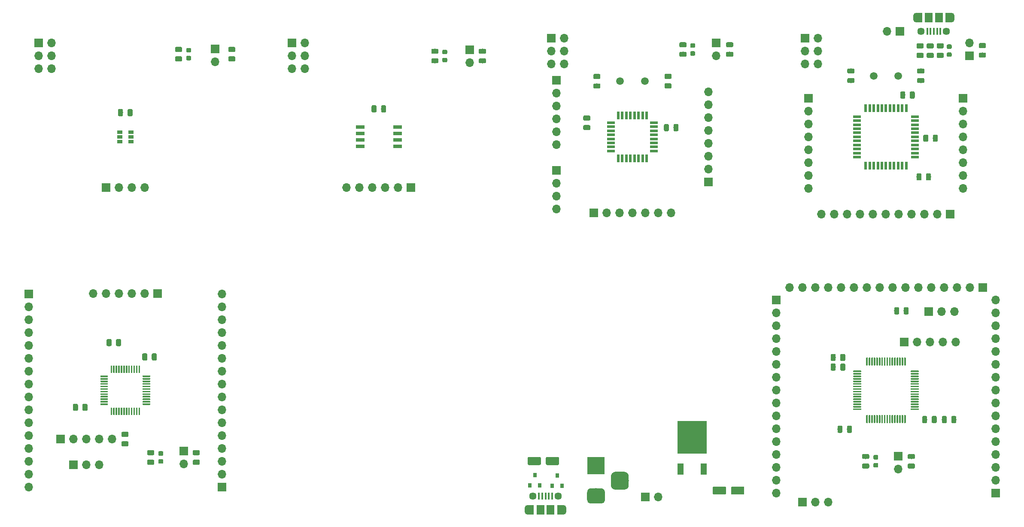
<source format=gts>
G04 #@! TF.GenerationSoftware,KiCad,Pcbnew,(5.1.4)-1*
G04 #@! TF.CreationDate,2019-10-03T10:29:34+02:00*
G04 #@! TF.ProjectId,regalodilara,72656761-6c6f-4646-996c-6172612e6b69,rev?*
G04 #@! TF.SameCoordinates,Original*
G04 #@! TF.FileFunction,Soldermask,Top*
G04 #@! TF.FilePolarity,Negative*
%FSLAX46Y46*%
G04 Gerber Fmt 4.6, Leading zero omitted, Abs format (unit mm)*
G04 Created by KiCad (PCBNEW (5.1.4)-1) date 2019-10-03 10:29:34*
%MOMM*%
%LPD*%
G04 APERTURE LIST*
%ADD10R,5.800000X6.400000*%
%ADD11R,1.200000X2.200000*%
%ADD12O,1.700000X1.700000*%
%ADD13R,1.700000X1.700000*%
%ADD14C,0.100000*%
%ADD15C,0.975000*%
%ADD16C,1.600000*%
%ADD17C,0.300000*%
%ADD18R,1.200000X1.900000*%
%ADD19O,1.200000X1.900000*%
%ADD20R,1.500000X1.900000*%
%ADD21C,1.450000*%
%ADD22R,0.400000X1.350000*%
%ADD23C,0.875000*%
%ADD24R,0.800000X0.900000*%
%ADD25C,3.500000*%
%ADD26C,3.000000*%
%ADD27R,3.500000X3.500000*%
%ADD28C,1.500000*%
%ADD29R,0.550000X1.500000*%
%ADD30R,1.500000X0.550000*%
%ADD31R,0.550000X1.600000*%
%ADD32R,1.600000X0.550000*%
%ADD33R,1.700000X0.650000*%
%ADD34R,1.060000X0.650000*%
G04 APERTURE END LIST*
D10*
X186780000Y-134240000D03*
D11*
X189060000Y-140540000D03*
X184500000Y-140540000D03*
D12*
X180120000Y-146070000D03*
D13*
X177580000Y-146070000D03*
D14*
G36*
X218065142Y-131991174D02*
G01*
X218088803Y-131994684D01*
X218112007Y-132000496D01*
X218134529Y-132008554D01*
X218156153Y-132018782D01*
X218176670Y-132031079D01*
X218195883Y-132045329D01*
X218213607Y-132061393D01*
X218229671Y-132079117D01*
X218243921Y-132098330D01*
X218256218Y-132118847D01*
X218266446Y-132140471D01*
X218274504Y-132162993D01*
X218280316Y-132186197D01*
X218283826Y-132209858D01*
X218285000Y-132233750D01*
X218285000Y-133146250D01*
X218283826Y-133170142D01*
X218280316Y-133193803D01*
X218274504Y-133217007D01*
X218266446Y-133239529D01*
X218256218Y-133261153D01*
X218243921Y-133281670D01*
X218229671Y-133300883D01*
X218213607Y-133318607D01*
X218195883Y-133334671D01*
X218176670Y-133348921D01*
X218156153Y-133361218D01*
X218134529Y-133371446D01*
X218112007Y-133379504D01*
X218088803Y-133385316D01*
X218065142Y-133388826D01*
X218041250Y-133390000D01*
X217553750Y-133390000D01*
X217529858Y-133388826D01*
X217506197Y-133385316D01*
X217482993Y-133379504D01*
X217460471Y-133371446D01*
X217438847Y-133361218D01*
X217418330Y-133348921D01*
X217399117Y-133334671D01*
X217381393Y-133318607D01*
X217365329Y-133300883D01*
X217351079Y-133281670D01*
X217338782Y-133261153D01*
X217328554Y-133239529D01*
X217320496Y-133217007D01*
X217314684Y-133193803D01*
X217311174Y-133170142D01*
X217310000Y-133146250D01*
X217310000Y-132233750D01*
X217311174Y-132209858D01*
X217314684Y-132186197D01*
X217320496Y-132162993D01*
X217328554Y-132140471D01*
X217338782Y-132118847D01*
X217351079Y-132098330D01*
X217365329Y-132079117D01*
X217381393Y-132061393D01*
X217399117Y-132045329D01*
X217418330Y-132031079D01*
X217438847Y-132018782D01*
X217460471Y-132008554D01*
X217482993Y-132000496D01*
X217506197Y-131994684D01*
X217529858Y-131991174D01*
X217553750Y-131990000D01*
X218041250Y-131990000D01*
X218065142Y-131991174D01*
X218065142Y-131991174D01*
G37*
D15*
X217797500Y-132690000D03*
D14*
G36*
X216190142Y-131991174D02*
G01*
X216213803Y-131994684D01*
X216237007Y-132000496D01*
X216259529Y-132008554D01*
X216281153Y-132018782D01*
X216301670Y-132031079D01*
X216320883Y-132045329D01*
X216338607Y-132061393D01*
X216354671Y-132079117D01*
X216368921Y-132098330D01*
X216381218Y-132118847D01*
X216391446Y-132140471D01*
X216399504Y-132162993D01*
X216405316Y-132186197D01*
X216408826Y-132209858D01*
X216410000Y-132233750D01*
X216410000Y-133146250D01*
X216408826Y-133170142D01*
X216405316Y-133193803D01*
X216399504Y-133217007D01*
X216391446Y-133239529D01*
X216381218Y-133261153D01*
X216368921Y-133281670D01*
X216354671Y-133300883D01*
X216338607Y-133318607D01*
X216320883Y-133334671D01*
X216301670Y-133348921D01*
X216281153Y-133361218D01*
X216259529Y-133371446D01*
X216237007Y-133379504D01*
X216213803Y-133385316D01*
X216190142Y-133388826D01*
X216166250Y-133390000D01*
X215678750Y-133390000D01*
X215654858Y-133388826D01*
X215631197Y-133385316D01*
X215607993Y-133379504D01*
X215585471Y-133371446D01*
X215563847Y-133361218D01*
X215543330Y-133348921D01*
X215524117Y-133334671D01*
X215506393Y-133318607D01*
X215490329Y-133300883D01*
X215476079Y-133281670D01*
X215463782Y-133261153D01*
X215453554Y-133239529D01*
X215445496Y-133217007D01*
X215439684Y-133193803D01*
X215436174Y-133170142D01*
X215435000Y-133146250D01*
X215435000Y-132233750D01*
X215436174Y-132209858D01*
X215439684Y-132186197D01*
X215445496Y-132162993D01*
X215453554Y-132140471D01*
X215463782Y-132118847D01*
X215476079Y-132098330D01*
X215490329Y-132079117D01*
X215506393Y-132061393D01*
X215524117Y-132045329D01*
X215543330Y-132031079D01*
X215563847Y-132018782D01*
X215585471Y-132008554D01*
X215607993Y-132000496D01*
X215631197Y-131994684D01*
X215654858Y-131991174D01*
X215678750Y-131990000D01*
X216166250Y-131990000D01*
X216190142Y-131991174D01*
X216190142Y-131991174D01*
G37*
D15*
X215922500Y-132690000D03*
D14*
G36*
X216745142Y-119721174D02*
G01*
X216768803Y-119724684D01*
X216792007Y-119730496D01*
X216814529Y-119738554D01*
X216836153Y-119748782D01*
X216856670Y-119761079D01*
X216875883Y-119775329D01*
X216893607Y-119791393D01*
X216909671Y-119809117D01*
X216923921Y-119828330D01*
X216936218Y-119848847D01*
X216946446Y-119870471D01*
X216954504Y-119892993D01*
X216960316Y-119916197D01*
X216963826Y-119939858D01*
X216965000Y-119963750D01*
X216965000Y-120876250D01*
X216963826Y-120900142D01*
X216960316Y-120923803D01*
X216954504Y-120947007D01*
X216946446Y-120969529D01*
X216936218Y-120991153D01*
X216923921Y-121011670D01*
X216909671Y-121030883D01*
X216893607Y-121048607D01*
X216875883Y-121064671D01*
X216856670Y-121078921D01*
X216836153Y-121091218D01*
X216814529Y-121101446D01*
X216792007Y-121109504D01*
X216768803Y-121115316D01*
X216745142Y-121118826D01*
X216721250Y-121120000D01*
X216233750Y-121120000D01*
X216209858Y-121118826D01*
X216186197Y-121115316D01*
X216162993Y-121109504D01*
X216140471Y-121101446D01*
X216118847Y-121091218D01*
X216098330Y-121078921D01*
X216079117Y-121064671D01*
X216061393Y-121048607D01*
X216045329Y-121030883D01*
X216031079Y-121011670D01*
X216018782Y-120991153D01*
X216008554Y-120969529D01*
X216000496Y-120947007D01*
X215994684Y-120923803D01*
X215991174Y-120900142D01*
X215990000Y-120876250D01*
X215990000Y-119963750D01*
X215991174Y-119939858D01*
X215994684Y-119916197D01*
X216000496Y-119892993D01*
X216008554Y-119870471D01*
X216018782Y-119848847D01*
X216031079Y-119828330D01*
X216045329Y-119809117D01*
X216061393Y-119791393D01*
X216079117Y-119775329D01*
X216098330Y-119761079D01*
X216118847Y-119748782D01*
X216140471Y-119738554D01*
X216162993Y-119730496D01*
X216186197Y-119724684D01*
X216209858Y-119721174D01*
X216233750Y-119720000D01*
X216721250Y-119720000D01*
X216745142Y-119721174D01*
X216745142Y-119721174D01*
G37*
D15*
X216477500Y-120420000D03*
D14*
G36*
X214870142Y-119721174D02*
G01*
X214893803Y-119724684D01*
X214917007Y-119730496D01*
X214939529Y-119738554D01*
X214961153Y-119748782D01*
X214981670Y-119761079D01*
X215000883Y-119775329D01*
X215018607Y-119791393D01*
X215034671Y-119809117D01*
X215048921Y-119828330D01*
X215061218Y-119848847D01*
X215071446Y-119870471D01*
X215079504Y-119892993D01*
X215085316Y-119916197D01*
X215088826Y-119939858D01*
X215090000Y-119963750D01*
X215090000Y-120876250D01*
X215088826Y-120900142D01*
X215085316Y-120923803D01*
X215079504Y-120947007D01*
X215071446Y-120969529D01*
X215061218Y-120991153D01*
X215048921Y-121011670D01*
X215034671Y-121030883D01*
X215018607Y-121048607D01*
X215000883Y-121064671D01*
X214981670Y-121078921D01*
X214961153Y-121091218D01*
X214939529Y-121101446D01*
X214917007Y-121109504D01*
X214893803Y-121115316D01*
X214870142Y-121118826D01*
X214846250Y-121120000D01*
X214358750Y-121120000D01*
X214334858Y-121118826D01*
X214311197Y-121115316D01*
X214287993Y-121109504D01*
X214265471Y-121101446D01*
X214243847Y-121091218D01*
X214223330Y-121078921D01*
X214204117Y-121064671D01*
X214186393Y-121048607D01*
X214170329Y-121030883D01*
X214156079Y-121011670D01*
X214143782Y-120991153D01*
X214133554Y-120969529D01*
X214125496Y-120947007D01*
X214119684Y-120923803D01*
X214116174Y-120900142D01*
X214115000Y-120876250D01*
X214115000Y-119963750D01*
X214116174Y-119939858D01*
X214119684Y-119916197D01*
X214125496Y-119892993D01*
X214133554Y-119870471D01*
X214143782Y-119848847D01*
X214156079Y-119828330D01*
X214170329Y-119809117D01*
X214186393Y-119791393D01*
X214204117Y-119775329D01*
X214223330Y-119761079D01*
X214243847Y-119748782D01*
X214265471Y-119738554D01*
X214287993Y-119730496D01*
X214311197Y-119724684D01*
X214334858Y-119721174D01*
X214358750Y-119720000D01*
X214846250Y-119720000D01*
X214870142Y-119721174D01*
X214870142Y-119721174D01*
G37*
D15*
X214602500Y-120420000D03*
D14*
G36*
X238647642Y-130071174D02*
G01*
X238671303Y-130074684D01*
X238694507Y-130080496D01*
X238717029Y-130088554D01*
X238738653Y-130098782D01*
X238759170Y-130111079D01*
X238778383Y-130125329D01*
X238796107Y-130141393D01*
X238812171Y-130159117D01*
X238826421Y-130178330D01*
X238838718Y-130198847D01*
X238848946Y-130220471D01*
X238857004Y-130242993D01*
X238862816Y-130266197D01*
X238866326Y-130289858D01*
X238867500Y-130313750D01*
X238867500Y-131226250D01*
X238866326Y-131250142D01*
X238862816Y-131273803D01*
X238857004Y-131297007D01*
X238848946Y-131319529D01*
X238838718Y-131341153D01*
X238826421Y-131361670D01*
X238812171Y-131380883D01*
X238796107Y-131398607D01*
X238778383Y-131414671D01*
X238759170Y-131428921D01*
X238738653Y-131441218D01*
X238717029Y-131451446D01*
X238694507Y-131459504D01*
X238671303Y-131465316D01*
X238647642Y-131468826D01*
X238623750Y-131470000D01*
X238136250Y-131470000D01*
X238112358Y-131468826D01*
X238088697Y-131465316D01*
X238065493Y-131459504D01*
X238042971Y-131451446D01*
X238021347Y-131441218D01*
X238000830Y-131428921D01*
X237981617Y-131414671D01*
X237963893Y-131398607D01*
X237947829Y-131380883D01*
X237933579Y-131361670D01*
X237921282Y-131341153D01*
X237911054Y-131319529D01*
X237902996Y-131297007D01*
X237897184Y-131273803D01*
X237893674Y-131250142D01*
X237892500Y-131226250D01*
X237892500Y-130313750D01*
X237893674Y-130289858D01*
X237897184Y-130266197D01*
X237902996Y-130242993D01*
X237911054Y-130220471D01*
X237921282Y-130198847D01*
X237933579Y-130178330D01*
X237947829Y-130159117D01*
X237963893Y-130141393D01*
X237981617Y-130125329D01*
X238000830Y-130111079D01*
X238021347Y-130098782D01*
X238042971Y-130088554D01*
X238065493Y-130080496D01*
X238088697Y-130074684D01*
X238112358Y-130071174D01*
X238136250Y-130070000D01*
X238623750Y-130070000D01*
X238647642Y-130071174D01*
X238647642Y-130071174D01*
G37*
D15*
X238380000Y-130770000D03*
D14*
G36*
X236772642Y-130071174D02*
G01*
X236796303Y-130074684D01*
X236819507Y-130080496D01*
X236842029Y-130088554D01*
X236863653Y-130098782D01*
X236884170Y-130111079D01*
X236903383Y-130125329D01*
X236921107Y-130141393D01*
X236937171Y-130159117D01*
X236951421Y-130178330D01*
X236963718Y-130198847D01*
X236973946Y-130220471D01*
X236982004Y-130242993D01*
X236987816Y-130266197D01*
X236991326Y-130289858D01*
X236992500Y-130313750D01*
X236992500Y-131226250D01*
X236991326Y-131250142D01*
X236987816Y-131273803D01*
X236982004Y-131297007D01*
X236973946Y-131319529D01*
X236963718Y-131341153D01*
X236951421Y-131361670D01*
X236937171Y-131380883D01*
X236921107Y-131398607D01*
X236903383Y-131414671D01*
X236884170Y-131428921D01*
X236863653Y-131441218D01*
X236842029Y-131451446D01*
X236819507Y-131459504D01*
X236796303Y-131465316D01*
X236772642Y-131468826D01*
X236748750Y-131470000D01*
X236261250Y-131470000D01*
X236237358Y-131468826D01*
X236213697Y-131465316D01*
X236190493Y-131459504D01*
X236167971Y-131451446D01*
X236146347Y-131441218D01*
X236125830Y-131428921D01*
X236106617Y-131414671D01*
X236088893Y-131398607D01*
X236072829Y-131380883D01*
X236058579Y-131361670D01*
X236046282Y-131341153D01*
X236036054Y-131319529D01*
X236027996Y-131297007D01*
X236022184Y-131273803D01*
X236018674Y-131250142D01*
X236017500Y-131226250D01*
X236017500Y-130313750D01*
X236018674Y-130289858D01*
X236022184Y-130266197D01*
X236027996Y-130242993D01*
X236036054Y-130220471D01*
X236046282Y-130198847D01*
X236058579Y-130178330D01*
X236072829Y-130159117D01*
X236088893Y-130141393D01*
X236106617Y-130125329D01*
X236125830Y-130111079D01*
X236146347Y-130098782D01*
X236167971Y-130088554D01*
X236190493Y-130080496D01*
X236213697Y-130074684D01*
X236237358Y-130071174D01*
X236261250Y-130070000D01*
X236748750Y-130070000D01*
X236772642Y-130071174D01*
X236772642Y-130071174D01*
G37*
D15*
X236505000Y-130770000D03*
D14*
G36*
X216745142Y-117821174D02*
G01*
X216768803Y-117824684D01*
X216792007Y-117830496D01*
X216814529Y-117838554D01*
X216836153Y-117848782D01*
X216856670Y-117861079D01*
X216875883Y-117875329D01*
X216893607Y-117891393D01*
X216909671Y-117909117D01*
X216923921Y-117928330D01*
X216936218Y-117948847D01*
X216946446Y-117970471D01*
X216954504Y-117992993D01*
X216960316Y-118016197D01*
X216963826Y-118039858D01*
X216965000Y-118063750D01*
X216965000Y-118976250D01*
X216963826Y-119000142D01*
X216960316Y-119023803D01*
X216954504Y-119047007D01*
X216946446Y-119069529D01*
X216936218Y-119091153D01*
X216923921Y-119111670D01*
X216909671Y-119130883D01*
X216893607Y-119148607D01*
X216875883Y-119164671D01*
X216856670Y-119178921D01*
X216836153Y-119191218D01*
X216814529Y-119201446D01*
X216792007Y-119209504D01*
X216768803Y-119215316D01*
X216745142Y-119218826D01*
X216721250Y-119220000D01*
X216233750Y-119220000D01*
X216209858Y-119218826D01*
X216186197Y-119215316D01*
X216162993Y-119209504D01*
X216140471Y-119201446D01*
X216118847Y-119191218D01*
X216098330Y-119178921D01*
X216079117Y-119164671D01*
X216061393Y-119148607D01*
X216045329Y-119130883D01*
X216031079Y-119111670D01*
X216018782Y-119091153D01*
X216008554Y-119069529D01*
X216000496Y-119047007D01*
X215994684Y-119023803D01*
X215991174Y-119000142D01*
X215990000Y-118976250D01*
X215990000Y-118063750D01*
X215991174Y-118039858D01*
X215994684Y-118016197D01*
X216000496Y-117992993D01*
X216008554Y-117970471D01*
X216018782Y-117948847D01*
X216031079Y-117928330D01*
X216045329Y-117909117D01*
X216061393Y-117891393D01*
X216079117Y-117875329D01*
X216098330Y-117861079D01*
X216118847Y-117848782D01*
X216140471Y-117838554D01*
X216162993Y-117830496D01*
X216186197Y-117824684D01*
X216209858Y-117821174D01*
X216233750Y-117820000D01*
X216721250Y-117820000D01*
X216745142Y-117821174D01*
X216745142Y-117821174D01*
G37*
D15*
X216477500Y-118520000D03*
D14*
G36*
X214870142Y-117821174D02*
G01*
X214893803Y-117824684D01*
X214917007Y-117830496D01*
X214939529Y-117838554D01*
X214961153Y-117848782D01*
X214981670Y-117861079D01*
X215000883Y-117875329D01*
X215018607Y-117891393D01*
X215034671Y-117909117D01*
X215048921Y-117928330D01*
X215061218Y-117948847D01*
X215071446Y-117970471D01*
X215079504Y-117992993D01*
X215085316Y-118016197D01*
X215088826Y-118039858D01*
X215090000Y-118063750D01*
X215090000Y-118976250D01*
X215088826Y-119000142D01*
X215085316Y-119023803D01*
X215079504Y-119047007D01*
X215071446Y-119069529D01*
X215061218Y-119091153D01*
X215048921Y-119111670D01*
X215034671Y-119130883D01*
X215018607Y-119148607D01*
X215000883Y-119164671D01*
X214981670Y-119178921D01*
X214961153Y-119191218D01*
X214939529Y-119201446D01*
X214917007Y-119209504D01*
X214893803Y-119215316D01*
X214870142Y-119218826D01*
X214846250Y-119220000D01*
X214358750Y-119220000D01*
X214334858Y-119218826D01*
X214311197Y-119215316D01*
X214287993Y-119209504D01*
X214265471Y-119201446D01*
X214243847Y-119191218D01*
X214223330Y-119178921D01*
X214204117Y-119164671D01*
X214186393Y-119148607D01*
X214170329Y-119130883D01*
X214156079Y-119111670D01*
X214143782Y-119091153D01*
X214133554Y-119069529D01*
X214125496Y-119047007D01*
X214119684Y-119023803D01*
X214116174Y-119000142D01*
X214115000Y-118976250D01*
X214115000Y-118063750D01*
X214116174Y-118039858D01*
X214119684Y-118016197D01*
X214125496Y-117992993D01*
X214133554Y-117970471D01*
X214143782Y-117948847D01*
X214156079Y-117928330D01*
X214170329Y-117909117D01*
X214186393Y-117891393D01*
X214204117Y-117875329D01*
X214223330Y-117861079D01*
X214243847Y-117848782D01*
X214265471Y-117838554D01*
X214287993Y-117830496D01*
X214311197Y-117824684D01*
X214334858Y-117821174D01*
X214358750Y-117820000D01*
X214846250Y-117820000D01*
X214870142Y-117821174D01*
X214870142Y-117821174D01*
G37*
D15*
X214602500Y-118520000D03*
D14*
G36*
X73942642Y-114891174D02*
G01*
X73966303Y-114894684D01*
X73989507Y-114900496D01*
X74012029Y-114908554D01*
X74033653Y-114918782D01*
X74054170Y-114931079D01*
X74073383Y-114945329D01*
X74091107Y-114961393D01*
X74107171Y-114979117D01*
X74121421Y-114998330D01*
X74133718Y-115018847D01*
X74143946Y-115040471D01*
X74152004Y-115062993D01*
X74157816Y-115086197D01*
X74161326Y-115109858D01*
X74162500Y-115133750D01*
X74162500Y-116046250D01*
X74161326Y-116070142D01*
X74157816Y-116093803D01*
X74152004Y-116117007D01*
X74143946Y-116139529D01*
X74133718Y-116161153D01*
X74121421Y-116181670D01*
X74107171Y-116200883D01*
X74091107Y-116218607D01*
X74073383Y-116234671D01*
X74054170Y-116248921D01*
X74033653Y-116261218D01*
X74012029Y-116271446D01*
X73989507Y-116279504D01*
X73966303Y-116285316D01*
X73942642Y-116288826D01*
X73918750Y-116290000D01*
X73431250Y-116290000D01*
X73407358Y-116288826D01*
X73383697Y-116285316D01*
X73360493Y-116279504D01*
X73337971Y-116271446D01*
X73316347Y-116261218D01*
X73295830Y-116248921D01*
X73276617Y-116234671D01*
X73258893Y-116218607D01*
X73242829Y-116200883D01*
X73228579Y-116181670D01*
X73216282Y-116161153D01*
X73206054Y-116139529D01*
X73197996Y-116117007D01*
X73192184Y-116093803D01*
X73188674Y-116070142D01*
X73187500Y-116046250D01*
X73187500Y-115133750D01*
X73188674Y-115109858D01*
X73192184Y-115086197D01*
X73197996Y-115062993D01*
X73206054Y-115040471D01*
X73216282Y-115018847D01*
X73228579Y-114998330D01*
X73242829Y-114979117D01*
X73258893Y-114961393D01*
X73276617Y-114945329D01*
X73295830Y-114931079D01*
X73316347Y-114918782D01*
X73337971Y-114908554D01*
X73360493Y-114900496D01*
X73383697Y-114894684D01*
X73407358Y-114891174D01*
X73431250Y-114890000D01*
X73918750Y-114890000D01*
X73942642Y-114891174D01*
X73942642Y-114891174D01*
G37*
D15*
X73675000Y-115590000D03*
D14*
G36*
X72067642Y-114891174D02*
G01*
X72091303Y-114894684D01*
X72114507Y-114900496D01*
X72137029Y-114908554D01*
X72158653Y-114918782D01*
X72179170Y-114931079D01*
X72198383Y-114945329D01*
X72216107Y-114961393D01*
X72232171Y-114979117D01*
X72246421Y-114998330D01*
X72258718Y-115018847D01*
X72268946Y-115040471D01*
X72277004Y-115062993D01*
X72282816Y-115086197D01*
X72286326Y-115109858D01*
X72287500Y-115133750D01*
X72287500Y-116046250D01*
X72286326Y-116070142D01*
X72282816Y-116093803D01*
X72277004Y-116117007D01*
X72268946Y-116139529D01*
X72258718Y-116161153D01*
X72246421Y-116181670D01*
X72232171Y-116200883D01*
X72216107Y-116218607D01*
X72198383Y-116234671D01*
X72179170Y-116248921D01*
X72158653Y-116261218D01*
X72137029Y-116271446D01*
X72114507Y-116279504D01*
X72091303Y-116285316D01*
X72067642Y-116288826D01*
X72043750Y-116290000D01*
X71556250Y-116290000D01*
X71532358Y-116288826D01*
X71508697Y-116285316D01*
X71485493Y-116279504D01*
X71462971Y-116271446D01*
X71441347Y-116261218D01*
X71420830Y-116248921D01*
X71401617Y-116234671D01*
X71383893Y-116218607D01*
X71367829Y-116200883D01*
X71353579Y-116181670D01*
X71341282Y-116161153D01*
X71331054Y-116139529D01*
X71322996Y-116117007D01*
X71317184Y-116093803D01*
X71313674Y-116070142D01*
X71312500Y-116046250D01*
X71312500Y-115133750D01*
X71313674Y-115109858D01*
X71317184Y-115086197D01*
X71322996Y-115062993D01*
X71331054Y-115040471D01*
X71341282Y-115018847D01*
X71353579Y-114998330D01*
X71367829Y-114979117D01*
X71383893Y-114961393D01*
X71401617Y-114945329D01*
X71420830Y-114931079D01*
X71441347Y-114918782D01*
X71462971Y-114908554D01*
X71485493Y-114900496D01*
X71508697Y-114894684D01*
X71532358Y-114891174D01*
X71556250Y-114890000D01*
X72043750Y-114890000D01*
X72067642Y-114891174D01*
X72067642Y-114891174D01*
G37*
D15*
X71800000Y-115590000D03*
D14*
G36*
X67315142Y-127671174D02*
G01*
X67338803Y-127674684D01*
X67362007Y-127680496D01*
X67384529Y-127688554D01*
X67406153Y-127698782D01*
X67426670Y-127711079D01*
X67445883Y-127725329D01*
X67463607Y-127741393D01*
X67479671Y-127759117D01*
X67493921Y-127778330D01*
X67506218Y-127798847D01*
X67516446Y-127820471D01*
X67524504Y-127842993D01*
X67530316Y-127866197D01*
X67533826Y-127889858D01*
X67535000Y-127913750D01*
X67535000Y-128826250D01*
X67533826Y-128850142D01*
X67530316Y-128873803D01*
X67524504Y-128897007D01*
X67516446Y-128919529D01*
X67506218Y-128941153D01*
X67493921Y-128961670D01*
X67479671Y-128980883D01*
X67463607Y-128998607D01*
X67445883Y-129014671D01*
X67426670Y-129028921D01*
X67406153Y-129041218D01*
X67384529Y-129051446D01*
X67362007Y-129059504D01*
X67338803Y-129065316D01*
X67315142Y-129068826D01*
X67291250Y-129070000D01*
X66803750Y-129070000D01*
X66779858Y-129068826D01*
X66756197Y-129065316D01*
X66732993Y-129059504D01*
X66710471Y-129051446D01*
X66688847Y-129041218D01*
X66668330Y-129028921D01*
X66649117Y-129014671D01*
X66631393Y-128998607D01*
X66615329Y-128980883D01*
X66601079Y-128961670D01*
X66588782Y-128941153D01*
X66578554Y-128919529D01*
X66570496Y-128897007D01*
X66564684Y-128873803D01*
X66561174Y-128850142D01*
X66560000Y-128826250D01*
X66560000Y-127913750D01*
X66561174Y-127889858D01*
X66564684Y-127866197D01*
X66570496Y-127842993D01*
X66578554Y-127820471D01*
X66588782Y-127798847D01*
X66601079Y-127778330D01*
X66615329Y-127759117D01*
X66631393Y-127741393D01*
X66649117Y-127725329D01*
X66668330Y-127711079D01*
X66688847Y-127698782D01*
X66710471Y-127688554D01*
X66732993Y-127680496D01*
X66756197Y-127674684D01*
X66779858Y-127671174D01*
X66803750Y-127670000D01*
X67291250Y-127670000D01*
X67315142Y-127671174D01*
X67315142Y-127671174D01*
G37*
D15*
X67047500Y-128370000D03*
D14*
G36*
X65440142Y-127671174D02*
G01*
X65463803Y-127674684D01*
X65487007Y-127680496D01*
X65509529Y-127688554D01*
X65531153Y-127698782D01*
X65551670Y-127711079D01*
X65570883Y-127725329D01*
X65588607Y-127741393D01*
X65604671Y-127759117D01*
X65618921Y-127778330D01*
X65631218Y-127798847D01*
X65641446Y-127820471D01*
X65649504Y-127842993D01*
X65655316Y-127866197D01*
X65658826Y-127889858D01*
X65660000Y-127913750D01*
X65660000Y-128826250D01*
X65658826Y-128850142D01*
X65655316Y-128873803D01*
X65649504Y-128897007D01*
X65641446Y-128919529D01*
X65631218Y-128941153D01*
X65618921Y-128961670D01*
X65604671Y-128980883D01*
X65588607Y-128998607D01*
X65570883Y-129014671D01*
X65551670Y-129028921D01*
X65531153Y-129041218D01*
X65509529Y-129051446D01*
X65487007Y-129059504D01*
X65463803Y-129065316D01*
X65440142Y-129068826D01*
X65416250Y-129070000D01*
X64928750Y-129070000D01*
X64904858Y-129068826D01*
X64881197Y-129065316D01*
X64857993Y-129059504D01*
X64835471Y-129051446D01*
X64813847Y-129041218D01*
X64793330Y-129028921D01*
X64774117Y-129014671D01*
X64756393Y-128998607D01*
X64740329Y-128980883D01*
X64726079Y-128961670D01*
X64713782Y-128941153D01*
X64703554Y-128919529D01*
X64695496Y-128897007D01*
X64689684Y-128873803D01*
X64686174Y-128850142D01*
X64685000Y-128826250D01*
X64685000Y-127913750D01*
X64686174Y-127889858D01*
X64689684Y-127866197D01*
X64695496Y-127842993D01*
X64703554Y-127820471D01*
X64713782Y-127798847D01*
X64726079Y-127778330D01*
X64740329Y-127759117D01*
X64756393Y-127741393D01*
X64774117Y-127725329D01*
X64793330Y-127711079D01*
X64813847Y-127698782D01*
X64835471Y-127688554D01*
X64857993Y-127680496D01*
X64881197Y-127674684D01*
X64904858Y-127671174D01*
X64928750Y-127670000D01*
X65416250Y-127670000D01*
X65440142Y-127671174D01*
X65440142Y-127671174D01*
G37*
D15*
X65172500Y-128370000D03*
D14*
G36*
X80975142Y-117721174D02*
G01*
X80998803Y-117724684D01*
X81022007Y-117730496D01*
X81044529Y-117738554D01*
X81066153Y-117748782D01*
X81086670Y-117761079D01*
X81105883Y-117775329D01*
X81123607Y-117791393D01*
X81139671Y-117809117D01*
X81153921Y-117828330D01*
X81166218Y-117848847D01*
X81176446Y-117870471D01*
X81184504Y-117892993D01*
X81190316Y-117916197D01*
X81193826Y-117939858D01*
X81195000Y-117963750D01*
X81195000Y-118876250D01*
X81193826Y-118900142D01*
X81190316Y-118923803D01*
X81184504Y-118947007D01*
X81176446Y-118969529D01*
X81166218Y-118991153D01*
X81153921Y-119011670D01*
X81139671Y-119030883D01*
X81123607Y-119048607D01*
X81105883Y-119064671D01*
X81086670Y-119078921D01*
X81066153Y-119091218D01*
X81044529Y-119101446D01*
X81022007Y-119109504D01*
X80998803Y-119115316D01*
X80975142Y-119118826D01*
X80951250Y-119120000D01*
X80463750Y-119120000D01*
X80439858Y-119118826D01*
X80416197Y-119115316D01*
X80392993Y-119109504D01*
X80370471Y-119101446D01*
X80348847Y-119091218D01*
X80328330Y-119078921D01*
X80309117Y-119064671D01*
X80291393Y-119048607D01*
X80275329Y-119030883D01*
X80261079Y-119011670D01*
X80248782Y-118991153D01*
X80238554Y-118969529D01*
X80230496Y-118947007D01*
X80224684Y-118923803D01*
X80221174Y-118900142D01*
X80220000Y-118876250D01*
X80220000Y-117963750D01*
X80221174Y-117939858D01*
X80224684Y-117916197D01*
X80230496Y-117892993D01*
X80238554Y-117870471D01*
X80248782Y-117848847D01*
X80261079Y-117828330D01*
X80275329Y-117809117D01*
X80291393Y-117791393D01*
X80309117Y-117775329D01*
X80328330Y-117761079D01*
X80348847Y-117748782D01*
X80370471Y-117738554D01*
X80392993Y-117730496D01*
X80416197Y-117724684D01*
X80439858Y-117721174D01*
X80463750Y-117720000D01*
X80951250Y-117720000D01*
X80975142Y-117721174D01*
X80975142Y-117721174D01*
G37*
D15*
X80707500Y-118420000D03*
D14*
G36*
X79100142Y-117721174D02*
G01*
X79123803Y-117724684D01*
X79147007Y-117730496D01*
X79169529Y-117738554D01*
X79191153Y-117748782D01*
X79211670Y-117761079D01*
X79230883Y-117775329D01*
X79248607Y-117791393D01*
X79264671Y-117809117D01*
X79278921Y-117828330D01*
X79291218Y-117848847D01*
X79301446Y-117870471D01*
X79309504Y-117892993D01*
X79315316Y-117916197D01*
X79318826Y-117939858D01*
X79320000Y-117963750D01*
X79320000Y-118876250D01*
X79318826Y-118900142D01*
X79315316Y-118923803D01*
X79309504Y-118947007D01*
X79301446Y-118969529D01*
X79291218Y-118991153D01*
X79278921Y-119011670D01*
X79264671Y-119030883D01*
X79248607Y-119048607D01*
X79230883Y-119064671D01*
X79211670Y-119078921D01*
X79191153Y-119091218D01*
X79169529Y-119101446D01*
X79147007Y-119109504D01*
X79123803Y-119115316D01*
X79100142Y-119118826D01*
X79076250Y-119120000D01*
X78588750Y-119120000D01*
X78564858Y-119118826D01*
X78541197Y-119115316D01*
X78517993Y-119109504D01*
X78495471Y-119101446D01*
X78473847Y-119091218D01*
X78453330Y-119078921D01*
X78434117Y-119064671D01*
X78416393Y-119048607D01*
X78400329Y-119030883D01*
X78386079Y-119011670D01*
X78373782Y-118991153D01*
X78363554Y-118969529D01*
X78355496Y-118947007D01*
X78349684Y-118923803D01*
X78346174Y-118900142D01*
X78345000Y-118876250D01*
X78345000Y-117963750D01*
X78346174Y-117939858D01*
X78349684Y-117916197D01*
X78355496Y-117892993D01*
X78363554Y-117870471D01*
X78373782Y-117848847D01*
X78386079Y-117828330D01*
X78400329Y-117809117D01*
X78416393Y-117791393D01*
X78434117Y-117775329D01*
X78453330Y-117761079D01*
X78473847Y-117748782D01*
X78495471Y-117738554D01*
X78517993Y-117730496D01*
X78541197Y-117724684D01*
X78564858Y-117721174D01*
X78588750Y-117720000D01*
X79076250Y-117720000D01*
X79100142Y-117721174D01*
X79100142Y-117721174D01*
G37*
D15*
X78832500Y-118420000D03*
D14*
G36*
X233655142Y-82201174D02*
G01*
X233678803Y-82204684D01*
X233702007Y-82210496D01*
X233724529Y-82218554D01*
X233746153Y-82228782D01*
X233766670Y-82241079D01*
X233785883Y-82255329D01*
X233803607Y-82271393D01*
X233819671Y-82289117D01*
X233833921Y-82308330D01*
X233846218Y-82328847D01*
X233856446Y-82350471D01*
X233864504Y-82372993D01*
X233870316Y-82396197D01*
X233873826Y-82419858D01*
X233875000Y-82443750D01*
X233875000Y-83356250D01*
X233873826Y-83380142D01*
X233870316Y-83403803D01*
X233864504Y-83427007D01*
X233856446Y-83449529D01*
X233846218Y-83471153D01*
X233833921Y-83491670D01*
X233819671Y-83510883D01*
X233803607Y-83528607D01*
X233785883Y-83544671D01*
X233766670Y-83558921D01*
X233746153Y-83571218D01*
X233724529Y-83581446D01*
X233702007Y-83589504D01*
X233678803Y-83595316D01*
X233655142Y-83598826D01*
X233631250Y-83600000D01*
X233143750Y-83600000D01*
X233119858Y-83598826D01*
X233096197Y-83595316D01*
X233072993Y-83589504D01*
X233050471Y-83581446D01*
X233028847Y-83571218D01*
X233008330Y-83558921D01*
X232989117Y-83544671D01*
X232971393Y-83528607D01*
X232955329Y-83510883D01*
X232941079Y-83491670D01*
X232928782Y-83471153D01*
X232918554Y-83449529D01*
X232910496Y-83427007D01*
X232904684Y-83403803D01*
X232901174Y-83380142D01*
X232900000Y-83356250D01*
X232900000Y-82443750D01*
X232901174Y-82419858D01*
X232904684Y-82396197D01*
X232910496Y-82372993D01*
X232918554Y-82350471D01*
X232928782Y-82328847D01*
X232941079Y-82308330D01*
X232955329Y-82289117D01*
X232971393Y-82271393D01*
X232989117Y-82255329D01*
X233008330Y-82241079D01*
X233028847Y-82228782D01*
X233050471Y-82218554D01*
X233072993Y-82210496D01*
X233096197Y-82204684D01*
X233119858Y-82201174D01*
X233143750Y-82200000D01*
X233631250Y-82200000D01*
X233655142Y-82201174D01*
X233655142Y-82201174D01*
G37*
D15*
X233387500Y-82900000D03*
D14*
G36*
X231780142Y-82201174D02*
G01*
X231803803Y-82204684D01*
X231827007Y-82210496D01*
X231849529Y-82218554D01*
X231871153Y-82228782D01*
X231891670Y-82241079D01*
X231910883Y-82255329D01*
X231928607Y-82271393D01*
X231944671Y-82289117D01*
X231958921Y-82308330D01*
X231971218Y-82328847D01*
X231981446Y-82350471D01*
X231989504Y-82372993D01*
X231995316Y-82396197D01*
X231998826Y-82419858D01*
X232000000Y-82443750D01*
X232000000Y-83356250D01*
X231998826Y-83380142D01*
X231995316Y-83403803D01*
X231989504Y-83427007D01*
X231981446Y-83449529D01*
X231971218Y-83471153D01*
X231958921Y-83491670D01*
X231944671Y-83510883D01*
X231928607Y-83528607D01*
X231910883Y-83544671D01*
X231891670Y-83558921D01*
X231871153Y-83571218D01*
X231849529Y-83581446D01*
X231827007Y-83589504D01*
X231803803Y-83595316D01*
X231780142Y-83598826D01*
X231756250Y-83600000D01*
X231268750Y-83600000D01*
X231244858Y-83598826D01*
X231221197Y-83595316D01*
X231197993Y-83589504D01*
X231175471Y-83581446D01*
X231153847Y-83571218D01*
X231133330Y-83558921D01*
X231114117Y-83544671D01*
X231096393Y-83528607D01*
X231080329Y-83510883D01*
X231066079Y-83491670D01*
X231053782Y-83471153D01*
X231043554Y-83449529D01*
X231035496Y-83427007D01*
X231029684Y-83403803D01*
X231026174Y-83380142D01*
X231025000Y-83356250D01*
X231025000Y-82443750D01*
X231026174Y-82419858D01*
X231029684Y-82396197D01*
X231035496Y-82372993D01*
X231043554Y-82350471D01*
X231053782Y-82328847D01*
X231066079Y-82308330D01*
X231080329Y-82289117D01*
X231096393Y-82271393D01*
X231114117Y-82255329D01*
X231133330Y-82241079D01*
X231153847Y-82228782D01*
X231175471Y-82218554D01*
X231197993Y-82210496D01*
X231221197Y-82204684D01*
X231244858Y-82201174D01*
X231268750Y-82200000D01*
X231756250Y-82200000D01*
X231780142Y-82201174D01*
X231780142Y-82201174D01*
G37*
D15*
X231512500Y-82900000D03*
D14*
G36*
X183855142Y-72481174D02*
G01*
X183878803Y-72484684D01*
X183902007Y-72490496D01*
X183924529Y-72498554D01*
X183946153Y-72508782D01*
X183966670Y-72521079D01*
X183985883Y-72535329D01*
X184003607Y-72551393D01*
X184019671Y-72569117D01*
X184033921Y-72588330D01*
X184046218Y-72608847D01*
X184056446Y-72630471D01*
X184064504Y-72652993D01*
X184070316Y-72676197D01*
X184073826Y-72699858D01*
X184075000Y-72723750D01*
X184075000Y-73636250D01*
X184073826Y-73660142D01*
X184070316Y-73683803D01*
X184064504Y-73707007D01*
X184056446Y-73729529D01*
X184046218Y-73751153D01*
X184033921Y-73771670D01*
X184019671Y-73790883D01*
X184003607Y-73808607D01*
X183985883Y-73824671D01*
X183966670Y-73838921D01*
X183946153Y-73851218D01*
X183924529Y-73861446D01*
X183902007Y-73869504D01*
X183878803Y-73875316D01*
X183855142Y-73878826D01*
X183831250Y-73880000D01*
X183343750Y-73880000D01*
X183319858Y-73878826D01*
X183296197Y-73875316D01*
X183272993Y-73869504D01*
X183250471Y-73861446D01*
X183228847Y-73851218D01*
X183208330Y-73838921D01*
X183189117Y-73824671D01*
X183171393Y-73808607D01*
X183155329Y-73790883D01*
X183141079Y-73771670D01*
X183128782Y-73751153D01*
X183118554Y-73729529D01*
X183110496Y-73707007D01*
X183104684Y-73683803D01*
X183101174Y-73660142D01*
X183100000Y-73636250D01*
X183100000Y-72723750D01*
X183101174Y-72699858D01*
X183104684Y-72676197D01*
X183110496Y-72652993D01*
X183118554Y-72630471D01*
X183128782Y-72608847D01*
X183141079Y-72588330D01*
X183155329Y-72569117D01*
X183171393Y-72551393D01*
X183189117Y-72535329D01*
X183208330Y-72521079D01*
X183228847Y-72508782D01*
X183250471Y-72498554D01*
X183272993Y-72490496D01*
X183296197Y-72484684D01*
X183319858Y-72481174D01*
X183343750Y-72480000D01*
X183831250Y-72480000D01*
X183855142Y-72481174D01*
X183855142Y-72481174D01*
G37*
D15*
X183587500Y-73180000D03*
D14*
G36*
X181980142Y-72481174D02*
G01*
X182003803Y-72484684D01*
X182027007Y-72490496D01*
X182049529Y-72498554D01*
X182071153Y-72508782D01*
X182091670Y-72521079D01*
X182110883Y-72535329D01*
X182128607Y-72551393D01*
X182144671Y-72569117D01*
X182158921Y-72588330D01*
X182171218Y-72608847D01*
X182181446Y-72630471D01*
X182189504Y-72652993D01*
X182195316Y-72676197D01*
X182198826Y-72699858D01*
X182200000Y-72723750D01*
X182200000Y-73636250D01*
X182198826Y-73660142D01*
X182195316Y-73683803D01*
X182189504Y-73707007D01*
X182181446Y-73729529D01*
X182171218Y-73751153D01*
X182158921Y-73771670D01*
X182144671Y-73790883D01*
X182128607Y-73808607D01*
X182110883Y-73824671D01*
X182091670Y-73838921D01*
X182071153Y-73851218D01*
X182049529Y-73861446D01*
X182027007Y-73869504D01*
X182003803Y-73875316D01*
X181980142Y-73878826D01*
X181956250Y-73880000D01*
X181468750Y-73880000D01*
X181444858Y-73878826D01*
X181421197Y-73875316D01*
X181397993Y-73869504D01*
X181375471Y-73861446D01*
X181353847Y-73851218D01*
X181333330Y-73838921D01*
X181314117Y-73824671D01*
X181296393Y-73808607D01*
X181280329Y-73790883D01*
X181266079Y-73771670D01*
X181253782Y-73751153D01*
X181243554Y-73729529D01*
X181235496Y-73707007D01*
X181229684Y-73683803D01*
X181226174Y-73660142D01*
X181225000Y-73636250D01*
X181225000Y-72723750D01*
X181226174Y-72699858D01*
X181229684Y-72676197D01*
X181235496Y-72652993D01*
X181243554Y-72630471D01*
X181253782Y-72608847D01*
X181266079Y-72588330D01*
X181280329Y-72569117D01*
X181296393Y-72551393D01*
X181314117Y-72535329D01*
X181333330Y-72521079D01*
X181353847Y-72508782D01*
X181375471Y-72498554D01*
X181397993Y-72490496D01*
X181421197Y-72484684D01*
X181444858Y-72481174D01*
X181468750Y-72480000D01*
X181956250Y-72480000D01*
X181980142Y-72481174D01*
X181980142Y-72481174D01*
G37*
D15*
X181712500Y-73180000D03*
D14*
G36*
X126195142Y-68771174D02*
G01*
X126218803Y-68774684D01*
X126242007Y-68780496D01*
X126264529Y-68788554D01*
X126286153Y-68798782D01*
X126306670Y-68811079D01*
X126325883Y-68825329D01*
X126343607Y-68841393D01*
X126359671Y-68859117D01*
X126373921Y-68878330D01*
X126386218Y-68898847D01*
X126396446Y-68920471D01*
X126404504Y-68942993D01*
X126410316Y-68966197D01*
X126413826Y-68989858D01*
X126415000Y-69013750D01*
X126415000Y-69926250D01*
X126413826Y-69950142D01*
X126410316Y-69973803D01*
X126404504Y-69997007D01*
X126396446Y-70019529D01*
X126386218Y-70041153D01*
X126373921Y-70061670D01*
X126359671Y-70080883D01*
X126343607Y-70098607D01*
X126325883Y-70114671D01*
X126306670Y-70128921D01*
X126286153Y-70141218D01*
X126264529Y-70151446D01*
X126242007Y-70159504D01*
X126218803Y-70165316D01*
X126195142Y-70168826D01*
X126171250Y-70170000D01*
X125683750Y-70170000D01*
X125659858Y-70168826D01*
X125636197Y-70165316D01*
X125612993Y-70159504D01*
X125590471Y-70151446D01*
X125568847Y-70141218D01*
X125548330Y-70128921D01*
X125529117Y-70114671D01*
X125511393Y-70098607D01*
X125495329Y-70080883D01*
X125481079Y-70061670D01*
X125468782Y-70041153D01*
X125458554Y-70019529D01*
X125450496Y-69997007D01*
X125444684Y-69973803D01*
X125441174Y-69950142D01*
X125440000Y-69926250D01*
X125440000Y-69013750D01*
X125441174Y-68989858D01*
X125444684Y-68966197D01*
X125450496Y-68942993D01*
X125458554Y-68920471D01*
X125468782Y-68898847D01*
X125481079Y-68878330D01*
X125495329Y-68859117D01*
X125511393Y-68841393D01*
X125529117Y-68825329D01*
X125548330Y-68811079D01*
X125568847Y-68798782D01*
X125590471Y-68788554D01*
X125612993Y-68780496D01*
X125636197Y-68774684D01*
X125659858Y-68771174D01*
X125683750Y-68770000D01*
X126171250Y-68770000D01*
X126195142Y-68771174D01*
X126195142Y-68771174D01*
G37*
D15*
X125927500Y-69470000D03*
D14*
G36*
X124320142Y-68771174D02*
G01*
X124343803Y-68774684D01*
X124367007Y-68780496D01*
X124389529Y-68788554D01*
X124411153Y-68798782D01*
X124431670Y-68811079D01*
X124450883Y-68825329D01*
X124468607Y-68841393D01*
X124484671Y-68859117D01*
X124498921Y-68878330D01*
X124511218Y-68898847D01*
X124521446Y-68920471D01*
X124529504Y-68942993D01*
X124535316Y-68966197D01*
X124538826Y-68989858D01*
X124540000Y-69013750D01*
X124540000Y-69926250D01*
X124538826Y-69950142D01*
X124535316Y-69973803D01*
X124529504Y-69997007D01*
X124521446Y-70019529D01*
X124511218Y-70041153D01*
X124498921Y-70061670D01*
X124484671Y-70080883D01*
X124468607Y-70098607D01*
X124450883Y-70114671D01*
X124431670Y-70128921D01*
X124411153Y-70141218D01*
X124389529Y-70151446D01*
X124367007Y-70159504D01*
X124343803Y-70165316D01*
X124320142Y-70168826D01*
X124296250Y-70170000D01*
X123808750Y-70170000D01*
X123784858Y-70168826D01*
X123761197Y-70165316D01*
X123737993Y-70159504D01*
X123715471Y-70151446D01*
X123693847Y-70141218D01*
X123673330Y-70128921D01*
X123654117Y-70114671D01*
X123636393Y-70098607D01*
X123620329Y-70080883D01*
X123606079Y-70061670D01*
X123593782Y-70041153D01*
X123583554Y-70019529D01*
X123575496Y-69997007D01*
X123569684Y-69973803D01*
X123566174Y-69950142D01*
X123565000Y-69926250D01*
X123565000Y-69013750D01*
X123566174Y-68989858D01*
X123569684Y-68966197D01*
X123575496Y-68942993D01*
X123583554Y-68920471D01*
X123593782Y-68898847D01*
X123606079Y-68878330D01*
X123620329Y-68859117D01*
X123636393Y-68841393D01*
X123654117Y-68825329D01*
X123673330Y-68811079D01*
X123693847Y-68798782D01*
X123715471Y-68788554D01*
X123737993Y-68780496D01*
X123761197Y-68774684D01*
X123784858Y-68771174D01*
X123808750Y-68770000D01*
X124296250Y-68770000D01*
X124320142Y-68771174D01*
X124320142Y-68771174D01*
G37*
D15*
X124052500Y-69470000D03*
D14*
G36*
X76195142Y-69521174D02*
G01*
X76218803Y-69524684D01*
X76242007Y-69530496D01*
X76264529Y-69538554D01*
X76286153Y-69548782D01*
X76306670Y-69561079D01*
X76325883Y-69575329D01*
X76343607Y-69591393D01*
X76359671Y-69609117D01*
X76373921Y-69628330D01*
X76386218Y-69648847D01*
X76396446Y-69670471D01*
X76404504Y-69692993D01*
X76410316Y-69716197D01*
X76413826Y-69739858D01*
X76415000Y-69763750D01*
X76415000Y-70676250D01*
X76413826Y-70700142D01*
X76410316Y-70723803D01*
X76404504Y-70747007D01*
X76396446Y-70769529D01*
X76386218Y-70791153D01*
X76373921Y-70811670D01*
X76359671Y-70830883D01*
X76343607Y-70848607D01*
X76325883Y-70864671D01*
X76306670Y-70878921D01*
X76286153Y-70891218D01*
X76264529Y-70901446D01*
X76242007Y-70909504D01*
X76218803Y-70915316D01*
X76195142Y-70918826D01*
X76171250Y-70920000D01*
X75683750Y-70920000D01*
X75659858Y-70918826D01*
X75636197Y-70915316D01*
X75612993Y-70909504D01*
X75590471Y-70901446D01*
X75568847Y-70891218D01*
X75548330Y-70878921D01*
X75529117Y-70864671D01*
X75511393Y-70848607D01*
X75495329Y-70830883D01*
X75481079Y-70811670D01*
X75468782Y-70791153D01*
X75458554Y-70769529D01*
X75450496Y-70747007D01*
X75444684Y-70723803D01*
X75441174Y-70700142D01*
X75440000Y-70676250D01*
X75440000Y-69763750D01*
X75441174Y-69739858D01*
X75444684Y-69716197D01*
X75450496Y-69692993D01*
X75458554Y-69670471D01*
X75468782Y-69648847D01*
X75481079Y-69628330D01*
X75495329Y-69609117D01*
X75511393Y-69591393D01*
X75529117Y-69575329D01*
X75548330Y-69561079D01*
X75568847Y-69548782D01*
X75590471Y-69538554D01*
X75612993Y-69530496D01*
X75636197Y-69524684D01*
X75659858Y-69521174D01*
X75683750Y-69520000D01*
X76171250Y-69520000D01*
X76195142Y-69521174D01*
X76195142Y-69521174D01*
G37*
D15*
X75927500Y-70220000D03*
D14*
G36*
X74320142Y-69521174D02*
G01*
X74343803Y-69524684D01*
X74367007Y-69530496D01*
X74389529Y-69538554D01*
X74411153Y-69548782D01*
X74431670Y-69561079D01*
X74450883Y-69575329D01*
X74468607Y-69591393D01*
X74484671Y-69609117D01*
X74498921Y-69628330D01*
X74511218Y-69648847D01*
X74521446Y-69670471D01*
X74529504Y-69692993D01*
X74535316Y-69716197D01*
X74538826Y-69739858D01*
X74540000Y-69763750D01*
X74540000Y-70676250D01*
X74538826Y-70700142D01*
X74535316Y-70723803D01*
X74529504Y-70747007D01*
X74521446Y-70769529D01*
X74511218Y-70791153D01*
X74498921Y-70811670D01*
X74484671Y-70830883D01*
X74468607Y-70848607D01*
X74450883Y-70864671D01*
X74431670Y-70878921D01*
X74411153Y-70891218D01*
X74389529Y-70901446D01*
X74367007Y-70909504D01*
X74343803Y-70915316D01*
X74320142Y-70918826D01*
X74296250Y-70920000D01*
X73808750Y-70920000D01*
X73784858Y-70918826D01*
X73761197Y-70915316D01*
X73737993Y-70909504D01*
X73715471Y-70901446D01*
X73693847Y-70891218D01*
X73673330Y-70878921D01*
X73654117Y-70864671D01*
X73636393Y-70848607D01*
X73620329Y-70830883D01*
X73606079Y-70811670D01*
X73593782Y-70791153D01*
X73583554Y-70769529D01*
X73575496Y-70747007D01*
X73569684Y-70723803D01*
X73566174Y-70700142D01*
X73565000Y-70676250D01*
X73565000Y-69763750D01*
X73566174Y-69739858D01*
X73569684Y-69716197D01*
X73575496Y-69692993D01*
X73583554Y-69670471D01*
X73593782Y-69648847D01*
X73606079Y-69628330D01*
X73620329Y-69609117D01*
X73636393Y-69591393D01*
X73654117Y-69575329D01*
X73673330Y-69561079D01*
X73693847Y-69548782D01*
X73715471Y-69538554D01*
X73737993Y-69530496D01*
X73761197Y-69524684D01*
X73784858Y-69521174D01*
X73808750Y-69520000D01*
X74296250Y-69520000D01*
X74320142Y-69521174D01*
X74320142Y-69521174D01*
G37*
D15*
X74052500Y-70220000D03*
D14*
G36*
X196834504Y-143981204D02*
G01*
X196858773Y-143984804D01*
X196882571Y-143990765D01*
X196905671Y-143999030D01*
X196927849Y-144009520D01*
X196948893Y-144022133D01*
X196968598Y-144036747D01*
X196986777Y-144053223D01*
X197003253Y-144071402D01*
X197017867Y-144091107D01*
X197030480Y-144112151D01*
X197040970Y-144134329D01*
X197049235Y-144157429D01*
X197055196Y-144181227D01*
X197058796Y-144205496D01*
X197060000Y-144230000D01*
X197060000Y-145330000D01*
X197058796Y-145354504D01*
X197055196Y-145378773D01*
X197049235Y-145402571D01*
X197040970Y-145425671D01*
X197030480Y-145447849D01*
X197017867Y-145468893D01*
X197003253Y-145488598D01*
X196986777Y-145506777D01*
X196968598Y-145523253D01*
X196948893Y-145537867D01*
X196927849Y-145550480D01*
X196905671Y-145560970D01*
X196882571Y-145569235D01*
X196858773Y-145575196D01*
X196834504Y-145578796D01*
X196810000Y-145580000D01*
X194710000Y-145580000D01*
X194685496Y-145578796D01*
X194661227Y-145575196D01*
X194637429Y-145569235D01*
X194614329Y-145560970D01*
X194592151Y-145550480D01*
X194571107Y-145537867D01*
X194551402Y-145523253D01*
X194533223Y-145506777D01*
X194516747Y-145488598D01*
X194502133Y-145468893D01*
X194489520Y-145447849D01*
X194479030Y-145425671D01*
X194470765Y-145402571D01*
X194464804Y-145378773D01*
X194461204Y-145354504D01*
X194460000Y-145330000D01*
X194460000Y-144230000D01*
X194461204Y-144205496D01*
X194464804Y-144181227D01*
X194470765Y-144157429D01*
X194479030Y-144134329D01*
X194489520Y-144112151D01*
X194502133Y-144091107D01*
X194516747Y-144071402D01*
X194533223Y-144053223D01*
X194551402Y-144036747D01*
X194571107Y-144022133D01*
X194592151Y-144009520D01*
X194614329Y-143999030D01*
X194637429Y-143990765D01*
X194661227Y-143984804D01*
X194685496Y-143981204D01*
X194710000Y-143980000D01*
X196810000Y-143980000D01*
X196834504Y-143981204D01*
X196834504Y-143981204D01*
G37*
D16*
X195760000Y-144780000D03*
D14*
G36*
X193234504Y-143981204D02*
G01*
X193258773Y-143984804D01*
X193282571Y-143990765D01*
X193305671Y-143999030D01*
X193327849Y-144009520D01*
X193348893Y-144022133D01*
X193368598Y-144036747D01*
X193386777Y-144053223D01*
X193403253Y-144071402D01*
X193417867Y-144091107D01*
X193430480Y-144112151D01*
X193440970Y-144134329D01*
X193449235Y-144157429D01*
X193455196Y-144181227D01*
X193458796Y-144205496D01*
X193460000Y-144230000D01*
X193460000Y-145330000D01*
X193458796Y-145354504D01*
X193455196Y-145378773D01*
X193449235Y-145402571D01*
X193440970Y-145425671D01*
X193430480Y-145447849D01*
X193417867Y-145468893D01*
X193403253Y-145488598D01*
X193386777Y-145506777D01*
X193368598Y-145523253D01*
X193348893Y-145537867D01*
X193327849Y-145550480D01*
X193305671Y-145560970D01*
X193282571Y-145569235D01*
X193258773Y-145575196D01*
X193234504Y-145578796D01*
X193210000Y-145580000D01*
X191110000Y-145580000D01*
X191085496Y-145578796D01*
X191061227Y-145575196D01*
X191037429Y-145569235D01*
X191014329Y-145560970D01*
X190992151Y-145550480D01*
X190971107Y-145537867D01*
X190951402Y-145523253D01*
X190933223Y-145506777D01*
X190916747Y-145488598D01*
X190902133Y-145468893D01*
X190889520Y-145447849D01*
X190879030Y-145425671D01*
X190870765Y-145402571D01*
X190864804Y-145378773D01*
X190861204Y-145354504D01*
X190860000Y-145330000D01*
X190860000Y-144230000D01*
X190861204Y-144205496D01*
X190864804Y-144181227D01*
X190870765Y-144157429D01*
X190879030Y-144134329D01*
X190889520Y-144112151D01*
X190902133Y-144091107D01*
X190916747Y-144071402D01*
X190933223Y-144053223D01*
X190951402Y-144036747D01*
X190971107Y-144022133D01*
X190992151Y-144009520D01*
X191014329Y-143999030D01*
X191037429Y-143990765D01*
X191061227Y-143984804D01*
X191085496Y-143981204D01*
X191110000Y-143980000D01*
X193210000Y-143980000D01*
X193234504Y-143981204D01*
X193234504Y-143981204D01*
G37*
D16*
X192160000Y-144780000D03*
D14*
G36*
X160314504Y-138141204D02*
G01*
X160338773Y-138144804D01*
X160362571Y-138150765D01*
X160385671Y-138159030D01*
X160407849Y-138169520D01*
X160428893Y-138182133D01*
X160448598Y-138196747D01*
X160466777Y-138213223D01*
X160483253Y-138231402D01*
X160497867Y-138251107D01*
X160510480Y-138272151D01*
X160520970Y-138294329D01*
X160529235Y-138317429D01*
X160535196Y-138341227D01*
X160538796Y-138365496D01*
X160540000Y-138390000D01*
X160540000Y-139490000D01*
X160538796Y-139514504D01*
X160535196Y-139538773D01*
X160529235Y-139562571D01*
X160520970Y-139585671D01*
X160510480Y-139607849D01*
X160497867Y-139628893D01*
X160483253Y-139648598D01*
X160466777Y-139666777D01*
X160448598Y-139683253D01*
X160428893Y-139697867D01*
X160407849Y-139710480D01*
X160385671Y-139720970D01*
X160362571Y-139729235D01*
X160338773Y-139735196D01*
X160314504Y-139738796D01*
X160290000Y-139740000D01*
X158190000Y-139740000D01*
X158165496Y-139738796D01*
X158141227Y-139735196D01*
X158117429Y-139729235D01*
X158094329Y-139720970D01*
X158072151Y-139710480D01*
X158051107Y-139697867D01*
X158031402Y-139683253D01*
X158013223Y-139666777D01*
X157996747Y-139648598D01*
X157982133Y-139628893D01*
X157969520Y-139607849D01*
X157959030Y-139585671D01*
X157950765Y-139562571D01*
X157944804Y-139538773D01*
X157941204Y-139514504D01*
X157940000Y-139490000D01*
X157940000Y-138390000D01*
X157941204Y-138365496D01*
X157944804Y-138341227D01*
X157950765Y-138317429D01*
X157959030Y-138294329D01*
X157969520Y-138272151D01*
X157982133Y-138251107D01*
X157996747Y-138231402D01*
X158013223Y-138213223D01*
X158031402Y-138196747D01*
X158051107Y-138182133D01*
X158072151Y-138169520D01*
X158094329Y-138159030D01*
X158117429Y-138150765D01*
X158141227Y-138144804D01*
X158165496Y-138141204D01*
X158190000Y-138140000D01*
X160290000Y-138140000D01*
X160314504Y-138141204D01*
X160314504Y-138141204D01*
G37*
D16*
X159240000Y-138940000D03*
D14*
G36*
X156714504Y-138141204D02*
G01*
X156738773Y-138144804D01*
X156762571Y-138150765D01*
X156785671Y-138159030D01*
X156807849Y-138169520D01*
X156828893Y-138182133D01*
X156848598Y-138196747D01*
X156866777Y-138213223D01*
X156883253Y-138231402D01*
X156897867Y-138251107D01*
X156910480Y-138272151D01*
X156920970Y-138294329D01*
X156929235Y-138317429D01*
X156935196Y-138341227D01*
X156938796Y-138365496D01*
X156940000Y-138390000D01*
X156940000Y-139490000D01*
X156938796Y-139514504D01*
X156935196Y-139538773D01*
X156929235Y-139562571D01*
X156920970Y-139585671D01*
X156910480Y-139607849D01*
X156897867Y-139628893D01*
X156883253Y-139648598D01*
X156866777Y-139666777D01*
X156848598Y-139683253D01*
X156828893Y-139697867D01*
X156807849Y-139710480D01*
X156785671Y-139720970D01*
X156762571Y-139729235D01*
X156738773Y-139735196D01*
X156714504Y-139738796D01*
X156690000Y-139740000D01*
X154590000Y-139740000D01*
X154565496Y-139738796D01*
X154541227Y-139735196D01*
X154517429Y-139729235D01*
X154494329Y-139720970D01*
X154472151Y-139710480D01*
X154451107Y-139697867D01*
X154431402Y-139683253D01*
X154413223Y-139666777D01*
X154396747Y-139648598D01*
X154382133Y-139628893D01*
X154369520Y-139607849D01*
X154359030Y-139585671D01*
X154350765Y-139562571D01*
X154344804Y-139538773D01*
X154341204Y-139514504D01*
X154340000Y-139490000D01*
X154340000Y-138390000D01*
X154341204Y-138365496D01*
X154344804Y-138341227D01*
X154350765Y-138317429D01*
X154359030Y-138294329D01*
X154369520Y-138272151D01*
X154382133Y-138251107D01*
X154396747Y-138231402D01*
X154413223Y-138213223D01*
X154431402Y-138196747D01*
X154451107Y-138182133D01*
X154472151Y-138169520D01*
X154494329Y-138159030D01*
X154517429Y-138150765D01*
X154541227Y-138144804D01*
X154565496Y-138141204D01*
X154590000Y-138140000D01*
X156690000Y-138140000D01*
X156714504Y-138141204D01*
X156714504Y-138141204D01*
G37*
D16*
X155640000Y-138940000D03*
D14*
G36*
X221332351Y-118550361D02*
G01*
X221339632Y-118551441D01*
X221346771Y-118553229D01*
X221353701Y-118555709D01*
X221360355Y-118558856D01*
X221366668Y-118562640D01*
X221372579Y-118567024D01*
X221378033Y-118571967D01*
X221382976Y-118577421D01*
X221387360Y-118583332D01*
X221391144Y-118589645D01*
X221394291Y-118596299D01*
X221396771Y-118603229D01*
X221398559Y-118610368D01*
X221399639Y-118617649D01*
X221400000Y-118625000D01*
X221400000Y-120025000D01*
X221399639Y-120032351D01*
X221398559Y-120039632D01*
X221396771Y-120046771D01*
X221394291Y-120053701D01*
X221391144Y-120060355D01*
X221387360Y-120066668D01*
X221382976Y-120072579D01*
X221378033Y-120078033D01*
X221372579Y-120082976D01*
X221366668Y-120087360D01*
X221360355Y-120091144D01*
X221353701Y-120094291D01*
X221346771Y-120096771D01*
X221339632Y-120098559D01*
X221332351Y-120099639D01*
X221325000Y-120100000D01*
X221175000Y-120100000D01*
X221167649Y-120099639D01*
X221160368Y-120098559D01*
X221153229Y-120096771D01*
X221146299Y-120094291D01*
X221139645Y-120091144D01*
X221133332Y-120087360D01*
X221127421Y-120082976D01*
X221121967Y-120078033D01*
X221117024Y-120072579D01*
X221112640Y-120066668D01*
X221108856Y-120060355D01*
X221105709Y-120053701D01*
X221103229Y-120046771D01*
X221101441Y-120039632D01*
X221100361Y-120032351D01*
X221100000Y-120025000D01*
X221100000Y-118625000D01*
X221100361Y-118617649D01*
X221101441Y-118610368D01*
X221103229Y-118603229D01*
X221105709Y-118596299D01*
X221108856Y-118589645D01*
X221112640Y-118583332D01*
X221117024Y-118577421D01*
X221121967Y-118571967D01*
X221127421Y-118567024D01*
X221133332Y-118562640D01*
X221139645Y-118558856D01*
X221146299Y-118555709D01*
X221153229Y-118553229D01*
X221160368Y-118551441D01*
X221167649Y-118550361D01*
X221175000Y-118550000D01*
X221325000Y-118550000D01*
X221332351Y-118550361D01*
X221332351Y-118550361D01*
G37*
D17*
X221250000Y-119325000D03*
D14*
G36*
X221832351Y-118550361D02*
G01*
X221839632Y-118551441D01*
X221846771Y-118553229D01*
X221853701Y-118555709D01*
X221860355Y-118558856D01*
X221866668Y-118562640D01*
X221872579Y-118567024D01*
X221878033Y-118571967D01*
X221882976Y-118577421D01*
X221887360Y-118583332D01*
X221891144Y-118589645D01*
X221894291Y-118596299D01*
X221896771Y-118603229D01*
X221898559Y-118610368D01*
X221899639Y-118617649D01*
X221900000Y-118625000D01*
X221900000Y-120025000D01*
X221899639Y-120032351D01*
X221898559Y-120039632D01*
X221896771Y-120046771D01*
X221894291Y-120053701D01*
X221891144Y-120060355D01*
X221887360Y-120066668D01*
X221882976Y-120072579D01*
X221878033Y-120078033D01*
X221872579Y-120082976D01*
X221866668Y-120087360D01*
X221860355Y-120091144D01*
X221853701Y-120094291D01*
X221846771Y-120096771D01*
X221839632Y-120098559D01*
X221832351Y-120099639D01*
X221825000Y-120100000D01*
X221675000Y-120100000D01*
X221667649Y-120099639D01*
X221660368Y-120098559D01*
X221653229Y-120096771D01*
X221646299Y-120094291D01*
X221639645Y-120091144D01*
X221633332Y-120087360D01*
X221627421Y-120082976D01*
X221621967Y-120078033D01*
X221617024Y-120072579D01*
X221612640Y-120066668D01*
X221608856Y-120060355D01*
X221605709Y-120053701D01*
X221603229Y-120046771D01*
X221601441Y-120039632D01*
X221600361Y-120032351D01*
X221600000Y-120025000D01*
X221600000Y-118625000D01*
X221600361Y-118617649D01*
X221601441Y-118610368D01*
X221603229Y-118603229D01*
X221605709Y-118596299D01*
X221608856Y-118589645D01*
X221612640Y-118583332D01*
X221617024Y-118577421D01*
X221621967Y-118571967D01*
X221627421Y-118567024D01*
X221633332Y-118562640D01*
X221639645Y-118558856D01*
X221646299Y-118555709D01*
X221653229Y-118553229D01*
X221660368Y-118551441D01*
X221667649Y-118550361D01*
X221675000Y-118550000D01*
X221825000Y-118550000D01*
X221832351Y-118550361D01*
X221832351Y-118550361D01*
G37*
D17*
X221750000Y-119325000D03*
D14*
G36*
X222332351Y-118550361D02*
G01*
X222339632Y-118551441D01*
X222346771Y-118553229D01*
X222353701Y-118555709D01*
X222360355Y-118558856D01*
X222366668Y-118562640D01*
X222372579Y-118567024D01*
X222378033Y-118571967D01*
X222382976Y-118577421D01*
X222387360Y-118583332D01*
X222391144Y-118589645D01*
X222394291Y-118596299D01*
X222396771Y-118603229D01*
X222398559Y-118610368D01*
X222399639Y-118617649D01*
X222400000Y-118625000D01*
X222400000Y-120025000D01*
X222399639Y-120032351D01*
X222398559Y-120039632D01*
X222396771Y-120046771D01*
X222394291Y-120053701D01*
X222391144Y-120060355D01*
X222387360Y-120066668D01*
X222382976Y-120072579D01*
X222378033Y-120078033D01*
X222372579Y-120082976D01*
X222366668Y-120087360D01*
X222360355Y-120091144D01*
X222353701Y-120094291D01*
X222346771Y-120096771D01*
X222339632Y-120098559D01*
X222332351Y-120099639D01*
X222325000Y-120100000D01*
X222175000Y-120100000D01*
X222167649Y-120099639D01*
X222160368Y-120098559D01*
X222153229Y-120096771D01*
X222146299Y-120094291D01*
X222139645Y-120091144D01*
X222133332Y-120087360D01*
X222127421Y-120082976D01*
X222121967Y-120078033D01*
X222117024Y-120072579D01*
X222112640Y-120066668D01*
X222108856Y-120060355D01*
X222105709Y-120053701D01*
X222103229Y-120046771D01*
X222101441Y-120039632D01*
X222100361Y-120032351D01*
X222100000Y-120025000D01*
X222100000Y-118625000D01*
X222100361Y-118617649D01*
X222101441Y-118610368D01*
X222103229Y-118603229D01*
X222105709Y-118596299D01*
X222108856Y-118589645D01*
X222112640Y-118583332D01*
X222117024Y-118577421D01*
X222121967Y-118571967D01*
X222127421Y-118567024D01*
X222133332Y-118562640D01*
X222139645Y-118558856D01*
X222146299Y-118555709D01*
X222153229Y-118553229D01*
X222160368Y-118551441D01*
X222167649Y-118550361D01*
X222175000Y-118550000D01*
X222325000Y-118550000D01*
X222332351Y-118550361D01*
X222332351Y-118550361D01*
G37*
D17*
X222250000Y-119325000D03*
D14*
G36*
X222832351Y-118550361D02*
G01*
X222839632Y-118551441D01*
X222846771Y-118553229D01*
X222853701Y-118555709D01*
X222860355Y-118558856D01*
X222866668Y-118562640D01*
X222872579Y-118567024D01*
X222878033Y-118571967D01*
X222882976Y-118577421D01*
X222887360Y-118583332D01*
X222891144Y-118589645D01*
X222894291Y-118596299D01*
X222896771Y-118603229D01*
X222898559Y-118610368D01*
X222899639Y-118617649D01*
X222900000Y-118625000D01*
X222900000Y-120025000D01*
X222899639Y-120032351D01*
X222898559Y-120039632D01*
X222896771Y-120046771D01*
X222894291Y-120053701D01*
X222891144Y-120060355D01*
X222887360Y-120066668D01*
X222882976Y-120072579D01*
X222878033Y-120078033D01*
X222872579Y-120082976D01*
X222866668Y-120087360D01*
X222860355Y-120091144D01*
X222853701Y-120094291D01*
X222846771Y-120096771D01*
X222839632Y-120098559D01*
X222832351Y-120099639D01*
X222825000Y-120100000D01*
X222675000Y-120100000D01*
X222667649Y-120099639D01*
X222660368Y-120098559D01*
X222653229Y-120096771D01*
X222646299Y-120094291D01*
X222639645Y-120091144D01*
X222633332Y-120087360D01*
X222627421Y-120082976D01*
X222621967Y-120078033D01*
X222617024Y-120072579D01*
X222612640Y-120066668D01*
X222608856Y-120060355D01*
X222605709Y-120053701D01*
X222603229Y-120046771D01*
X222601441Y-120039632D01*
X222600361Y-120032351D01*
X222600000Y-120025000D01*
X222600000Y-118625000D01*
X222600361Y-118617649D01*
X222601441Y-118610368D01*
X222603229Y-118603229D01*
X222605709Y-118596299D01*
X222608856Y-118589645D01*
X222612640Y-118583332D01*
X222617024Y-118577421D01*
X222621967Y-118571967D01*
X222627421Y-118567024D01*
X222633332Y-118562640D01*
X222639645Y-118558856D01*
X222646299Y-118555709D01*
X222653229Y-118553229D01*
X222660368Y-118551441D01*
X222667649Y-118550361D01*
X222675000Y-118550000D01*
X222825000Y-118550000D01*
X222832351Y-118550361D01*
X222832351Y-118550361D01*
G37*
D17*
X222750000Y-119325000D03*
D14*
G36*
X223332351Y-118550361D02*
G01*
X223339632Y-118551441D01*
X223346771Y-118553229D01*
X223353701Y-118555709D01*
X223360355Y-118558856D01*
X223366668Y-118562640D01*
X223372579Y-118567024D01*
X223378033Y-118571967D01*
X223382976Y-118577421D01*
X223387360Y-118583332D01*
X223391144Y-118589645D01*
X223394291Y-118596299D01*
X223396771Y-118603229D01*
X223398559Y-118610368D01*
X223399639Y-118617649D01*
X223400000Y-118625000D01*
X223400000Y-120025000D01*
X223399639Y-120032351D01*
X223398559Y-120039632D01*
X223396771Y-120046771D01*
X223394291Y-120053701D01*
X223391144Y-120060355D01*
X223387360Y-120066668D01*
X223382976Y-120072579D01*
X223378033Y-120078033D01*
X223372579Y-120082976D01*
X223366668Y-120087360D01*
X223360355Y-120091144D01*
X223353701Y-120094291D01*
X223346771Y-120096771D01*
X223339632Y-120098559D01*
X223332351Y-120099639D01*
X223325000Y-120100000D01*
X223175000Y-120100000D01*
X223167649Y-120099639D01*
X223160368Y-120098559D01*
X223153229Y-120096771D01*
X223146299Y-120094291D01*
X223139645Y-120091144D01*
X223133332Y-120087360D01*
X223127421Y-120082976D01*
X223121967Y-120078033D01*
X223117024Y-120072579D01*
X223112640Y-120066668D01*
X223108856Y-120060355D01*
X223105709Y-120053701D01*
X223103229Y-120046771D01*
X223101441Y-120039632D01*
X223100361Y-120032351D01*
X223100000Y-120025000D01*
X223100000Y-118625000D01*
X223100361Y-118617649D01*
X223101441Y-118610368D01*
X223103229Y-118603229D01*
X223105709Y-118596299D01*
X223108856Y-118589645D01*
X223112640Y-118583332D01*
X223117024Y-118577421D01*
X223121967Y-118571967D01*
X223127421Y-118567024D01*
X223133332Y-118562640D01*
X223139645Y-118558856D01*
X223146299Y-118555709D01*
X223153229Y-118553229D01*
X223160368Y-118551441D01*
X223167649Y-118550361D01*
X223175000Y-118550000D01*
X223325000Y-118550000D01*
X223332351Y-118550361D01*
X223332351Y-118550361D01*
G37*
D17*
X223250000Y-119325000D03*
D14*
G36*
X223832351Y-118550361D02*
G01*
X223839632Y-118551441D01*
X223846771Y-118553229D01*
X223853701Y-118555709D01*
X223860355Y-118558856D01*
X223866668Y-118562640D01*
X223872579Y-118567024D01*
X223878033Y-118571967D01*
X223882976Y-118577421D01*
X223887360Y-118583332D01*
X223891144Y-118589645D01*
X223894291Y-118596299D01*
X223896771Y-118603229D01*
X223898559Y-118610368D01*
X223899639Y-118617649D01*
X223900000Y-118625000D01*
X223900000Y-120025000D01*
X223899639Y-120032351D01*
X223898559Y-120039632D01*
X223896771Y-120046771D01*
X223894291Y-120053701D01*
X223891144Y-120060355D01*
X223887360Y-120066668D01*
X223882976Y-120072579D01*
X223878033Y-120078033D01*
X223872579Y-120082976D01*
X223866668Y-120087360D01*
X223860355Y-120091144D01*
X223853701Y-120094291D01*
X223846771Y-120096771D01*
X223839632Y-120098559D01*
X223832351Y-120099639D01*
X223825000Y-120100000D01*
X223675000Y-120100000D01*
X223667649Y-120099639D01*
X223660368Y-120098559D01*
X223653229Y-120096771D01*
X223646299Y-120094291D01*
X223639645Y-120091144D01*
X223633332Y-120087360D01*
X223627421Y-120082976D01*
X223621967Y-120078033D01*
X223617024Y-120072579D01*
X223612640Y-120066668D01*
X223608856Y-120060355D01*
X223605709Y-120053701D01*
X223603229Y-120046771D01*
X223601441Y-120039632D01*
X223600361Y-120032351D01*
X223600000Y-120025000D01*
X223600000Y-118625000D01*
X223600361Y-118617649D01*
X223601441Y-118610368D01*
X223603229Y-118603229D01*
X223605709Y-118596299D01*
X223608856Y-118589645D01*
X223612640Y-118583332D01*
X223617024Y-118577421D01*
X223621967Y-118571967D01*
X223627421Y-118567024D01*
X223633332Y-118562640D01*
X223639645Y-118558856D01*
X223646299Y-118555709D01*
X223653229Y-118553229D01*
X223660368Y-118551441D01*
X223667649Y-118550361D01*
X223675000Y-118550000D01*
X223825000Y-118550000D01*
X223832351Y-118550361D01*
X223832351Y-118550361D01*
G37*
D17*
X223750000Y-119325000D03*
D14*
G36*
X224332351Y-118550361D02*
G01*
X224339632Y-118551441D01*
X224346771Y-118553229D01*
X224353701Y-118555709D01*
X224360355Y-118558856D01*
X224366668Y-118562640D01*
X224372579Y-118567024D01*
X224378033Y-118571967D01*
X224382976Y-118577421D01*
X224387360Y-118583332D01*
X224391144Y-118589645D01*
X224394291Y-118596299D01*
X224396771Y-118603229D01*
X224398559Y-118610368D01*
X224399639Y-118617649D01*
X224400000Y-118625000D01*
X224400000Y-120025000D01*
X224399639Y-120032351D01*
X224398559Y-120039632D01*
X224396771Y-120046771D01*
X224394291Y-120053701D01*
X224391144Y-120060355D01*
X224387360Y-120066668D01*
X224382976Y-120072579D01*
X224378033Y-120078033D01*
X224372579Y-120082976D01*
X224366668Y-120087360D01*
X224360355Y-120091144D01*
X224353701Y-120094291D01*
X224346771Y-120096771D01*
X224339632Y-120098559D01*
X224332351Y-120099639D01*
X224325000Y-120100000D01*
X224175000Y-120100000D01*
X224167649Y-120099639D01*
X224160368Y-120098559D01*
X224153229Y-120096771D01*
X224146299Y-120094291D01*
X224139645Y-120091144D01*
X224133332Y-120087360D01*
X224127421Y-120082976D01*
X224121967Y-120078033D01*
X224117024Y-120072579D01*
X224112640Y-120066668D01*
X224108856Y-120060355D01*
X224105709Y-120053701D01*
X224103229Y-120046771D01*
X224101441Y-120039632D01*
X224100361Y-120032351D01*
X224100000Y-120025000D01*
X224100000Y-118625000D01*
X224100361Y-118617649D01*
X224101441Y-118610368D01*
X224103229Y-118603229D01*
X224105709Y-118596299D01*
X224108856Y-118589645D01*
X224112640Y-118583332D01*
X224117024Y-118577421D01*
X224121967Y-118571967D01*
X224127421Y-118567024D01*
X224133332Y-118562640D01*
X224139645Y-118558856D01*
X224146299Y-118555709D01*
X224153229Y-118553229D01*
X224160368Y-118551441D01*
X224167649Y-118550361D01*
X224175000Y-118550000D01*
X224325000Y-118550000D01*
X224332351Y-118550361D01*
X224332351Y-118550361D01*
G37*
D17*
X224250000Y-119325000D03*
D14*
G36*
X224832351Y-118550361D02*
G01*
X224839632Y-118551441D01*
X224846771Y-118553229D01*
X224853701Y-118555709D01*
X224860355Y-118558856D01*
X224866668Y-118562640D01*
X224872579Y-118567024D01*
X224878033Y-118571967D01*
X224882976Y-118577421D01*
X224887360Y-118583332D01*
X224891144Y-118589645D01*
X224894291Y-118596299D01*
X224896771Y-118603229D01*
X224898559Y-118610368D01*
X224899639Y-118617649D01*
X224900000Y-118625000D01*
X224900000Y-120025000D01*
X224899639Y-120032351D01*
X224898559Y-120039632D01*
X224896771Y-120046771D01*
X224894291Y-120053701D01*
X224891144Y-120060355D01*
X224887360Y-120066668D01*
X224882976Y-120072579D01*
X224878033Y-120078033D01*
X224872579Y-120082976D01*
X224866668Y-120087360D01*
X224860355Y-120091144D01*
X224853701Y-120094291D01*
X224846771Y-120096771D01*
X224839632Y-120098559D01*
X224832351Y-120099639D01*
X224825000Y-120100000D01*
X224675000Y-120100000D01*
X224667649Y-120099639D01*
X224660368Y-120098559D01*
X224653229Y-120096771D01*
X224646299Y-120094291D01*
X224639645Y-120091144D01*
X224633332Y-120087360D01*
X224627421Y-120082976D01*
X224621967Y-120078033D01*
X224617024Y-120072579D01*
X224612640Y-120066668D01*
X224608856Y-120060355D01*
X224605709Y-120053701D01*
X224603229Y-120046771D01*
X224601441Y-120039632D01*
X224600361Y-120032351D01*
X224600000Y-120025000D01*
X224600000Y-118625000D01*
X224600361Y-118617649D01*
X224601441Y-118610368D01*
X224603229Y-118603229D01*
X224605709Y-118596299D01*
X224608856Y-118589645D01*
X224612640Y-118583332D01*
X224617024Y-118577421D01*
X224621967Y-118571967D01*
X224627421Y-118567024D01*
X224633332Y-118562640D01*
X224639645Y-118558856D01*
X224646299Y-118555709D01*
X224653229Y-118553229D01*
X224660368Y-118551441D01*
X224667649Y-118550361D01*
X224675000Y-118550000D01*
X224825000Y-118550000D01*
X224832351Y-118550361D01*
X224832351Y-118550361D01*
G37*
D17*
X224750000Y-119325000D03*
D14*
G36*
X225332351Y-118550361D02*
G01*
X225339632Y-118551441D01*
X225346771Y-118553229D01*
X225353701Y-118555709D01*
X225360355Y-118558856D01*
X225366668Y-118562640D01*
X225372579Y-118567024D01*
X225378033Y-118571967D01*
X225382976Y-118577421D01*
X225387360Y-118583332D01*
X225391144Y-118589645D01*
X225394291Y-118596299D01*
X225396771Y-118603229D01*
X225398559Y-118610368D01*
X225399639Y-118617649D01*
X225400000Y-118625000D01*
X225400000Y-120025000D01*
X225399639Y-120032351D01*
X225398559Y-120039632D01*
X225396771Y-120046771D01*
X225394291Y-120053701D01*
X225391144Y-120060355D01*
X225387360Y-120066668D01*
X225382976Y-120072579D01*
X225378033Y-120078033D01*
X225372579Y-120082976D01*
X225366668Y-120087360D01*
X225360355Y-120091144D01*
X225353701Y-120094291D01*
X225346771Y-120096771D01*
X225339632Y-120098559D01*
X225332351Y-120099639D01*
X225325000Y-120100000D01*
X225175000Y-120100000D01*
X225167649Y-120099639D01*
X225160368Y-120098559D01*
X225153229Y-120096771D01*
X225146299Y-120094291D01*
X225139645Y-120091144D01*
X225133332Y-120087360D01*
X225127421Y-120082976D01*
X225121967Y-120078033D01*
X225117024Y-120072579D01*
X225112640Y-120066668D01*
X225108856Y-120060355D01*
X225105709Y-120053701D01*
X225103229Y-120046771D01*
X225101441Y-120039632D01*
X225100361Y-120032351D01*
X225100000Y-120025000D01*
X225100000Y-118625000D01*
X225100361Y-118617649D01*
X225101441Y-118610368D01*
X225103229Y-118603229D01*
X225105709Y-118596299D01*
X225108856Y-118589645D01*
X225112640Y-118583332D01*
X225117024Y-118577421D01*
X225121967Y-118571967D01*
X225127421Y-118567024D01*
X225133332Y-118562640D01*
X225139645Y-118558856D01*
X225146299Y-118555709D01*
X225153229Y-118553229D01*
X225160368Y-118551441D01*
X225167649Y-118550361D01*
X225175000Y-118550000D01*
X225325000Y-118550000D01*
X225332351Y-118550361D01*
X225332351Y-118550361D01*
G37*
D17*
X225250000Y-119325000D03*
D14*
G36*
X225832351Y-118550361D02*
G01*
X225839632Y-118551441D01*
X225846771Y-118553229D01*
X225853701Y-118555709D01*
X225860355Y-118558856D01*
X225866668Y-118562640D01*
X225872579Y-118567024D01*
X225878033Y-118571967D01*
X225882976Y-118577421D01*
X225887360Y-118583332D01*
X225891144Y-118589645D01*
X225894291Y-118596299D01*
X225896771Y-118603229D01*
X225898559Y-118610368D01*
X225899639Y-118617649D01*
X225900000Y-118625000D01*
X225900000Y-120025000D01*
X225899639Y-120032351D01*
X225898559Y-120039632D01*
X225896771Y-120046771D01*
X225894291Y-120053701D01*
X225891144Y-120060355D01*
X225887360Y-120066668D01*
X225882976Y-120072579D01*
X225878033Y-120078033D01*
X225872579Y-120082976D01*
X225866668Y-120087360D01*
X225860355Y-120091144D01*
X225853701Y-120094291D01*
X225846771Y-120096771D01*
X225839632Y-120098559D01*
X225832351Y-120099639D01*
X225825000Y-120100000D01*
X225675000Y-120100000D01*
X225667649Y-120099639D01*
X225660368Y-120098559D01*
X225653229Y-120096771D01*
X225646299Y-120094291D01*
X225639645Y-120091144D01*
X225633332Y-120087360D01*
X225627421Y-120082976D01*
X225621967Y-120078033D01*
X225617024Y-120072579D01*
X225612640Y-120066668D01*
X225608856Y-120060355D01*
X225605709Y-120053701D01*
X225603229Y-120046771D01*
X225601441Y-120039632D01*
X225600361Y-120032351D01*
X225600000Y-120025000D01*
X225600000Y-118625000D01*
X225600361Y-118617649D01*
X225601441Y-118610368D01*
X225603229Y-118603229D01*
X225605709Y-118596299D01*
X225608856Y-118589645D01*
X225612640Y-118583332D01*
X225617024Y-118577421D01*
X225621967Y-118571967D01*
X225627421Y-118567024D01*
X225633332Y-118562640D01*
X225639645Y-118558856D01*
X225646299Y-118555709D01*
X225653229Y-118553229D01*
X225660368Y-118551441D01*
X225667649Y-118550361D01*
X225675000Y-118550000D01*
X225825000Y-118550000D01*
X225832351Y-118550361D01*
X225832351Y-118550361D01*
G37*
D17*
X225750000Y-119325000D03*
D14*
G36*
X226332351Y-118550361D02*
G01*
X226339632Y-118551441D01*
X226346771Y-118553229D01*
X226353701Y-118555709D01*
X226360355Y-118558856D01*
X226366668Y-118562640D01*
X226372579Y-118567024D01*
X226378033Y-118571967D01*
X226382976Y-118577421D01*
X226387360Y-118583332D01*
X226391144Y-118589645D01*
X226394291Y-118596299D01*
X226396771Y-118603229D01*
X226398559Y-118610368D01*
X226399639Y-118617649D01*
X226400000Y-118625000D01*
X226400000Y-120025000D01*
X226399639Y-120032351D01*
X226398559Y-120039632D01*
X226396771Y-120046771D01*
X226394291Y-120053701D01*
X226391144Y-120060355D01*
X226387360Y-120066668D01*
X226382976Y-120072579D01*
X226378033Y-120078033D01*
X226372579Y-120082976D01*
X226366668Y-120087360D01*
X226360355Y-120091144D01*
X226353701Y-120094291D01*
X226346771Y-120096771D01*
X226339632Y-120098559D01*
X226332351Y-120099639D01*
X226325000Y-120100000D01*
X226175000Y-120100000D01*
X226167649Y-120099639D01*
X226160368Y-120098559D01*
X226153229Y-120096771D01*
X226146299Y-120094291D01*
X226139645Y-120091144D01*
X226133332Y-120087360D01*
X226127421Y-120082976D01*
X226121967Y-120078033D01*
X226117024Y-120072579D01*
X226112640Y-120066668D01*
X226108856Y-120060355D01*
X226105709Y-120053701D01*
X226103229Y-120046771D01*
X226101441Y-120039632D01*
X226100361Y-120032351D01*
X226100000Y-120025000D01*
X226100000Y-118625000D01*
X226100361Y-118617649D01*
X226101441Y-118610368D01*
X226103229Y-118603229D01*
X226105709Y-118596299D01*
X226108856Y-118589645D01*
X226112640Y-118583332D01*
X226117024Y-118577421D01*
X226121967Y-118571967D01*
X226127421Y-118567024D01*
X226133332Y-118562640D01*
X226139645Y-118558856D01*
X226146299Y-118555709D01*
X226153229Y-118553229D01*
X226160368Y-118551441D01*
X226167649Y-118550361D01*
X226175000Y-118550000D01*
X226325000Y-118550000D01*
X226332351Y-118550361D01*
X226332351Y-118550361D01*
G37*
D17*
X226250000Y-119325000D03*
D14*
G36*
X226832351Y-118550361D02*
G01*
X226839632Y-118551441D01*
X226846771Y-118553229D01*
X226853701Y-118555709D01*
X226860355Y-118558856D01*
X226866668Y-118562640D01*
X226872579Y-118567024D01*
X226878033Y-118571967D01*
X226882976Y-118577421D01*
X226887360Y-118583332D01*
X226891144Y-118589645D01*
X226894291Y-118596299D01*
X226896771Y-118603229D01*
X226898559Y-118610368D01*
X226899639Y-118617649D01*
X226900000Y-118625000D01*
X226900000Y-120025000D01*
X226899639Y-120032351D01*
X226898559Y-120039632D01*
X226896771Y-120046771D01*
X226894291Y-120053701D01*
X226891144Y-120060355D01*
X226887360Y-120066668D01*
X226882976Y-120072579D01*
X226878033Y-120078033D01*
X226872579Y-120082976D01*
X226866668Y-120087360D01*
X226860355Y-120091144D01*
X226853701Y-120094291D01*
X226846771Y-120096771D01*
X226839632Y-120098559D01*
X226832351Y-120099639D01*
X226825000Y-120100000D01*
X226675000Y-120100000D01*
X226667649Y-120099639D01*
X226660368Y-120098559D01*
X226653229Y-120096771D01*
X226646299Y-120094291D01*
X226639645Y-120091144D01*
X226633332Y-120087360D01*
X226627421Y-120082976D01*
X226621967Y-120078033D01*
X226617024Y-120072579D01*
X226612640Y-120066668D01*
X226608856Y-120060355D01*
X226605709Y-120053701D01*
X226603229Y-120046771D01*
X226601441Y-120039632D01*
X226600361Y-120032351D01*
X226600000Y-120025000D01*
X226600000Y-118625000D01*
X226600361Y-118617649D01*
X226601441Y-118610368D01*
X226603229Y-118603229D01*
X226605709Y-118596299D01*
X226608856Y-118589645D01*
X226612640Y-118583332D01*
X226617024Y-118577421D01*
X226621967Y-118571967D01*
X226627421Y-118567024D01*
X226633332Y-118562640D01*
X226639645Y-118558856D01*
X226646299Y-118555709D01*
X226653229Y-118553229D01*
X226660368Y-118551441D01*
X226667649Y-118550361D01*
X226675000Y-118550000D01*
X226825000Y-118550000D01*
X226832351Y-118550361D01*
X226832351Y-118550361D01*
G37*
D17*
X226750000Y-119325000D03*
D14*
G36*
X227332351Y-118550361D02*
G01*
X227339632Y-118551441D01*
X227346771Y-118553229D01*
X227353701Y-118555709D01*
X227360355Y-118558856D01*
X227366668Y-118562640D01*
X227372579Y-118567024D01*
X227378033Y-118571967D01*
X227382976Y-118577421D01*
X227387360Y-118583332D01*
X227391144Y-118589645D01*
X227394291Y-118596299D01*
X227396771Y-118603229D01*
X227398559Y-118610368D01*
X227399639Y-118617649D01*
X227400000Y-118625000D01*
X227400000Y-120025000D01*
X227399639Y-120032351D01*
X227398559Y-120039632D01*
X227396771Y-120046771D01*
X227394291Y-120053701D01*
X227391144Y-120060355D01*
X227387360Y-120066668D01*
X227382976Y-120072579D01*
X227378033Y-120078033D01*
X227372579Y-120082976D01*
X227366668Y-120087360D01*
X227360355Y-120091144D01*
X227353701Y-120094291D01*
X227346771Y-120096771D01*
X227339632Y-120098559D01*
X227332351Y-120099639D01*
X227325000Y-120100000D01*
X227175000Y-120100000D01*
X227167649Y-120099639D01*
X227160368Y-120098559D01*
X227153229Y-120096771D01*
X227146299Y-120094291D01*
X227139645Y-120091144D01*
X227133332Y-120087360D01*
X227127421Y-120082976D01*
X227121967Y-120078033D01*
X227117024Y-120072579D01*
X227112640Y-120066668D01*
X227108856Y-120060355D01*
X227105709Y-120053701D01*
X227103229Y-120046771D01*
X227101441Y-120039632D01*
X227100361Y-120032351D01*
X227100000Y-120025000D01*
X227100000Y-118625000D01*
X227100361Y-118617649D01*
X227101441Y-118610368D01*
X227103229Y-118603229D01*
X227105709Y-118596299D01*
X227108856Y-118589645D01*
X227112640Y-118583332D01*
X227117024Y-118577421D01*
X227121967Y-118571967D01*
X227127421Y-118567024D01*
X227133332Y-118562640D01*
X227139645Y-118558856D01*
X227146299Y-118555709D01*
X227153229Y-118553229D01*
X227160368Y-118551441D01*
X227167649Y-118550361D01*
X227175000Y-118550000D01*
X227325000Y-118550000D01*
X227332351Y-118550361D01*
X227332351Y-118550361D01*
G37*
D17*
X227250000Y-119325000D03*
D14*
G36*
X227832351Y-118550361D02*
G01*
X227839632Y-118551441D01*
X227846771Y-118553229D01*
X227853701Y-118555709D01*
X227860355Y-118558856D01*
X227866668Y-118562640D01*
X227872579Y-118567024D01*
X227878033Y-118571967D01*
X227882976Y-118577421D01*
X227887360Y-118583332D01*
X227891144Y-118589645D01*
X227894291Y-118596299D01*
X227896771Y-118603229D01*
X227898559Y-118610368D01*
X227899639Y-118617649D01*
X227900000Y-118625000D01*
X227900000Y-120025000D01*
X227899639Y-120032351D01*
X227898559Y-120039632D01*
X227896771Y-120046771D01*
X227894291Y-120053701D01*
X227891144Y-120060355D01*
X227887360Y-120066668D01*
X227882976Y-120072579D01*
X227878033Y-120078033D01*
X227872579Y-120082976D01*
X227866668Y-120087360D01*
X227860355Y-120091144D01*
X227853701Y-120094291D01*
X227846771Y-120096771D01*
X227839632Y-120098559D01*
X227832351Y-120099639D01*
X227825000Y-120100000D01*
X227675000Y-120100000D01*
X227667649Y-120099639D01*
X227660368Y-120098559D01*
X227653229Y-120096771D01*
X227646299Y-120094291D01*
X227639645Y-120091144D01*
X227633332Y-120087360D01*
X227627421Y-120082976D01*
X227621967Y-120078033D01*
X227617024Y-120072579D01*
X227612640Y-120066668D01*
X227608856Y-120060355D01*
X227605709Y-120053701D01*
X227603229Y-120046771D01*
X227601441Y-120039632D01*
X227600361Y-120032351D01*
X227600000Y-120025000D01*
X227600000Y-118625000D01*
X227600361Y-118617649D01*
X227601441Y-118610368D01*
X227603229Y-118603229D01*
X227605709Y-118596299D01*
X227608856Y-118589645D01*
X227612640Y-118583332D01*
X227617024Y-118577421D01*
X227621967Y-118571967D01*
X227627421Y-118567024D01*
X227633332Y-118562640D01*
X227639645Y-118558856D01*
X227646299Y-118555709D01*
X227653229Y-118553229D01*
X227660368Y-118551441D01*
X227667649Y-118550361D01*
X227675000Y-118550000D01*
X227825000Y-118550000D01*
X227832351Y-118550361D01*
X227832351Y-118550361D01*
G37*
D17*
X227750000Y-119325000D03*
D14*
G36*
X228332351Y-118550361D02*
G01*
X228339632Y-118551441D01*
X228346771Y-118553229D01*
X228353701Y-118555709D01*
X228360355Y-118558856D01*
X228366668Y-118562640D01*
X228372579Y-118567024D01*
X228378033Y-118571967D01*
X228382976Y-118577421D01*
X228387360Y-118583332D01*
X228391144Y-118589645D01*
X228394291Y-118596299D01*
X228396771Y-118603229D01*
X228398559Y-118610368D01*
X228399639Y-118617649D01*
X228400000Y-118625000D01*
X228400000Y-120025000D01*
X228399639Y-120032351D01*
X228398559Y-120039632D01*
X228396771Y-120046771D01*
X228394291Y-120053701D01*
X228391144Y-120060355D01*
X228387360Y-120066668D01*
X228382976Y-120072579D01*
X228378033Y-120078033D01*
X228372579Y-120082976D01*
X228366668Y-120087360D01*
X228360355Y-120091144D01*
X228353701Y-120094291D01*
X228346771Y-120096771D01*
X228339632Y-120098559D01*
X228332351Y-120099639D01*
X228325000Y-120100000D01*
X228175000Y-120100000D01*
X228167649Y-120099639D01*
X228160368Y-120098559D01*
X228153229Y-120096771D01*
X228146299Y-120094291D01*
X228139645Y-120091144D01*
X228133332Y-120087360D01*
X228127421Y-120082976D01*
X228121967Y-120078033D01*
X228117024Y-120072579D01*
X228112640Y-120066668D01*
X228108856Y-120060355D01*
X228105709Y-120053701D01*
X228103229Y-120046771D01*
X228101441Y-120039632D01*
X228100361Y-120032351D01*
X228100000Y-120025000D01*
X228100000Y-118625000D01*
X228100361Y-118617649D01*
X228101441Y-118610368D01*
X228103229Y-118603229D01*
X228105709Y-118596299D01*
X228108856Y-118589645D01*
X228112640Y-118583332D01*
X228117024Y-118577421D01*
X228121967Y-118571967D01*
X228127421Y-118567024D01*
X228133332Y-118562640D01*
X228139645Y-118558856D01*
X228146299Y-118555709D01*
X228153229Y-118553229D01*
X228160368Y-118551441D01*
X228167649Y-118550361D01*
X228175000Y-118550000D01*
X228325000Y-118550000D01*
X228332351Y-118550361D01*
X228332351Y-118550361D01*
G37*
D17*
X228250000Y-119325000D03*
D14*
G36*
X228832351Y-118550361D02*
G01*
X228839632Y-118551441D01*
X228846771Y-118553229D01*
X228853701Y-118555709D01*
X228860355Y-118558856D01*
X228866668Y-118562640D01*
X228872579Y-118567024D01*
X228878033Y-118571967D01*
X228882976Y-118577421D01*
X228887360Y-118583332D01*
X228891144Y-118589645D01*
X228894291Y-118596299D01*
X228896771Y-118603229D01*
X228898559Y-118610368D01*
X228899639Y-118617649D01*
X228900000Y-118625000D01*
X228900000Y-120025000D01*
X228899639Y-120032351D01*
X228898559Y-120039632D01*
X228896771Y-120046771D01*
X228894291Y-120053701D01*
X228891144Y-120060355D01*
X228887360Y-120066668D01*
X228882976Y-120072579D01*
X228878033Y-120078033D01*
X228872579Y-120082976D01*
X228866668Y-120087360D01*
X228860355Y-120091144D01*
X228853701Y-120094291D01*
X228846771Y-120096771D01*
X228839632Y-120098559D01*
X228832351Y-120099639D01*
X228825000Y-120100000D01*
X228675000Y-120100000D01*
X228667649Y-120099639D01*
X228660368Y-120098559D01*
X228653229Y-120096771D01*
X228646299Y-120094291D01*
X228639645Y-120091144D01*
X228633332Y-120087360D01*
X228627421Y-120082976D01*
X228621967Y-120078033D01*
X228617024Y-120072579D01*
X228612640Y-120066668D01*
X228608856Y-120060355D01*
X228605709Y-120053701D01*
X228603229Y-120046771D01*
X228601441Y-120039632D01*
X228600361Y-120032351D01*
X228600000Y-120025000D01*
X228600000Y-118625000D01*
X228600361Y-118617649D01*
X228601441Y-118610368D01*
X228603229Y-118603229D01*
X228605709Y-118596299D01*
X228608856Y-118589645D01*
X228612640Y-118583332D01*
X228617024Y-118577421D01*
X228621967Y-118571967D01*
X228627421Y-118567024D01*
X228633332Y-118562640D01*
X228639645Y-118558856D01*
X228646299Y-118555709D01*
X228653229Y-118553229D01*
X228660368Y-118551441D01*
X228667649Y-118550361D01*
X228675000Y-118550000D01*
X228825000Y-118550000D01*
X228832351Y-118550361D01*
X228832351Y-118550361D01*
G37*
D17*
X228750000Y-119325000D03*
D14*
G36*
X231382351Y-121100361D02*
G01*
X231389632Y-121101441D01*
X231396771Y-121103229D01*
X231403701Y-121105709D01*
X231410355Y-121108856D01*
X231416668Y-121112640D01*
X231422579Y-121117024D01*
X231428033Y-121121967D01*
X231432976Y-121127421D01*
X231437360Y-121133332D01*
X231441144Y-121139645D01*
X231444291Y-121146299D01*
X231446771Y-121153229D01*
X231448559Y-121160368D01*
X231449639Y-121167649D01*
X231450000Y-121175000D01*
X231450000Y-121325000D01*
X231449639Y-121332351D01*
X231448559Y-121339632D01*
X231446771Y-121346771D01*
X231444291Y-121353701D01*
X231441144Y-121360355D01*
X231437360Y-121366668D01*
X231432976Y-121372579D01*
X231428033Y-121378033D01*
X231422579Y-121382976D01*
X231416668Y-121387360D01*
X231410355Y-121391144D01*
X231403701Y-121394291D01*
X231396771Y-121396771D01*
X231389632Y-121398559D01*
X231382351Y-121399639D01*
X231375000Y-121400000D01*
X229975000Y-121400000D01*
X229967649Y-121399639D01*
X229960368Y-121398559D01*
X229953229Y-121396771D01*
X229946299Y-121394291D01*
X229939645Y-121391144D01*
X229933332Y-121387360D01*
X229927421Y-121382976D01*
X229921967Y-121378033D01*
X229917024Y-121372579D01*
X229912640Y-121366668D01*
X229908856Y-121360355D01*
X229905709Y-121353701D01*
X229903229Y-121346771D01*
X229901441Y-121339632D01*
X229900361Y-121332351D01*
X229900000Y-121325000D01*
X229900000Y-121175000D01*
X229900361Y-121167649D01*
X229901441Y-121160368D01*
X229903229Y-121153229D01*
X229905709Y-121146299D01*
X229908856Y-121139645D01*
X229912640Y-121133332D01*
X229917024Y-121127421D01*
X229921967Y-121121967D01*
X229927421Y-121117024D01*
X229933332Y-121112640D01*
X229939645Y-121108856D01*
X229946299Y-121105709D01*
X229953229Y-121103229D01*
X229960368Y-121101441D01*
X229967649Y-121100361D01*
X229975000Y-121100000D01*
X231375000Y-121100000D01*
X231382351Y-121100361D01*
X231382351Y-121100361D01*
G37*
D17*
X230675000Y-121250000D03*
D14*
G36*
X231382351Y-121600361D02*
G01*
X231389632Y-121601441D01*
X231396771Y-121603229D01*
X231403701Y-121605709D01*
X231410355Y-121608856D01*
X231416668Y-121612640D01*
X231422579Y-121617024D01*
X231428033Y-121621967D01*
X231432976Y-121627421D01*
X231437360Y-121633332D01*
X231441144Y-121639645D01*
X231444291Y-121646299D01*
X231446771Y-121653229D01*
X231448559Y-121660368D01*
X231449639Y-121667649D01*
X231450000Y-121675000D01*
X231450000Y-121825000D01*
X231449639Y-121832351D01*
X231448559Y-121839632D01*
X231446771Y-121846771D01*
X231444291Y-121853701D01*
X231441144Y-121860355D01*
X231437360Y-121866668D01*
X231432976Y-121872579D01*
X231428033Y-121878033D01*
X231422579Y-121882976D01*
X231416668Y-121887360D01*
X231410355Y-121891144D01*
X231403701Y-121894291D01*
X231396771Y-121896771D01*
X231389632Y-121898559D01*
X231382351Y-121899639D01*
X231375000Y-121900000D01*
X229975000Y-121900000D01*
X229967649Y-121899639D01*
X229960368Y-121898559D01*
X229953229Y-121896771D01*
X229946299Y-121894291D01*
X229939645Y-121891144D01*
X229933332Y-121887360D01*
X229927421Y-121882976D01*
X229921967Y-121878033D01*
X229917024Y-121872579D01*
X229912640Y-121866668D01*
X229908856Y-121860355D01*
X229905709Y-121853701D01*
X229903229Y-121846771D01*
X229901441Y-121839632D01*
X229900361Y-121832351D01*
X229900000Y-121825000D01*
X229900000Y-121675000D01*
X229900361Y-121667649D01*
X229901441Y-121660368D01*
X229903229Y-121653229D01*
X229905709Y-121646299D01*
X229908856Y-121639645D01*
X229912640Y-121633332D01*
X229917024Y-121627421D01*
X229921967Y-121621967D01*
X229927421Y-121617024D01*
X229933332Y-121612640D01*
X229939645Y-121608856D01*
X229946299Y-121605709D01*
X229953229Y-121603229D01*
X229960368Y-121601441D01*
X229967649Y-121600361D01*
X229975000Y-121600000D01*
X231375000Y-121600000D01*
X231382351Y-121600361D01*
X231382351Y-121600361D01*
G37*
D17*
X230675000Y-121750000D03*
D14*
G36*
X231382351Y-122100361D02*
G01*
X231389632Y-122101441D01*
X231396771Y-122103229D01*
X231403701Y-122105709D01*
X231410355Y-122108856D01*
X231416668Y-122112640D01*
X231422579Y-122117024D01*
X231428033Y-122121967D01*
X231432976Y-122127421D01*
X231437360Y-122133332D01*
X231441144Y-122139645D01*
X231444291Y-122146299D01*
X231446771Y-122153229D01*
X231448559Y-122160368D01*
X231449639Y-122167649D01*
X231450000Y-122175000D01*
X231450000Y-122325000D01*
X231449639Y-122332351D01*
X231448559Y-122339632D01*
X231446771Y-122346771D01*
X231444291Y-122353701D01*
X231441144Y-122360355D01*
X231437360Y-122366668D01*
X231432976Y-122372579D01*
X231428033Y-122378033D01*
X231422579Y-122382976D01*
X231416668Y-122387360D01*
X231410355Y-122391144D01*
X231403701Y-122394291D01*
X231396771Y-122396771D01*
X231389632Y-122398559D01*
X231382351Y-122399639D01*
X231375000Y-122400000D01*
X229975000Y-122400000D01*
X229967649Y-122399639D01*
X229960368Y-122398559D01*
X229953229Y-122396771D01*
X229946299Y-122394291D01*
X229939645Y-122391144D01*
X229933332Y-122387360D01*
X229927421Y-122382976D01*
X229921967Y-122378033D01*
X229917024Y-122372579D01*
X229912640Y-122366668D01*
X229908856Y-122360355D01*
X229905709Y-122353701D01*
X229903229Y-122346771D01*
X229901441Y-122339632D01*
X229900361Y-122332351D01*
X229900000Y-122325000D01*
X229900000Y-122175000D01*
X229900361Y-122167649D01*
X229901441Y-122160368D01*
X229903229Y-122153229D01*
X229905709Y-122146299D01*
X229908856Y-122139645D01*
X229912640Y-122133332D01*
X229917024Y-122127421D01*
X229921967Y-122121967D01*
X229927421Y-122117024D01*
X229933332Y-122112640D01*
X229939645Y-122108856D01*
X229946299Y-122105709D01*
X229953229Y-122103229D01*
X229960368Y-122101441D01*
X229967649Y-122100361D01*
X229975000Y-122100000D01*
X231375000Y-122100000D01*
X231382351Y-122100361D01*
X231382351Y-122100361D01*
G37*
D17*
X230675000Y-122250000D03*
D14*
G36*
X231382351Y-122600361D02*
G01*
X231389632Y-122601441D01*
X231396771Y-122603229D01*
X231403701Y-122605709D01*
X231410355Y-122608856D01*
X231416668Y-122612640D01*
X231422579Y-122617024D01*
X231428033Y-122621967D01*
X231432976Y-122627421D01*
X231437360Y-122633332D01*
X231441144Y-122639645D01*
X231444291Y-122646299D01*
X231446771Y-122653229D01*
X231448559Y-122660368D01*
X231449639Y-122667649D01*
X231450000Y-122675000D01*
X231450000Y-122825000D01*
X231449639Y-122832351D01*
X231448559Y-122839632D01*
X231446771Y-122846771D01*
X231444291Y-122853701D01*
X231441144Y-122860355D01*
X231437360Y-122866668D01*
X231432976Y-122872579D01*
X231428033Y-122878033D01*
X231422579Y-122882976D01*
X231416668Y-122887360D01*
X231410355Y-122891144D01*
X231403701Y-122894291D01*
X231396771Y-122896771D01*
X231389632Y-122898559D01*
X231382351Y-122899639D01*
X231375000Y-122900000D01*
X229975000Y-122900000D01*
X229967649Y-122899639D01*
X229960368Y-122898559D01*
X229953229Y-122896771D01*
X229946299Y-122894291D01*
X229939645Y-122891144D01*
X229933332Y-122887360D01*
X229927421Y-122882976D01*
X229921967Y-122878033D01*
X229917024Y-122872579D01*
X229912640Y-122866668D01*
X229908856Y-122860355D01*
X229905709Y-122853701D01*
X229903229Y-122846771D01*
X229901441Y-122839632D01*
X229900361Y-122832351D01*
X229900000Y-122825000D01*
X229900000Y-122675000D01*
X229900361Y-122667649D01*
X229901441Y-122660368D01*
X229903229Y-122653229D01*
X229905709Y-122646299D01*
X229908856Y-122639645D01*
X229912640Y-122633332D01*
X229917024Y-122627421D01*
X229921967Y-122621967D01*
X229927421Y-122617024D01*
X229933332Y-122612640D01*
X229939645Y-122608856D01*
X229946299Y-122605709D01*
X229953229Y-122603229D01*
X229960368Y-122601441D01*
X229967649Y-122600361D01*
X229975000Y-122600000D01*
X231375000Y-122600000D01*
X231382351Y-122600361D01*
X231382351Y-122600361D01*
G37*
D17*
X230675000Y-122750000D03*
D14*
G36*
X231382351Y-123100361D02*
G01*
X231389632Y-123101441D01*
X231396771Y-123103229D01*
X231403701Y-123105709D01*
X231410355Y-123108856D01*
X231416668Y-123112640D01*
X231422579Y-123117024D01*
X231428033Y-123121967D01*
X231432976Y-123127421D01*
X231437360Y-123133332D01*
X231441144Y-123139645D01*
X231444291Y-123146299D01*
X231446771Y-123153229D01*
X231448559Y-123160368D01*
X231449639Y-123167649D01*
X231450000Y-123175000D01*
X231450000Y-123325000D01*
X231449639Y-123332351D01*
X231448559Y-123339632D01*
X231446771Y-123346771D01*
X231444291Y-123353701D01*
X231441144Y-123360355D01*
X231437360Y-123366668D01*
X231432976Y-123372579D01*
X231428033Y-123378033D01*
X231422579Y-123382976D01*
X231416668Y-123387360D01*
X231410355Y-123391144D01*
X231403701Y-123394291D01*
X231396771Y-123396771D01*
X231389632Y-123398559D01*
X231382351Y-123399639D01*
X231375000Y-123400000D01*
X229975000Y-123400000D01*
X229967649Y-123399639D01*
X229960368Y-123398559D01*
X229953229Y-123396771D01*
X229946299Y-123394291D01*
X229939645Y-123391144D01*
X229933332Y-123387360D01*
X229927421Y-123382976D01*
X229921967Y-123378033D01*
X229917024Y-123372579D01*
X229912640Y-123366668D01*
X229908856Y-123360355D01*
X229905709Y-123353701D01*
X229903229Y-123346771D01*
X229901441Y-123339632D01*
X229900361Y-123332351D01*
X229900000Y-123325000D01*
X229900000Y-123175000D01*
X229900361Y-123167649D01*
X229901441Y-123160368D01*
X229903229Y-123153229D01*
X229905709Y-123146299D01*
X229908856Y-123139645D01*
X229912640Y-123133332D01*
X229917024Y-123127421D01*
X229921967Y-123121967D01*
X229927421Y-123117024D01*
X229933332Y-123112640D01*
X229939645Y-123108856D01*
X229946299Y-123105709D01*
X229953229Y-123103229D01*
X229960368Y-123101441D01*
X229967649Y-123100361D01*
X229975000Y-123100000D01*
X231375000Y-123100000D01*
X231382351Y-123100361D01*
X231382351Y-123100361D01*
G37*
D17*
X230675000Y-123250000D03*
D14*
G36*
X231382351Y-123600361D02*
G01*
X231389632Y-123601441D01*
X231396771Y-123603229D01*
X231403701Y-123605709D01*
X231410355Y-123608856D01*
X231416668Y-123612640D01*
X231422579Y-123617024D01*
X231428033Y-123621967D01*
X231432976Y-123627421D01*
X231437360Y-123633332D01*
X231441144Y-123639645D01*
X231444291Y-123646299D01*
X231446771Y-123653229D01*
X231448559Y-123660368D01*
X231449639Y-123667649D01*
X231450000Y-123675000D01*
X231450000Y-123825000D01*
X231449639Y-123832351D01*
X231448559Y-123839632D01*
X231446771Y-123846771D01*
X231444291Y-123853701D01*
X231441144Y-123860355D01*
X231437360Y-123866668D01*
X231432976Y-123872579D01*
X231428033Y-123878033D01*
X231422579Y-123882976D01*
X231416668Y-123887360D01*
X231410355Y-123891144D01*
X231403701Y-123894291D01*
X231396771Y-123896771D01*
X231389632Y-123898559D01*
X231382351Y-123899639D01*
X231375000Y-123900000D01*
X229975000Y-123900000D01*
X229967649Y-123899639D01*
X229960368Y-123898559D01*
X229953229Y-123896771D01*
X229946299Y-123894291D01*
X229939645Y-123891144D01*
X229933332Y-123887360D01*
X229927421Y-123882976D01*
X229921967Y-123878033D01*
X229917024Y-123872579D01*
X229912640Y-123866668D01*
X229908856Y-123860355D01*
X229905709Y-123853701D01*
X229903229Y-123846771D01*
X229901441Y-123839632D01*
X229900361Y-123832351D01*
X229900000Y-123825000D01*
X229900000Y-123675000D01*
X229900361Y-123667649D01*
X229901441Y-123660368D01*
X229903229Y-123653229D01*
X229905709Y-123646299D01*
X229908856Y-123639645D01*
X229912640Y-123633332D01*
X229917024Y-123627421D01*
X229921967Y-123621967D01*
X229927421Y-123617024D01*
X229933332Y-123612640D01*
X229939645Y-123608856D01*
X229946299Y-123605709D01*
X229953229Y-123603229D01*
X229960368Y-123601441D01*
X229967649Y-123600361D01*
X229975000Y-123600000D01*
X231375000Y-123600000D01*
X231382351Y-123600361D01*
X231382351Y-123600361D01*
G37*
D17*
X230675000Y-123750000D03*
D14*
G36*
X231382351Y-124100361D02*
G01*
X231389632Y-124101441D01*
X231396771Y-124103229D01*
X231403701Y-124105709D01*
X231410355Y-124108856D01*
X231416668Y-124112640D01*
X231422579Y-124117024D01*
X231428033Y-124121967D01*
X231432976Y-124127421D01*
X231437360Y-124133332D01*
X231441144Y-124139645D01*
X231444291Y-124146299D01*
X231446771Y-124153229D01*
X231448559Y-124160368D01*
X231449639Y-124167649D01*
X231450000Y-124175000D01*
X231450000Y-124325000D01*
X231449639Y-124332351D01*
X231448559Y-124339632D01*
X231446771Y-124346771D01*
X231444291Y-124353701D01*
X231441144Y-124360355D01*
X231437360Y-124366668D01*
X231432976Y-124372579D01*
X231428033Y-124378033D01*
X231422579Y-124382976D01*
X231416668Y-124387360D01*
X231410355Y-124391144D01*
X231403701Y-124394291D01*
X231396771Y-124396771D01*
X231389632Y-124398559D01*
X231382351Y-124399639D01*
X231375000Y-124400000D01*
X229975000Y-124400000D01*
X229967649Y-124399639D01*
X229960368Y-124398559D01*
X229953229Y-124396771D01*
X229946299Y-124394291D01*
X229939645Y-124391144D01*
X229933332Y-124387360D01*
X229927421Y-124382976D01*
X229921967Y-124378033D01*
X229917024Y-124372579D01*
X229912640Y-124366668D01*
X229908856Y-124360355D01*
X229905709Y-124353701D01*
X229903229Y-124346771D01*
X229901441Y-124339632D01*
X229900361Y-124332351D01*
X229900000Y-124325000D01*
X229900000Y-124175000D01*
X229900361Y-124167649D01*
X229901441Y-124160368D01*
X229903229Y-124153229D01*
X229905709Y-124146299D01*
X229908856Y-124139645D01*
X229912640Y-124133332D01*
X229917024Y-124127421D01*
X229921967Y-124121967D01*
X229927421Y-124117024D01*
X229933332Y-124112640D01*
X229939645Y-124108856D01*
X229946299Y-124105709D01*
X229953229Y-124103229D01*
X229960368Y-124101441D01*
X229967649Y-124100361D01*
X229975000Y-124100000D01*
X231375000Y-124100000D01*
X231382351Y-124100361D01*
X231382351Y-124100361D01*
G37*
D17*
X230675000Y-124250000D03*
D14*
G36*
X231382351Y-124600361D02*
G01*
X231389632Y-124601441D01*
X231396771Y-124603229D01*
X231403701Y-124605709D01*
X231410355Y-124608856D01*
X231416668Y-124612640D01*
X231422579Y-124617024D01*
X231428033Y-124621967D01*
X231432976Y-124627421D01*
X231437360Y-124633332D01*
X231441144Y-124639645D01*
X231444291Y-124646299D01*
X231446771Y-124653229D01*
X231448559Y-124660368D01*
X231449639Y-124667649D01*
X231450000Y-124675000D01*
X231450000Y-124825000D01*
X231449639Y-124832351D01*
X231448559Y-124839632D01*
X231446771Y-124846771D01*
X231444291Y-124853701D01*
X231441144Y-124860355D01*
X231437360Y-124866668D01*
X231432976Y-124872579D01*
X231428033Y-124878033D01*
X231422579Y-124882976D01*
X231416668Y-124887360D01*
X231410355Y-124891144D01*
X231403701Y-124894291D01*
X231396771Y-124896771D01*
X231389632Y-124898559D01*
X231382351Y-124899639D01*
X231375000Y-124900000D01*
X229975000Y-124900000D01*
X229967649Y-124899639D01*
X229960368Y-124898559D01*
X229953229Y-124896771D01*
X229946299Y-124894291D01*
X229939645Y-124891144D01*
X229933332Y-124887360D01*
X229927421Y-124882976D01*
X229921967Y-124878033D01*
X229917024Y-124872579D01*
X229912640Y-124866668D01*
X229908856Y-124860355D01*
X229905709Y-124853701D01*
X229903229Y-124846771D01*
X229901441Y-124839632D01*
X229900361Y-124832351D01*
X229900000Y-124825000D01*
X229900000Y-124675000D01*
X229900361Y-124667649D01*
X229901441Y-124660368D01*
X229903229Y-124653229D01*
X229905709Y-124646299D01*
X229908856Y-124639645D01*
X229912640Y-124633332D01*
X229917024Y-124627421D01*
X229921967Y-124621967D01*
X229927421Y-124617024D01*
X229933332Y-124612640D01*
X229939645Y-124608856D01*
X229946299Y-124605709D01*
X229953229Y-124603229D01*
X229960368Y-124601441D01*
X229967649Y-124600361D01*
X229975000Y-124600000D01*
X231375000Y-124600000D01*
X231382351Y-124600361D01*
X231382351Y-124600361D01*
G37*
D17*
X230675000Y-124750000D03*
D14*
G36*
X231382351Y-125100361D02*
G01*
X231389632Y-125101441D01*
X231396771Y-125103229D01*
X231403701Y-125105709D01*
X231410355Y-125108856D01*
X231416668Y-125112640D01*
X231422579Y-125117024D01*
X231428033Y-125121967D01*
X231432976Y-125127421D01*
X231437360Y-125133332D01*
X231441144Y-125139645D01*
X231444291Y-125146299D01*
X231446771Y-125153229D01*
X231448559Y-125160368D01*
X231449639Y-125167649D01*
X231450000Y-125175000D01*
X231450000Y-125325000D01*
X231449639Y-125332351D01*
X231448559Y-125339632D01*
X231446771Y-125346771D01*
X231444291Y-125353701D01*
X231441144Y-125360355D01*
X231437360Y-125366668D01*
X231432976Y-125372579D01*
X231428033Y-125378033D01*
X231422579Y-125382976D01*
X231416668Y-125387360D01*
X231410355Y-125391144D01*
X231403701Y-125394291D01*
X231396771Y-125396771D01*
X231389632Y-125398559D01*
X231382351Y-125399639D01*
X231375000Y-125400000D01*
X229975000Y-125400000D01*
X229967649Y-125399639D01*
X229960368Y-125398559D01*
X229953229Y-125396771D01*
X229946299Y-125394291D01*
X229939645Y-125391144D01*
X229933332Y-125387360D01*
X229927421Y-125382976D01*
X229921967Y-125378033D01*
X229917024Y-125372579D01*
X229912640Y-125366668D01*
X229908856Y-125360355D01*
X229905709Y-125353701D01*
X229903229Y-125346771D01*
X229901441Y-125339632D01*
X229900361Y-125332351D01*
X229900000Y-125325000D01*
X229900000Y-125175000D01*
X229900361Y-125167649D01*
X229901441Y-125160368D01*
X229903229Y-125153229D01*
X229905709Y-125146299D01*
X229908856Y-125139645D01*
X229912640Y-125133332D01*
X229917024Y-125127421D01*
X229921967Y-125121967D01*
X229927421Y-125117024D01*
X229933332Y-125112640D01*
X229939645Y-125108856D01*
X229946299Y-125105709D01*
X229953229Y-125103229D01*
X229960368Y-125101441D01*
X229967649Y-125100361D01*
X229975000Y-125100000D01*
X231375000Y-125100000D01*
X231382351Y-125100361D01*
X231382351Y-125100361D01*
G37*
D17*
X230675000Y-125250000D03*
D14*
G36*
X231382351Y-125600361D02*
G01*
X231389632Y-125601441D01*
X231396771Y-125603229D01*
X231403701Y-125605709D01*
X231410355Y-125608856D01*
X231416668Y-125612640D01*
X231422579Y-125617024D01*
X231428033Y-125621967D01*
X231432976Y-125627421D01*
X231437360Y-125633332D01*
X231441144Y-125639645D01*
X231444291Y-125646299D01*
X231446771Y-125653229D01*
X231448559Y-125660368D01*
X231449639Y-125667649D01*
X231450000Y-125675000D01*
X231450000Y-125825000D01*
X231449639Y-125832351D01*
X231448559Y-125839632D01*
X231446771Y-125846771D01*
X231444291Y-125853701D01*
X231441144Y-125860355D01*
X231437360Y-125866668D01*
X231432976Y-125872579D01*
X231428033Y-125878033D01*
X231422579Y-125882976D01*
X231416668Y-125887360D01*
X231410355Y-125891144D01*
X231403701Y-125894291D01*
X231396771Y-125896771D01*
X231389632Y-125898559D01*
X231382351Y-125899639D01*
X231375000Y-125900000D01*
X229975000Y-125900000D01*
X229967649Y-125899639D01*
X229960368Y-125898559D01*
X229953229Y-125896771D01*
X229946299Y-125894291D01*
X229939645Y-125891144D01*
X229933332Y-125887360D01*
X229927421Y-125882976D01*
X229921967Y-125878033D01*
X229917024Y-125872579D01*
X229912640Y-125866668D01*
X229908856Y-125860355D01*
X229905709Y-125853701D01*
X229903229Y-125846771D01*
X229901441Y-125839632D01*
X229900361Y-125832351D01*
X229900000Y-125825000D01*
X229900000Y-125675000D01*
X229900361Y-125667649D01*
X229901441Y-125660368D01*
X229903229Y-125653229D01*
X229905709Y-125646299D01*
X229908856Y-125639645D01*
X229912640Y-125633332D01*
X229917024Y-125627421D01*
X229921967Y-125621967D01*
X229927421Y-125617024D01*
X229933332Y-125612640D01*
X229939645Y-125608856D01*
X229946299Y-125605709D01*
X229953229Y-125603229D01*
X229960368Y-125601441D01*
X229967649Y-125600361D01*
X229975000Y-125600000D01*
X231375000Y-125600000D01*
X231382351Y-125600361D01*
X231382351Y-125600361D01*
G37*
D17*
X230675000Y-125750000D03*
D14*
G36*
X231382351Y-126100361D02*
G01*
X231389632Y-126101441D01*
X231396771Y-126103229D01*
X231403701Y-126105709D01*
X231410355Y-126108856D01*
X231416668Y-126112640D01*
X231422579Y-126117024D01*
X231428033Y-126121967D01*
X231432976Y-126127421D01*
X231437360Y-126133332D01*
X231441144Y-126139645D01*
X231444291Y-126146299D01*
X231446771Y-126153229D01*
X231448559Y-126160368D01*
X231449639Y-126167649D01*
X231450000Y-126175000D01*
X231450000Y-126325000D01*
X231449639Y-126332351D01*
X231448559Y-126339632D01*
X231446771Y-126346771D01*
X231444291Y-126353701D01*
X231441144Y-126360355D01*
X231437360Y-126366668D01*
X231432976Y-126372579D01*
X231428033Y-126378033D01*
X231422579Y-126382976D01*
X231416668Y-126387360D01*
X231410355Y-126391144D01*
X231403701Y-126394291D01*
X231396771Y-126396771D01*
X231389632Y-126398559D01*
X231382351Y-126399639D01*
X231375000Y-126400000D01*
X229975000Y-126400000D01*
X229967649Y-126399639D01*
X229960368Y-126398559D01*
X229953229Y-126396771D01*
X229946299Y-126394291D01*
X229939645Y-126391144D01*
X229933332Y-126387360D01*
X229927421Y-126382976D01*
X229921967Y-126378033D01*
X229917024Y-126372579D01*
X229912640Y-126366668D01*
X229908856Y-126360355D01*
X229905709Y-126353701D01*
X229903229Y-126346771D01*
X229901441Y-126339632D01*
X229900361Y-126332351D01*
X229900000Y-126325000D01*
X229900000Y-126175000D01*
X229900361Y-126167649D01*
X229901441Y-126160368D01*
X229903229Y-126153229D01*
X229905709Y-126146299D01*
X229908856Y-126139645D01*
X229912640Y-126133332D01*
X229917024Y-126127421D01*
X229921967Y-126121967D01*
X229927421Y-126117024D01*
X229933332Y-126112640D01*
X229939645Y-126108856D01*
X229946299Y-126105709D01*
X229953229Y-126103229D01*
X229960368Y-126101441D01*
X229967649Y-126100361D01*
X229975000Y-126100000D01*
X231375000Y-126100000D01*
X231382351Y-126100361D01*
X231382351Y-126100361D01*
G37*
D17*
X230675000Y-126250000D03*
D14*
G36*
X231382351Y-126600361D02*
G01*
X231389632Y-126601441D01*
X231396771Y-126603229D01*
X231403701Y-126605709D01*
X231410355Y-126608856D01*
X231416668Y-126612640D01*
X231422579Y-126617024D01*
X231428033Y-126621967D01*
X231432976Y-126627421D01*
X231437360Y-126633332D01*
X231441144Y-126639645D01*
X231444291Y-126646299D01*
X231446771Y-126653229D01*
X231448559Y-126660368D01*
X231449639Y-126667649D01*
X231450000Y-126675000D01*
X231450000Y-126825000D01*
X231449639Y-126832351D01*
X231448559Y-126839632D01*
X231446771Y-126846771D01*
X231444291Y-126853701D01*
X231441144Y-126860355D01*
X231437360Y-126866668D01*
X231432976Y-126872579D01*
X231428033Y-126878033D01*
X231422579Y-126882976D01*
X231416668Y-126887360D01*
X231410355Y-126891144D01*
X231403701Y-126894291D01*
X231396771Y-126896771D01*
X231389632Y-126898559D01*
X231382351Y-126899639D01*
X231375000Y-126900000D01*
X229975000Y-126900000D01*
X229967649Y-126899639D01*
X229960368Y-126898559D01*
X229953229Y-126896771D01*
X229946299Y-126894291D01*
X229939645Y-126891144D01*
X229933332Y-126887360D01*
X229927421Y-126882976D01*
X229921967Y-126878033D01*
X229917024Y-126872579D01*
X229912640Y-126866668D01*
X229908856Y-126860355D01*
X229905709Y-126853701D01*
X229903229Y-126846771D01*
X229901441Y-126839632D01*
X229900361Y-126832351D01*
X229900000Y-126825000D01*
X229900000Y-126675000D01*
X229900361Y-126667649D01*
X229901441Y-126660368D01*
X229903229Y-126653229D01*
X229905709Y-126646299D01*
X229908856Y-126639645D01*
X229912640Y-126633332D01*
X229917024Y-126627421D01*
X229921967Y-126621967D01*
X229927421Y-126617024D01*
X229933332Y-126612640D01*
X229939645Y-126608856D01*
X229946299Y-126605709D01*
X229953229Y-126603229D01*
X229960368Y-126601441D01*
X229967649Y-126600361D01*
X229975000Y-126600000D01*
X231375000Y-126600000D01*
X231382351Y-126600361D01*
X231382351Y-126600361D01*
G37*
D17*
X230675000Y-126750000D03*
D14*
G36*
X231382351Y-127100361D02*
G01*
X231389632Y-127101441D01*
X231396771Y-127103229D01*
X231403701Y-127105709D01*
X231410355Y-127108856D01*
X231416668Y-127112640D01*
X231422579Y-127117024D01*
X231428033Y-127121967D01*
X231432976Y-127127421D01*
X231437360Y-127133332D01*
X231441144Y-127139645D01*
X231444291Y-127146299D01*
X231446771Y-127153229D01*
X231448559Y-127160368D01*
X231449639Y-127167649D01*
X231450000Y-127175000D01*
X231450000Y-127325000D01*
X231449639Y-127332351D01*
X231448559Y-127339632D01*
X231446771Y-127346771D01*
X231444291Y-127353701D01*
X231441144Y-127360355D01*
X231437360Y-127366668D01*
X231432976Y-127372579D01*
X231428033Y-127378033D01*
X231422579Y-127382976D01*
X231416668Y-127387360D01*
X231410355Y-127391144D01*
X231403701Y-127394291D01*
X231396771Y-127396771D01*
X231389632Y-127398559D01*
X231382351Y-127399639D01*
X231375000Y-127400000D01*
X229975000Y-127400000D01*
X229967649Y-127399639D01*
X229960368Y-127398559D01*
X229953229Y-127396771D01*
X229946299Y-127394291D01*
X229939645Y-127391144D01*
X229933332Y-127387360D01*
X229927421Y-127382976D01*
X229921967Y-127378033D01*
X229917024Y-127372579D01*
X229912640Y-127366668D01*
X229908856Y-127360355D01*
X229905709Y-127353701D01*
X229903229Y-127346771D01*
X229901441Y-127339632D01*
X229900361Y-127332351D01*
X229900000Y-127325000D01*
X229900000Y-127175000D01*
X229900361Y-127167649D01*
X229901441Y-127160368D01*
X229903229Y-127153229D01*
X229905709Y-127146299D01*
X229908856Y-127139645D01*
X229912640Y-127133332D01*
X229917024Y-127127421D01*
X229921967Y-127121967D01*
X229927421Y-127117024D01*
X229933332Y-127112640D01*
X229939645Y-127108856D01*
X229946299Y-127105709D01*
X229953229Y-127103229D01*
X229960368Y-127101441D01*
X229967649Y-127100361D01*
X229975000Y-127100000D01*
X231375000Y-127100000D01*
X231382351Y-127100361D01*
X231382351Y-127100361D01*
G37*
D17*
X230675000Y-127250000D03*
D14*
G36*
X231382351Y-127600361D02*
G01*
X231389632Y-127601441D01*
X231396771Y-127603229D01*
X231403701Y-127605709D01*
X231410355Y-127608856D01*
X231416668Y-127612640D01*
X231422579Y-127617024D01*
X231428033Y-127621967D01*
X231432976Y-127627421D01*
X231437360Y-127633332D01*
X231441144Y-127639645D01*
X231444291Y-127646299D01*
X231446771Y-127653229D01*
X231448559Y-127660368D01*
X231449639Y-127667649D01*
X231450000Y-127675000D01*
X231450000Y-127825000D01*
X231449639Y-127832351D01*
X231448559Y-127839632D01*
X231446771Y-127846771D01*
X231444291Y-127853701D01*
X231441144Y-127860355D01*
X231437360Y-127866668D01*
X231432976Y-127872579D01*
X231428033Y-127878033D01*
X231422579Y-127882976D01*
X231416668Y-127887360D01*
X231410355Y-127891144D01*
X231403701Y-127894291D01*
X231396771Y-127896771D01*
X231389632Y-127898559D01*
X231382351Y-127899639D01*
X231375000Y-127900000D01*
X229975000Y-127900000D01*
X229967649Y-127899639D01*
X229960368Y-127898559D01*
X229953229Y-127896771D01*
X229946299Y-127894291D01*
X229939645Y-127891144D01*
X229933332Y-127887360D01*
X229927421Y-127882976D01*
X229921967Y-127878033D01*
X229917024Y-127872579D01*
X229912640Y-127866668D01*
X229908856Y-127860355D01*
X229905709Y-127853701D01*
X229903229Y-127846771D01*
X229901441Y-127839632D01*
X229900361Y-127832351D01*
X229900000Y-127825000D01*
X229900000Y-127675000D01*
X229900361Y-127667649D01*
X229901441Y-127660368D01*
X229903229Y-127653229D01*
X229905709Y-127646299D01*
X229908856Y-127639645D01*
X229912640Y-127633332D01*
X229917024Y-127627421D01*
X229921967Y-127621967D01*
X229927421Y-127617024D01*
X229933332Y-127612640D01*
X229939645Y-127608856D01*
X229946299Y-127605709D01*
X229953229Y-127603229D01*
X229960368Y-127601441D01*
X229967649Y-127600361D01*
X229975000Y-127600000D01*
X231375000Y-127600000D01*
X231382351Y-127600361D01*
X231382351Y-127600361D01*
G37*
D17*
X230675000Y-127750000D03*
D14*
G36*
X231382351Y-128100361D02*
G01*
X231389632Y-128101441D01*
X231396771Y-128103229D01*
X231403701Y-128105709D01*
X231410355Y-128108856D01*
X231416668Y-128112640D01*
X231422579Y-128117024D01*
X231428033Y-128121967D01*
X231432976Y-128127421D01*
X231437360Y-128133332D01*
X231441144Y-128139645D01*
X231444291Y-128146299D01*
X231446771Y-128153229D01*
X231448559Y-128160368D01*
X231449639Y-128167649D01*
X231450000Y-128175000D01*
X231450000Y-128325000D01*
X231449639Y-128332351D01*
X231448559Y-128339632D01*
X231446771Y-128346771D01*
X231444291Y-128353701D01*
X231441144Y-128360355D01*
X231437360Y-128366668D01*
X231432976Y-128372579D01*
X231428033Y-128378033D01*
X231422579Y-128382976D01*
X231416668Y-128387360D01*
X231410355Y-128391144D01*
X231403701Y-128394291D01*
X231396771Y-128396771D01*
X231389632Y-128398559D01*
X231382351Y-128399639D01*
X231375000Y-128400000D01*
X229975000Y-128400000D01*
X229967649Y-128399639D01*
X229960368Y-128398559D01*
X229953229Y-128396771D01*
X229946299Y-128394291D01*
X229939645Y-128391144D01*
X229933332Y-128387360D01*
X229927421Y-128382976D01*
X229921967Y-128378033D01*
X229917024Y-128372579D01*
X229912640Y-128366668D01*
X229908856Y-128360355D01*
X229905709Y-128353701D01*
X229903229Y-128346771D01*
X229901441Y-128339632D01*
X229900361Y-128332351D01*
X229900000Y-128325000D01*
X229900000Y-128175000D01*
X229900361Y-128167649D01*
X229901441Y-128160368D01*
X229903229Y-128153229D01*
X229905709Y-128146299D01*
X229908856Y-128139645D01*
X229912640Y-128133332D01*
X229917024Y-128127421D01*
X229921967Y-128121967D01*
X229927421Y-128117024D01*
X229933332Y-128112640D01*
X229939645Y-128108856D01*
X229946299Y-128105709D01*
X229953229Y-128103229D01*
X229960368Y-128101441D01*
X229967649Y-128100361D01*
X229975000Y-128100000D01*
X231375000Y-128100000D01*
X231382351Y-128100361D01*
X231382351Y-128100361D01*
G37*
D17*
X230675000Y-128250000D03*
D14*
G36*
X231382351Y-128600361D02*
G01*
X231389632Y-128601441D01*
X231396771Y-128603229D01*
X231403701Y-128605709D01*
X231410355Y-128608856D01*
X231416668Y-128612640D01*
X231422579Y-128617024D01*
X231428033Y-128621967D01*
X231432976Y-128627421D01*
X231437360Y-128633332D01*
X231441144Y-128639645D01*
X231444291Y-128646299D01*
X231446771Y-128653229D01*
X231448559Y-128660368D01*
X231449639Y-128667649D01*
X231450000Y-128675000D01*
X231450000Y-128825000D01*
X231449639Y-128832351D01*
X231448559Y-128839632D01*
X231446771Y-128846771D01*
X231444291Y-128853701D01*
X231441144Y-128860355D01*
X231437360Y-128866668D01*
X231432976Y-128872579D01*
X231428033Y-128878033D01*
X231422579Y-128882976D01*
X231416668Y-128887360D01*
X231410355Y-128891144D01*
X231403701Y-128894291D01*
X231396771Y-128896771D01*
X231389632Y-128898559D01*
X231382351Y-128899639D01*
X231375000Y-128900000D01*
X229975000Y-128900000D01*
X229967649Y-128899639D01*
X229960368Y-128898559D01*
X229953229Y-128896771D01*
X229946299Y-128894291D01*
X229939645Y-128891144D01*
X229933332Y-128887360D01*
X229927421Y-128882976D01*
X229921967Y-128878033D01*
X229917024Y-128872579D01*
X229912640Y-128866668D01*
X229908856Y-128860355D01*
X229905709Y-128853701D01*
X229903229Y-128846771D01*
X229901441Y-128839632D01*
X229900361Y-128832351D01*
X229900000Y-128825000D01*
X229900000Y-128675000D01*
X229900361Y-128667649D01*
X229901441Y-128660368D01*
X229903229Y-128653229D01*
X229905709Y-128646299D01*
X229908856Y-128639645D01*
X229912640Y-128633332D01*
X229917024Y-128627421D01*
X229921967Y-128621967D01*
X229927421Y-128617024D01*
X229933332Y-128612640D01*
X229939645Y-128608856D01*
X229946299Y-128605709D01*
X229953229Y-128603229D01*
X229960368Y-128601441D01*
X229967649Y-128600361D01*
X229975000Y-128600000D01*
X231375000Y-128600000D01*
X231382351Y-128600361D01*
X231382351Y-128600361D01*
G37*
D17*
X230675000Y-128750000D03*
D14*
G36*
X228832351Y-129900361D02*
G01*
X228839632Y-129901441D01*
X228846771Y-129903229D01*
X228853701Y-129905709D01*
X228860355Y-129908856D01*
X228866668Y-129912640D01*
X228872579Y-129917024D01*
X228878033Y-129921967D01*
X228882976Y-129927421D01*
X228887360Y-129933332D01*
X228891144Y-129939645D01*
X228894291Y-129946299D01*
X228896771Y-129953229D01*
X228898559Y-129960368D01*
X228899639Y-129967649D01*
X228900000Y-129975000D01*
X228900000Y-131375000D01*
X228899639Y-131382351D01*
X228898559Y-131389632D01*
X228896771Y-131396771D01*
X228894291Y-131403701D01*
X228891144Y-131410355D01*
X228887360Y-131416668D01*
X228882976Y-131422579D01*
X228878033Y-131428033D01*
X228872579Y-131432976D01*
X228866668Y-131437360D01*
X228860355Y-131441144D01*
X228853701Y-131444291D01*
X228846771Y-131446771D01*
X228839632Y-131448559D01*
X228832351Y-131449639D01*
X228825000Y-131450000D01*
X228675000Y-131450000D01*
X228667649Y-131449639D01*
X228660368Y-131448559D01*
X228653229Y-131446771D01*
X228646299Y-131444291D01*
X228639645Y-131441144D01*
X228633332Y-131437360D01*
X228627421Y-131432976D01*
X228621967Y-131428033D01*
X228617024Y-131422579D01*
X228612640Y-131416668D01*
X228608856Y-131410355D01*
X228605709Y-131403701D01*
X228603229Y-131396771D01*
X228601441Y-131389632D01*
X228600361Y-131382351D01*
X228600000Y-131375000D01*
X228600000Y-129975000D01*
X228600361Y-129967649D01*
X228601441Y-129960368D01*
X228603229Y-129953229D01*
X228605709Y-129946299D01*
X228608856Y-129939645D01*
X228612640Y-129933332D01*
X228617024Y-129927421D01*
X228621967Y-129921967D01*
X228627421Y-129917024D01*
X228633332Y-129912640D01*
X228639645Y-129908856D01*
X228646299Y-129905709D01*
X228653229Y-129903229D01*
X228660368Y-129901441D01*
X228667649Y-129900361D01*
X228675000Y-129900000D01*
X228825000Y-129900000D01*
X228832351Y-129900361D01*
X228832351Y-129900361D01*
G37*
D17*
X228750000Y-130675000D03*
D14*
G36*
X228332351Y-129900361D02*
G01*
X228339632Y-129901441D01*
X228346771Y-129903229D01*
X228353701Y-129905709D01*
X228360355Y-129908856D01*
X228366668Y-129912640D01*
X228372579Y-129917024D01*
X228378033Y-129921967D01*
X228382976Y-129927421D01*
X228387360Y-129933332D01*
X228391144Y-129939645D01*
X228394291Y-129946299D01*
X228396771Y-129953229D01*
X228398559Y-129960368D01*
X228399639Y-129967649D01*
X228400000Y-129975000D01*
X228400000Y-131375000D01*
X228399639Y-131382351D01*
X228398559Y-131389632D01*
X228396771Y-131396771D01*
X228394291Y-131403701D01*
X228391144Y-131410355D01*
X228387360Y-131416668D01*
X228382976Y-131422579D01*
X228378033Y-131428033D01*
X228372579Y-131432976D01*
X228366668Y-131437360D01*
X228360355Y-131441144D01*
X228353701Y-131444291D01*
X228346771Y-131446771D01*
X228339632Y-131448559D01*
X228332351Y-131449639D01*
X228325000Y-131450000D01*
X228175000Y-131450000D01*
X228167649Y-131449639D01*
X228160368Y-131448559D01*
X228153229Y-131446771D01*
X228146299Y-131444291D01*
X228139645Y-131441144D01*
X228133332Y-131437360D01*
X228127421Y-131432976D01*
X228121967Y-131428033D01*
X228117024Y-131422579D01*
X228112640Y-131416668D01*
X228108856Y-131410355D01*
X228105709Y-131403701D01*
X228103229Y-131396771D01*
X228101441Y-131389632D01*
X228100361Y-131382351D01*
X228100000Y-131375000D01*
X228100000Y-129975000D01*
X228100361Y-129967649D01*
X228101441Y-129960368D01*
X228103229Y-129953229D01*
X228105709Y-129946299D01*
X228108856Y-129939645D01*
X228112640Y-129933332D01*
X228117024Y-129927421D01*
X228121967Y-129921967D01*
X228127421Y-129917024D01*
X228133332Y-129912640D01*
X228139645Y-129908856D01*
X228146299Y-129905709D01*
X228153229Y-129903229D01*
X228160368Y-129901441D01*
X228167649Y-129900361D01*
X228175000Y-129900000D01*
X228325000Y-129900000D01*
X228332351Y-129900361D01*
X228332351Y-129900361D01*
G37*
D17*
X228250000Y-130675000D03*
D14*
G36*
X227832351Y-129900361D02*
G01*
X227839632Y-129901441D01*
X227846771Y-129903229D01*
X227853701Y-129905709D01*
X227860355Y-129908856D01*
X227866668Y-129912640D01*
X227872579Y-129917024D01*
X227878033Y-129921967D01*
X227882976Y-129927421D01*
X227887360Y-129933332D01*
X227891144Y-129939645D01*
X227894291Y-129946299D01*
X227896771Y-129953229D01*
X227898559Y-129960368D01*
X227899639Y-129967649D01*
X227900000Y-129975000D01*
X227900000Y-131375000D01*
X227899639Y-131382351D01*
X227898559Y-131389632D01*
X227896771Y-131396771D01*
X227894291Y-131403701D01*
X227891144Y-131410355D01*
X227887360Y-131416668D01*
X227882976Y-131422579D01*
X227878033Y-131428033D01*
X227872579Y-131432976D01*
X227866668Y-131437360D01*
X227860355Y-131441144D01*
X227853701Y-131444291D01*
X227846771Y-131446771D01*
X227839632Y-131448559D01*
X227832351Y-131449639D01*
X227825000Y-131450000D01*
X227675000Y-131450000D01*
X227667649Y-131449639D01*
X227660368Y-131448559D01*
X227653229Y-131446771D01*
X227646299Y-131444291D01*
X227639645Y-131441144D01*
X227633332Y-131437360D01*
X227627421Y-131432976D01*
X227621967Y-131428033D01*
X227617024Y-131422579D01*
X227612640Y-131416668D01*
X227608856Y-131410355D01*
X227605709Y-131403701D01*
X227603229Y-131396771D01*
X227601441Y-131389632D01*
X227600361Y-131382351D01*
X227600000Y-131375000D01*
X227600000Y-129975000D01*
X227600361Y-129967649D01*
X227601441Y-129960368D01*
X227603229Y-129953229D01*
X227605709Y-129946299D01*
X227608856Y-129939645D01*
X227612640Y-129933332D01*
X227617024Y-129927421D01*
X227621967Y-129921967D01*
X227627421Y-129917024D01*
X227633332Y-129912640D01*
X227639645Y-129908856D01*
X227646299Y-129905709D01*
X227653229Y-129903229D01*
X227660368Y-129901441D01*
X227667649Y-129900361D01*
X227675000Y-129900000D01*
X227825000Y-129900000D01*
X227832351Y-129900361D01*
X227832351Y-129900361D01*
G37*
D17*
X227750000Y-130675000D03*
D14*
G36*
X227332351Y-129900361D02*
G01*
X227339632Y-129901441D01*
X227346771Y-129903229D01*
X227353701Y-129905709D01*
X227360355Y-129908856D01*
X227366668Y-129912640D01*
X227372579Y-129917024D01*
X227378033Y-129921967D01*
X227382976Y-129927421D01*
X227387360Y-129933332D01*
X227391144Y-129939645D01*
X227394291Y-129946299D01*
X227396771Y-129953229D01*
X227398559Y-129960368D01*
X227399639Y-129967649D01*
X227400000Y-129975000D01*
X227400000Y-131375000D01*
X227399639Y-131382351D01*
X227398559Y-131389632D01*
X227396771Y-131396771D01*
X227394291Y-131403701D01*
X227391144Y-131410355D01*
X227387360Y-131416668D01*
X227382976Y-131422579D01*
X227378033Y-131428033D01*
X227372579Y-131432976D01*
X227366668Y-131437360D01*
X227360355Y-131441144D01*
X227353701Y-131444291D01*
X227346771Y-131446771D01*
X227339632Y-131448559D01*
X227332351Y-131449639D01*
X227325000Y-131450000D01*
X227175000Y-131450000D01*
X227167649Y-131449639D01*
X227160368Y-131448559D01*
X227153229Y-131446771D01*
X227146299Y-131444291D01*
X227139645Y-131441144D01*
X227133332Y-131437360D01*
X227127421Y-131432976D01*
X227121967Y-131428033D01*
X227117024Y-131422579D01*
X227112640Y-131416668D01*
X227108856Y-131410355D01*
X227105709Y-131403701D01*
X227103229Y-131396771D01*
X227101441Y-131389632D01*
X227100361Y-131382351D01*
X227100000Y-131375000D01*
X227100000Y-129975000D01*
X227100361Y-129967649D01*
X227101441Y-129960368D01*
X227103229Y-129953229D01*
X227105709Y-129946299D01*
X227108856Y-129939645D01*
X227112640Y-129933332D01*
X227117024Y-129927421D01*
X227121967Y-129921967D01*
X227127421Y-129917024D01*
X227133332Y-129912640D01*
X227139645Y-129908856D01*
X227146299Y-129905709D01*
X227153229Y-129903229D01*
X227160368Y-129901441D01*
X227167649Y-129900361D01*
X227175000Y-129900000D01*
X227325000Y-129900000D01*
X227332351Y-129900361D01*
X227332351Y-129900361D01*
G37*
D17*
X227250000Y-130675000D03*
D14*
G36*
X226832351Y-129900361D02*
G01*
X226839632Y-129901441D01*
X226846771Y-129903229D01*
X226853701Y-129905709D01*
X226860355Y-129908856D01*
X226866668Y-129912640D01*
X226872579Y-129917024D01*
X226878033Y-129921967D01*
X226882976Y-129927421D01*
X226887360Y-129933332D01*
X226891144Y-129939645D01*
X226894291Y-129946299D01*
X226896771Y-129953229D01*
X226898559Y-129960368D01*
X226899639Y-129967649D01*
X226900000Y-129975000D01*
X226900000Y-131375000D01*
X226899639Y-131382351D01*
X226898559Y-131389632D01*
X226896771Y-131396771D01*
X226894291Y-131403701D01*
X226891144Y-131410355D01*
X226887360Y-131416668D01*
X226882976Y-131422579D01*
X226878033Y-131428033D01*
X226872579Y-131432976D01*
X226866668Y-131437360D01*
X226860355Y-131441144D01*
X226853701Y-131444291D01*
X226846771Y-131446771D01*
X226839632Y-131448559D01*
X226832351Y-131449639D01*
X226825000Y-131450000D01*
X226675000Y-131450000D01*
X226667649Y-131449639D01*
X226660368Y-131448559D01*
X226653229Y-131446771D01*
X226646299Y-131444291D01*
X226639645Y-131441144D01*
X226633332Y-131437360D01*
X226627421Y-131432976D01*
X226621967Y-131428033D01*
X226617024Y-131422579D01*
X226612640Y-131416668D01*
X226608856Y-131410355D01*
X226605709Y-131403701D01*
X226603229Y-131396771D01*
X226601441Y-131389632D01*
X226600361Y-131382351D01*
X226600000Y-131375000D01*
X226600000Y-129975000D01*
X226600361Y-129967649D01*
X226601441Y-129960368D01*
X226603229Y-129953229D01*
X226605709Y-129946299D01*
X226608856Y-129939645D01*
X226612640Y-129933332D01*
X226617024Y-129927421D01*
X226621967Y-129921967D01*
X226627421Y-129917024D01*
X226633332Y-129912640D01*
X226639645Y-129908856D01*
X226646299Y-129905709D01*
X226653229Y-129903229D01*
X226660368Y-129901441D01*
X226667649Y-129900361D01*
X226675000Y-129900000D01*
X226825000Y-129900000D01*
X226832351Y-129900361D01*
X226832351Y-129900361D01*
G37*
D17*
X226750000Y-130675000D03*
D14*
G36*
X226332351Y-129900361D02*
G01*
X226339632Y-129901441D01*
X226346771Y-129903229D01*
X226353701Y-129905709D01*
X226360355Y-129908856D01*
X226366668Y-129912640D01*
X226372579Y-129917024D01*
X226378033Y-129921967D01*
X226382976Y-129927421D01*
X226387360Y-129933332D01*
X226391144Y-129939645D01*
X226394291Y-129946299D01*
X226396771Y-129953229D01*
X226398559Y-129960368D01*
X226399639Y-129967649D01*
X226400000Y-129975000D01*
X226400000Y-131375000D01*
X226399639Y-131382351D01*
X226398559Y-131389632D01*
X226396771Y-131396771D01*
X226394291Y-131403701D01*
X226391144Y-131410355D01*
X226387360Y-131416668D01*
X226382976Y-131422579D01*
X226378033Y-131428033D01*
X226372579Y-131432976D01*
X226366668Y-131437360D01*
X226360355Y-131441144D01*
X226353701Y-131444291D01*
X226346771Y-131446771D01*
X226339632Y-131448559D01*
X226332351Y-131449639D01*
X226325000Y-131450000D01*
X226175000Y-131450000D01*
X226167649Y-131449639D01*
X226160368Y-131448559D01*
X226153229Y-131446771D01*
X226146299Y-131444291D01*
X226139645Y-131441144D01*
X226133332Y-131437360D01*
X226127421Y-131432976D01*
X226121967Y-131428033D01*
X226117024Y-131422579D01*
X226112640Y-131416668D01*
X226108856Y-131410355D01*
X226105709Y-131403701D01*
X226103229Y-131396771D01*
X226101441Y-131389632D01*
X226100361Y-131382351D01*
X226100000Y-131375000D01*
X226100000Y-129975000D01*
X226100361Y-129967649D01*
X226101441Y-129960368D01*
X226103229Y-129953229D01*
X226105709Y-129946299D01*
X226108856Y-129939645D01*
X226112640Y-129933332D01*
X226117024Y-129927421D01*
X226121967Y-129921967D01*
X226127421Y-129917024D01*
X226133332Y-129912640D01*
X226139645Y-129908856D01*
X226146299Y-129905709D01*
X226153229Y-129903229D01*
X226160368Y-129901441D01*
X226167649Y-129900361D01*
X226175000Y-129900000D01*
X226325000Y-129900000D01*
X226332351Y-129900361D01*
X226332351Y-129900361D01*
G37*
D17*
X226250000Y-130675000D03*
D14*
G36*
X225832351Y-129900361D02*
G01*
X225839632Y-129901441D01*
X225846771Y-129903229D01*
X225853701Y-129905709D01*
X225860355Y-129908856D01*
X225866668Y-129912640D01*
X225872579Y-129917024D01*
X225878033Y-129921967D01*
X225882976Y-129927421D01*
X225887360Y-129933332D01*
X225891144Y-129939645D01*
X225894291Y-129946299D01*
X225896771Y-129953229D01*
X225898559Y-129960368D01*
X225899639Y-129967649D01*
X225900000Y-129975000D01*
X225900000Y-131375000D01*
X225899639Y-131382351D01*
X225898559Y-131389632D01*
X225896771Y-131396771D01*
X225894291Y-131403701D01*
X225891144Y-131410355D01*
X225887360Y-131416668D01*
X225882976Y-131422579D01*
X225878033Y-131428033D01*
X225872579Y-131432976D01*
X225866668Y-131437360D01*
X225860355Y-131441144D01*
X225853701Y-131444291D01*
X225846771Y-131446771D01*
X225839632Y-131448559D01*
X225832351Y-131449639D01*
X225825000Y-131450000D01*
X225675000Y-131450000D01*
X225667649Y-131449639D01*
X225660368Y-131448559D01*
X225653229Y-131446771D01*
X225646299Y-131444291D01*
X225639645Y-131441144D01*
X225633332Y-131437360D01*
X225627421Y-131432976D01*
X225621967Y-131428033D01*
X225617024Y-131422579D01*
X225612640Y-131416668D01*
X225608856Y-131410355D01*
X225605709Y-131403701D01*
X225603229Y-131396771D01*
X225601441Y-131389632D01*
X225600361Y-131382351D01*
X225600000Y-131375000D01*
X225600000Y-129975000D01*
X225600361Y-129967649D01*
X225601441Y-129960368D01*
X225603229Y-129953229D01*
X225605709Y-129946299D01*
X225608856Y-129939645D01*
X225612640Y-129933332D01*
X225617024Y-129927421D01*
X225621967Y-129921967D01*
X225627421Y-129917024D01*
X225633332Y-129912640D01*
X225639645Y-129908856D01*
X225646299Y-129905709D01*
X225653229Y-129903229D01*
X225660368Y-129901441D01*
X225667649Y-129900361D01*
X225675000Y-129900000D01*
X225825000Y-129900000D01*
X225832351Y-129900361D01*
X225832351Y-129900361D01*
G37*
D17*
X225750000Y-130675000D03*
D14*
G36*
X225332351Y-129900361D02*
G01*
X225339632Y-129901441D01*
X225346771Y-129903229D01*
X225353701Y-129905709D01*
X225360355Y-129908856D01*
X225366668Y-129912640D01*
X225372579Y-129917024D01*
X225378033Y-129921967D01*
X225382976Y-129927421D01*
X225387360Y-129933332D01*
X225391144Y-129939645D01*
X225394291Y-129946299D01*
X225396771Y-129953229D01*
X225398559Y-129960368D01*
X225399639Y-129967649D01*
X225400000Y-129975000D01*
X225400000Y-131375000D01*
X225399639Y-131382351D01*
X225398559Y-131389632D01*
X225396771Y-131396771D01*
X225394291Y-131403701D01*
X225391144Y-131410355D01*
X225387360Y-131416668D01*
X225382976Y-131422579D01*
X225378033Y-131428033D01*
X225372579Y-131432976D01*
X225366668Y-131437360D01*
X225360355Y-131441144D01*
X225353701Y-131444291D01*
X225346771Y-131446771D01*
X225339632Y-131448559D01*
X225332351Y-131449639D01*
X225325000Y-131450000D01*
X225175000Y-131450000D01*
X225167649Y-131449639D01*
X225160368Y-131448559D01*
X225153229Y-131446771D01*
X225146299Y-131444291D01*
X225139645Y-131441144D01*
X225133332Y-131437360D01*
X225127421Y-131432976D01*
X225121967Y-131428033D01*
X225117024Y-131422579D01*
X225112640Y-131416668D01*
X225108856Y-131410355D01*
X225105709Y-131403701D01*
X225103229Y-131396771D01*
X225101441Y-131389632D01*
X225100361Y-131382351D01*
X225100000Y-131375000D01*
X225100000Y-129975000D01*
X225100361Y-129967649D01*
X225101441Y-129960368D01*
X225103229Y-129953229D01*
X225105709Y-129946299D01*
X225108856Y-129939645D01*
X225112640Y-129933332D01*
X225117024Y-129927421D01*
X225121967Y-129921967D01*
X225127421Y-129917024D01*
X225133332Y-129912640D01*
X225139645Y-129908856D01*
X225146299Y-129905709D01*
X225153229Y-129903229D01*
X225160368Y-129901441D01*
X225167649Y-129900361D01*
X225175000Y-129900000D01*
X225325000Y-129900000D01*
X225332351Y-129900361D01*
X225332351Y-129900361D01*
G37*
D17*
X225250000Y-130675000D03*
D14*
G36*
X224832351Y-129900361D02*
G01*
X224839632Y-129901441D01*
X224846771Y-129903229D01*
X224853701Y-129905709D01*
X224860355Y-129908856D01*
X224866668Y-129912640D01*
X224872579Y-129917024D01*
X224878033Y-129921967D01*
X224882976Y-129927421D01*
X224887360Y-129933332D01*
X224891144Y-129939645D01*
X224894291Y-129946299D01*
X224896771Y-129953229D01*
X224898559Y-129960368D01*
X224899639Y-129967649D01*
X224900000Y-129975000D01*
X224900000Y-131375000D01*
X224899639Y-131382351D01*
X224898559Y-131389632D01*
X224896771Y-131396771D01*
X224894291Y-131403701D01*
X224891144Y-131410355D01*
X224887360Y-131416668D01*
X224882976Y-131422579D01*
X224878033Y-131428033D01*
X224872579Y-131432976D01*
X224866668Y-131437360D01*
X224860355Y-131441144D01*
X224853701Y-131444291D01*
X224846771Y-131446771D01*
X224839632Y-131448559D01*
X224832351Y-131449639D01*
X224825000Y-131450000D01*
X224675000Y-131450000D01*
X224667649Y-131449639D01*
X224660368Y-131448559D01*
X224653229Y-131446771D01*
X224646299Y-131444291D01*
X224639645Y-131441144D01*
X224633332Y-131437360D01*
X224627421Y-131432976D01*
X224621967Y-131428033D01*
X224617024Y-131422579D01*
X224612640Y-131416668D01*
X224608856Y-131410355D01*
X224605709Y-131403701D01*
X224603229Y-131396771D01*
X224601441Y-131389632D01*
X224600361Y-131382351D01*
X224600000Y-131375000D01*
X224600000Y-129975000D01*
X224600361Y-129967649D01*
X224601441Y-129960368D01*
X224603229Y-129953229D01*
X224605709Y-129946299D01*
X224608856Y-129939645D01*
X224612640Y-129933332D01*
X224617024Y-129927421D01*
X224621967Y-129921967D01*
X224627421Y-129917024D01*
X224633332Y-129912640D01*
X224639645Y-129908856D01*
X224646299Y-129905709D01*
X224653229Y-129903229D01*
X224660368Y-129901441D01*
X224667649Y-129900361D01*
X224675000Y-129900000D01*
X224825000Y-129900000D01*
X224832351Y-129900361D01*
X224832351Y-129900361D01*
G37*
D17*
X224750000Y-130675000D03*
D14*
G36*
X224332351Y-129900361D02*
G01*
X224339632Y-129901441D01*
X224346771Y-129903229D01*
X224353701Y-129905709D01*
X224360355Y-129908856D01*
X224366668Y-129912640D01*
X224372579Y-129917024D01*
X224378033Y-129921967D01*
X224382976Y-129927421D01*
X224387360Y-129933332D01*
X224391144Y-129939645D01*
X224394291Y-129946299D01*
X224396771Y-129953229D01*
X224398559Y-129960368D01*
X224399639Y-129967649D01*
X224400000Y-129975000D01*
X224400000Y-131375000D01*
X224399639Y-131382351D01*
X224398559Y-131389632D01*
X224396771Y-131396771D01*
X224394291Y-131403701D01*
X224391144Y-131410355D01*
X224387360Y-131416668D01*
X224382976Y-131422579D01*
X224378033Y-131428033D01*
X224372579Y-131432976D01*
X224366668Y-131437360D01*
X224360355Y-131441144D01*
X224353701Y-131444291D01*
X224346771Y-131446771D01*
X224339632Y-131448559D01*
X224332351Y-131449639D01*
X224325000Y-131450000D01*
X224175000Y-131450000D01*
X224167649Y-131449639D01*
X224160368Y-131448559D01*
X224153229Y-131446771D01*
X224146299Y-131444291D01*
X224139645Y-131441144D01*
X224133332Y-131437360D01*
X224127421Y-131432976D01*
X224121967Y-131428033D01*
X224117024Y-131422579D01*
X224112640Y-131416668D01*
X224108856Y-131410355D01*
X224105709Y-131403701D01*
X224103229Y-131396771D01*
X224101441Y-131389632D01*
X224100361Y-131382351D01*
X224100000Y-131375000D01*
X224100000Y-129975000D01*
X224100361Y-129967649D01*
X224101441Y-129960368D01*
X224103229Y-129953229D01*
X224105709Y-129946299D01*
X224108856Y-129939645D01*
X224112640Y-129933332D01*
X224117024Y-129927421D01*
X224121967Y-129921967D01*
X224127421Y-129917024D01*
X224133332Y-129912640D01*
X224139645Y-129908856D01*
X224146299Y-129905709D01*
X224153229Y-129903229D01*
X224160368Y-129901441D01*
X224167649Y-129900361D01*
X224175000Y-129900000D01*
X224325000Y-129900000D01*
X224332351Y-129900361D01*
X224332351Y-129900361D01*
G37*
D17*
X224250000Y-130675000D03*
D14*
G36*
X223832351Y-129900361D02*
G01*
X223839632Y-129901441D01*
X223846771Y-129903229D01*
X223853701Y-129905709D01*
X223860355Y-129908856D01*
X223866668Y-129912640D01*
X223872579Y-129917024D01*
X223878033Y-129921967D01*
X223882976Y-129927421D01*
X223887360Y-129933332D01*
X223891144Y-129939645D01*
X223894291Y-129946299D01*
X223896771Y-129953229D01*
X223898559Y-129960368D01*
X223899639Y-129967649D01*
X223900000Y-129975000D01*
X223900000Y-131375000D01*
X223899639Y-131382351D01*
X223898559Y-131389632D01*
X223896771Y-131396771D01*
X223894291Y-131403701D01*
X223891144Y-131410355D01*
X223887360Y-131416668D01*
X223882976Y-131422579D01*
X223878033Y-131428033D01*
X223872579Y-131432976D01*
X223866668Y-131437360D01*
X223860355Y-131441144D01*
X223853701Y-131444291D01*
X223846771Y-131446771D01*
X223839632Y-131448559D01*
X223832351Y-131449639D01*
X223825000Y-131450000D01*
X223675000Y-131450000D01*
X223667649Y-131449639D01*
X223660368Y-131448559D01*
X223653229Y-131446771D01*
X223646299Y-131444291D01*
X223639645Y-131441144D01*
X223633332Y-131437360D01*
X223627421Y-131432976D01*
X223621967Y-131428033D01*
X223617024Y-131422579D01*
X223612640Y-131416668D01*
X223608856Y-131410355D01*
X223605709Y-131403701D01*
X223603229Y-131396771D01*
X223601441Y-131389632D01*
X223600361Y-131382351D01*
X223600000Y-131375000D01*
X223600000Y-129975000D01*
X223600361Y-129967649D01*
X223601441Y-129960368D01*
X223603229Y-129953229D01*
X223605709Y-129946299D01*
X223608856Y-129939645D01*
X223612640Y-129933332D01*
X223617024Y-129927421D01*
X223621967Y-129921967D01*
X223627421Y-129917024D01*
X223633332Y-129912640D01*
X223639645Y-129908856D01*
X223646299Y-129905709D01*
X223653229Y-129903229D01*
X223660368Y-129901441D01*
X223667649Y-129900361D01*
X223675000Y-129900000D01*
X223825000Y-129900000D01*
X223832351Y-129900361D01*
X223832351Y-129900361D01*
G37*
D17*
X223750000Y-130675000D03*
D14*
G36*
X223332351Y-129900361D02*
G01*
X223339632Y-129901441D01*
X223346771Y-129903229D01*
X223353701Y-129905709D01*
X223360355Y-129908856D01*
X223366668Y-129912640D01*
X223372579Y-129917024D01*
X223378033Y-129921967D01*
X223382976Y-129927421D01*
X223387360Y-129933332D01*
X223391144Y-129939645D01*
X223394291Y-129946299D01*
X223396771Y-129953229D01*
X223398559Y-129960368D01*
X223399639Y-129967649D01*
X223400000Y-129975000D01*
X223400000Y-131375000D01*
X223399639Y-131382351D01*
X223398559Y-131389632D01*
X223396771Y-131396771D01*
X223394291Y-131403701D01*
X223391144Y-131410355D01*
X223387360Y-131416668D01*
X223382976Y-131422579D01*
X223378033Y-131428033D01*
X223372579Y-131432976D01*
X223366668Y-131437360D01*
X223360355Y-131441144D01*
X223353701Y-131444291D01*
X223346771Y-131446771D01*
X223339632Y-131448559D01*
X223332351Y-131449639D01*
X223325000Y-131450000D01*
X223175000Y-131450000D01*
X223167649Y-131449639D01*
X223160368Y-131448559D01*
X223153229Y-131446771D01*
X223146299Y-131444291D01*
X223139645Y-131441144D01*
X223133332Y-131437360D01*
X223127421Y-131432976D01*
X223121967Y-131428033D01*
X223117024Y-131422579D01*
X223112640Y-131416668D01*
X223108856Y-131410355D01*
X223105709Y-131403701D01*
X223103229Y-131396771D01*
X223101441Y-131389632D01*
X223100361Y-131382351D01*
X223100000Y-131375000D01*
X223100000Y-129975000D01*
X223100361Y-129967649D01*
X223101441Y-129960368D01*
X223103229Y-129953229D01*
X223105709Y-129946299D01*
X223108856Y-129939645D01*
X223112640Y-129933332D01*
X223117024Y-129927421D01*
X223121967Y-129921967D01*
X223127421Y-129917024D01*
X223133332Y-129912640D01*
X223139645Y-129908856D01*
X223146299Y-129905709D01*
X223153229Y-129903229D01*
X223160368Y-129901441D01*
X223167649Y-129900361D01*
X223175000Y-129900000D01*
X223325000Y-129900000D01*
X223332351Y-129900361D01*
X223332351Y-129900361D01*
G37*
D17*
X223250000Y-130675000D03*
D14*
G36*
X222832351Y-129900361D02*
G01*
X222839632Y-129901441D01*
X222846771Y-129903229D01*
X222853701Y-129905709D01*
X222860355Y-129908856D01*
X222866668Y-129912640D01*
X222872579Y-129917024D01*
X222878033Y-129921967D01*
X222882976Y-129927421D01*
X222887360Y-129933332D01*
X222891144Y-129939645D01*
X222894291Y-129946299D01*
X222896771Y-129953229D01*
X222898559Y-129960368D01*
X222899639Y-129967649D01*
X222900000Y-129975000D01*
X222900000Y-131375000D01*
X222899639Y-131382351D01*
X222898559Y-131389632D01*
X222896771Y-131396771D01*
X222894291Y-131403701D01*
X222891144Y-131410355D01*
X222887360Y-131416668D01*
X222882976Y-131422579D01*
X222878033Y-131428033D01*
X222872579Y-131432976D01*
X222866668Y-131437360D01*
X222860355Y-131441144D01*
X222853701Y-131444291D01*
X222846771Y-131446771D01*
X222839632Y-131448559D01*
X222832351Y-131449639D01*
X222825000Y-131450000D01*
X222675000Y-131450000D01*
X222667649Y-131449639D01*
X222660368Y-131448559D01*
X222653229Y-131446771D01*
X222646299Y-131444291D01*
X222639645Y-131441144D01*
X222633332Y-131437360D01*
X222627421Y-131432976D01*
X222621967Y-131428033D01*
X222617024Y-131422579D01*
X222612640Y-131416668D01*
X222608856Y-131410355D01*
X222605709Y-131403701D01*
X222603229Y-131396771D01*
X222601441Y-131389632D01*
X222600361Y-131382351D01*
X222600000Y-131375000D01*
X222600000Y-129975000D01*
X222600361Y-129967649D01*
X222601441Y-129960368D01*
X222603229Y-129953229D01*
X222605709Y-129946299D01*
X222608856Y-129939645D01*
X222612640Y-129933332D01*
X222617024Y-129927421D01*
X222621967Y-129921967D01*
X222627421Y-129917024D01*
X222633332Y-129912640D01*
X222639645Y-129908856D01*
X222646299Y-129905709D01*
X222653229Y-129903229D01*
X222660368Y-129901441D01*
X222667649Y-129900361D01*
X222675000Y-129900000D01*
X222825000Y-129900000D01*
X222832351Y-129900361D01*
X222832351Y-129900361D01*
G37*
D17*
X222750000Y-130675000D03*
D14*
G36*
X222332351Y-129900361D02*
G01*
X222339632Y-129901441D01*
X222346771Y-129903229D01*
X222353701Y-129905709D01*
X222360355Y-129908856D01*
X222366668Y-129912640D01*
X222372579Y-129917024D01*
X222378033Y-129921967D01*
X222382976Y-129927421D01*
X222387360Y-129933332D01*
X222391144Y-129939645D01*
X222394291Y-129946299D01*
X222396771Y-129953229D01*
X222398559Y-129960368D01*
X222399639Y-129967649D01*
X222400000Y-129975000D01*
X222400000Y-131375000D01*
X222399639Y-131382351D01*
X222398559Y-131389632D01*
X222396771Y-131396771D01*
X222394291Y-131403701D01*
X222391144Y-131410355D01*
X222387360Y-131416668D01*
X222382976Y-131422579D01*
X222378033Y-131428033D01*
X222372579Y-131432976D01*
X222366668Y-131437360D01*
X222360355Y-131441144D01*
X222353701Y-131444291D01*
X222346771Y-131446771D01*
X222339632Y-131448559D01*
X222332351Y-131449639D01*
X222325000Y-131450000D01*
X222175000Y-131450000D01*
X222167649Y-131449639D01*
X222160368Y-131448559D01*
X222153229Y-131446771D01*
X222146299Y-131444291D01*
X222139645Y-131441144D01*
X222133332Y-131437360D01*
X222127421Y-131432976D01*
X222121967Y-131428033D01*
X222117024Y-131422579D01*
X222112640Y-131416668D01*
X222108856Y-131410355D01*
X222105709Y-131403701D01*
X222103229Y-131396771D01*
X222101441Y-131389632D01*
X222100361Y-131382351D01*
X222100000Y-131375000D01*
X222100000Y-129975000D01*
X222100361Y-129967649D01*
X222101441Y-129960368D01*
X222103229Y-129953229D01*
X222105709Y-129946299D01*
X222108856Y-129939645D01*
X222112640Y-129933332D01*
X222117024Y-129927421D01*
X222121967Y-129921967D01*
X222127421Y-129917024D01*
X222133332Y-129912640D01*
X222139645Y-129908856D01*
X222146299Y-129905709D01*
X222153229Y-129903229D01*
X222160368Y-129901441D01*
X222167649Y-129900361D01*
X222175000Y-129900000D01*
X222325000Y-129900000D01*
X222332351Y-129900361D01*
X222332351Y-129900361D01*
G37*
D17*
X222250000Y-130675000D03*
D14*
G36*
X221832351Y-129900361D02*
G01*
X221839632Y-129901441D01*
X221846771Y-129903229D01*
X221853701Y-129905709D01*
X221860355Y-129908856D01*
X221866668Y-129912640D01*
X221872579Y-129917024D01*
X221878033Y-129921967D01*
X221882976Y-129927421D01*
X221887360Y-129933332D01*
X221891144Y-129939645D01*
X221894291Y-129946299D01*
X221896771Y-129953229D01*
X221898559Y-129960368D01*
X221899639Y-129967649D01*
X221900000Y-129975000D01*
X221900000Y-131375000D01*
X221899639Y-131382351D01*
X221898559Y-131389632D01*
X221896771Y-131396771D01*
X221894291Y-131403701D01*
X221891144Y-131410355D01*
X221887360Y-131416668D01*
X221882976Y-131422579D01*
X221878033Y-131428033D01*
X221872579Y-131432976D01*
X221866668Y-131437360D01*
X221860355Y-131441144D01*
X221853701Y-131444291D01*
X221846771Y-131446771D01*
X221839632Y-131448559D01*
X221832351Y-131449639D01*
X221825000Y-131450000D01*
X221675000Y-131450000D01*
X221667649Y-131449639D01*
X221660368Y-131448559D01*
X221653229Y-131446771D01*
X221646299Y-131444291D01*
X221639645Y-131441144D01*
X221633332Y-131437360D01*
X221627421Y-131432976D01*
X221621967Y-131428033D01*
X221617024Y-131422579D01*
X221612640Y-131416668D01*
X221608856Y-131410355D01*
X221605709Y-131403701D01*
X221603229Y-131396771D01*
X221601441Y-131389632D01*
X221600361Y-131382351D01*
X221600000Y-131375000D01*
X221600000Y-129975000D01*
X221600361Y-129967649D01*
X221601441Y-129960368D01*
X221603229Y-129953229D01*
X221605709Y-129946299D01*
X221608856Y-129939645D01*
X221612640Y-129933332D01*
X221617024Y-129927421D01*
X221621967Y-129921967D01*
X221627421Y-129917024D01*
X221633332Y-129912640D01*
X221639645Y-129908856D01*
X221646299Y-129905709D01*
X221653229Y-129903229D01*
X221660368Y-129901441D01*
X221667649Y-129900361D01*
X221675000Y-129900000D01*
X221825000Y-129900000D01*
X221832351Y-129900361D01*
X221832351Y-129900361D01*
G37*
D17*
X221750000Y-130675000D03*
D14*
G36*
X221332351Y-129900361D02*
G01*
X221339632Y-129901441D01*
X221346771Y-129903229D01*
X221353701Y-129905709D01*
X221360355Y-129908856D01*
X221366668Y-129912640D01*
X221372579Y-129917024D01*
X221378033Y-129921967D01*
X221382976Y-129927421D01*
X221387360Y-129933332D01*
X221391144Y-129939645D01*
X221394291Y-129946299D01*
X221396771Y-129953229D01*
X221398559Y-129960368D01*
X221399639Y-129967649D01*
X221400000Y-129975000D01*
X221400000Y-131375000D01*
X221399639Y-131382351D01*
X221398559Y-131389632D01*
X221396771Y-131396771D01*
X221394291Y-131403701D01*
X221391144Y-131410355D01*
X221387360Y-131416668D01*
X221382976Y-131422579D01*
X221378033Y-131428033D01*
X221372579Y-131432976D01*
X221366668Y-131437360D01*
X221360355Y-131441144D01*
X221353701Y-131444291D01*
X221346771Y-131446771D01*
X221339632Y-131448559D01*
X221332351Y-131449639D01*
X221325000Y-131450000D01*
X221175000Y-131450000D01*
X221167649Y-131449639D01*
X221160368Y-131448559D01*
X221153229Y-131446771D01*
X221146299Y-131444291D01*
X221139645Y-131441144D01*
X221133332Y-131437360D01*
X221127421Y-131432976D01*
X221121967Y-131428033D01*
X221117024Y-131422579D01*
X221112640Y-131416668D01*
X221108856Y-131410355D01*
X221105709Y-131403701D01*
X221103229Y-131396771D01*
X221101441Y-131389632D01*
X221100361Y-131382351D01*
X221100000Y-131375000D01*
X221100000Y-129975000D01*
X221100361Y-129967649D01*
X221101441Y-129960368D01*
X221103229Y-129953229D01*
X221105709Y-129946299D01*
X221108856Y-129939645D01*
X221112640Y-129933332D01*
X221117024Y-129927421D01*
X221121967Y-129921967D01*
X221127421Y-129917024D01*
X221133332Y-129912640D01*
X221139645Y-129908856D01*
X221146299Y-129905709D01*
X221153229Y-129903229D01*
X221160368Y-129901441D01*
X221167649Y-129900361D01*
X221175000Y-129900000D01*
X221325000Y-129900000D01*
X221332351Y-129900361D01*
X221332351Y-129900361D01*
G37*
D17*
X221250000Y-130675000D03*
D14*
G36*
X220032351Y-128600361D02*
G01*
X220039632Y-128601441D01*
X220046771Y-128603229D01*
X220053701Y-128605709D01*
X220060355Y-128608856D01*
X220066668Y-128612640D01*
X220072579Y-128617024D01*
X220078033Y-128621967D01*
X220082976Y-128627421D01*
X220087360Y-128633332D01*
X220091144Y-128639645D01*
X220094291Y-128646299D01*
X220096771Y-128653229D01*
X220098559Y-128660368D01*
X220099639Y-128667649D01*
X220100000Y-128675000D01*
X220100000Y-128825000D01*
X220099639Y-128832351D01*
X220098559Y-128839632D01*
X220096771Y-128846771D01*
X220094291Y-128853701D01*
X220091144Y-128860355D01*
X220087360Y-128866668D01*
X220082976Y-128872579D01*
X220078033Y-128878033D01*
X220072579Y-128882976D01*
X220066668Y-128887360D01*
X220060355Y-128891144D01*
X220053701Y-128894291D01*
X220046771Y-128896771D01*
X220039632Y-128898559D01*
X220032351Y-128899639D01*
X220025000Y-128900000D01*
X218625000Y-128900000D01*
X218617649Y-128899639D01*
X218610368Y-128898559D01*
X218603229Y-128896771D01*
X218596299Y-128894291D01*
X218589645Y-128891144D01*
X218583332Y-128887360D01*
X218577421Y-128882976D01*
X218571967Y-128878033D01*
X218567024Y-128872579D01*
X218562640Y-128866668D01*
X218558856Y-128860355D01*
X218555709Y-128853701D01*
X218553229Y-128846771D01*
X218551441Y-128839632D01*
X218550361Y-128832351D01*
X218550000Y-128825000D01*
X218550000Y-128675000D01*
X218550361Y-128667649D01*
X218551441Y-128660368D01*
X218553229Y-128653229D01*
X218555709Y-128646299D01*
X218558856Y-128639645D01*
X218562640Y-128633332D01*
X218567024Y-128627421D01*
X218571967Y-128621967D01*
X218577421Y-128617024D01*
X218583332Y-128612640D01*
X218589645Y-128608856D01*
X218596299Y-128605709D01*
X218603229Y-128603229D01*
X218610368Y-128601441D01*
X218617649Y-128600361D01*
X218625000Y-128600000D01*
X220025000Y-128600000D01*
X220032351Y-128600361D01*
X220032351Y-128600361D01*
G37*
D17*
X219325000Y-128750000D03*
D14*
G36*
X220032351Y-128100361D02*
G01*
X220039632Y-128101441D01*
X220046771Y-128103229D01*
X220053701Y-128105709D01*
X220060355Y-128108856D01*
X220066668Y-128112640D01*
X220072579Y-128117024D01*
X220078033Y-128121967D01*
X220082976Y-128127421D01*
X220087360Y-128133332D01*
X220091144Y-128139645D01*
X220094291Y-128146299D01*
X220096771Y-128153229D01*
X220098559Y-128160368D01*
X220099639Y-128167649D01*
X220100000Y-128175000D01*
X220100000Y-128325000D01*
X220099639Y-128332351D01*
X220098559Y-128339632D01*
X220096771Y-128346771D01*
X220094291Y-128353701D01*
X220091144Y-128360355D01*
X220087360Y-128366668D01*
X220082976Y-128372579D01*
X220078033Y-128378033D01*
X220072579Y-128382976D01*
X220066668Y-128387360D01*
X220060355Y-128391144D01*
X220053701Y-128394291D01*
X220046771Y-128396771D01*
X220039632Y-128398559D01*
X220032351Y-128399639D01*
X220025000Y-128400000D01*
X218625000Y-128400000D01*
X218617649Y-128399639D01*
X218610368Y-128398559D01*
X218603229Y-128396771D01*
X218596299Y-128394291D01*
X218589645Y-128391144D01*
X218583332Y-128387360D01*
X218577421Y-128382976D01*
X218571967Y-128378033D01*
X218567024Y-128372579D01*
X218562640Y-128366668D01*
X218558856Y-128360355D01*
X218555709Y-128353701D01*
X218553229Y-128346771D01*
X218551441Y-128339632D01*
X218550361Y-128332351D01*
X218550000Y-128325000D01*
X218550000Y-128175000D01*
X218550361Y-128167649D01*
X218551441Y-128160368D01*
X218553229Y-128153229D01*
X218555709Y-128146299D01*
X218558856Y-128139645D01*
X218562640Y-128133332D01*
X218567024Y-128127421D01*
X218571967Y-128121967D01*
X218577421Y-128117024D01*
X218583332Y-128112640D01*
X218589645Y-128108856D01*
X218596299Y-128105709D01*
X218603229Y-128103229D01*
X218610368Y-128101441D01*
X218617649Y-128100361D01*
X218625000Y-128100000D01*
X220025000Y-128100000D01*
X220032351Y-128100361D01*
X220032351Y-128100361D01*
G37*
D17*
X219325000Y-128250000D03*
D14*
G36*
X220032351Y-127600361D02*
G01*
X220039632Y-127601441D01*
X220046771Y-127603229D01*
X220053701Y-127605709D01*
X220060355Y-127608856D01*
X220066668Y-127612640D01*
X220072579Y-127617024D01*
X220078033Y-127621967D01*
X220082976Y-127627421D01*
X220087360Y-127633332D01*
X220091144Y-127639645D01*
X220094291Y-127646299D01*
X220096771Y-127653229D01*
X220098559Y-127660368D01*
X220099639Y-127667649D01*
X220100000Y-127675000D01*
X220100000Y-127825000D01*
X220099639Y-127832351D01*
X220098559Y-127839632D01*
X220096771Y-127846771D01*
X220094291Y-127853701D01*
X220091144Y-127860355D01*
X220087360Y-127866668D01*
X220082976Y-127872579D01*
X220078033Y-127878033D01*
X220072579Y-127882976D01*
X220066668Y-127887360D01*
X220060355Y-127891144D01*
X220053701Y-127894291D01*
X220046771Y-127896771D01*
X220039632Y-127898559D01*
X220032351Y-127899639D01*
X220025000Y-127900000D01*
X218625000Y-127900000D01*
X218617649Y-127899639D01*
X218610368Y-127898559D01*
X218603229Y-127896771D01*
X218596299Y-127894291D01*
X218589645Y-127891144D01*
X218583332Y-127887360D01*
X218577421Y-127882976D01*
X218571967Y-127878033D01*
X218567024Y-127872579D01*
X218562640Y-127866668D01*
X218558856Y-127860355D01*
X218555709Y-127853701D01*
X218553229Y-127846771D01*
X218551441Y-127839632D01*
X218550361Y-127832351D01*
X218550000Y-127825000D01*
X218550000Y-127675000D01*
X218550361Y-127667649D01*
X218551441Y-127660368D01*
X218553229Y-127653229D01*
X218555709Y-127646299D01*
X218558856Y-127639645D01*
X218562640Y-127633332D01*
X218567024Y-127627421D01*
X218571967Y-127621967D01*
X218577421Y-127617024D01*
X218583332Y-127612640D01*
X218589645Y-127608856D01*
X218596299Y-127605709D01*
X218603229Y-127603229D01*
X218610368Y-127601441D01*
X218617649Y-127600361D01*
X218625000Y-127600000D01*
X220025000Y-127600000D01*
X220032351Y-127600361D01*
X220032351Y-127600361D01*
G37*
D17*
X219325000Y-127750000D03*
D14*
G36*
X220032351Y-127100361D02*
G01*
X220039632Y-127101441D01*
X220046771Y-127103229D01*
X220053701Y-127105709D01*
X220060355Y-127108856D01*
X220066668Y-127112640D01*
X220072579Y-127117024D01*
X220078033Y-127121967D01*
X220082976Y-127127421D01*
X220087360Y-127133332D01*
X220091144Y-127139645D01*
X220094291Y-127146299D01*
X220096771Y-127153229D01*
X220098559Y-127160368D01*
X220099639Y-127167649D01*
X220100000Y-127175000D01*
X220100000Y-127325000D01*
X220099639Y-127332351D01*
X220098559Y-127339632D01*
X220096771Y-127346771D01*
X220094291Y-127353701D01*
X220091144Y-127360355D01*
X220087360Y-127366668D01*
X220082976Y-127372579D01*
X220078033Y-127378033D01*
X220072579Y-127382976D01*
X220066668Y-127387360D01*
X220060355Y-127391144D01*
X220053701Y-127394291D01*
X220046771Y-127396771D01*
X220039632Y-127398559D01*
X220032351Y-127399639D01*
X220025000Y-127400000D01*
X218625000Y-127400000D01*
X218617649Y-127399639D01*
X218610368Y-127398559D01*
X218603229Y-127396771D01*
X218596299Y-127394291D01*
X218589645Y-127391144D01*
X218583332Y-127387360D01*
X218577421Y-127382976D01*
X218571967Y-127378033D01*
X218567024Y-127372579D01*
X218562640Y-127366668D01*
X218558856Y-127360355D01*
X218555709Y-127353701D01*
X218553229Y-127346771D01*
X218551441Y-127339632D01*
X218550361Y-127332351D01*
X218550000Y-127325000D01*
X218550000Y-127175000D01*
X218550361Y-127167649D01*
X218551441Y-127160368D01*
X218553229Y-127153229D01*
X218555709Y-127146299D01*
X218558856Y-127139645D01*
X218562640Y-127133332D01*
X218567024Y-127127421D01*
X218571967Y-127121967D01*
X218577421Y-127117024D01*
X218583332Y-127112640D01*
X218589645Y-127108856D01*
X218596299Y-127105709D01*
X218603229Y-127103229D01*
X218610368Y-127101441D01*
X218617649Y-127100361D01*
X218625000Y-127100000D01*
X220025000Y-127100000D01*
X220032351Y-127100361D01*
X220032351Y-127100361D01*
G37*
D17*
X219325000Y-127250000D03*
D14*
G36*
X220032351Y-126600361D02*
G01*
X220039632Y-126601441D01*
X220046771Y-126603229D01*
X220053701Y-126605709D01*
X220060355Y-126608856D01*
X220066668Y-126612640D01*
X220072579Y-126617024D01*
X220078033Y-126621967D01*
X220082976Y-126627421D01*
X220087360Y-126633332D01*
X220091144Y-126639645D01*
X220094291Y-126646299D01*
X220096771Y-126653229D01*
X220098559Y-126660368D01*
X220099639Y-126667649D01*
X220100000Y-126675000D01*
X220100000Y-126825000D01*
X220099639Y-126832351D01*
X220098559Y-126839632D01*
X220096771Y-126846771D01*
X220094291Y-126853701D01*
X220091144Y-126860355D01*
X220087360Y-126866668D01*
X220082976Y-126872579D01*
X220078033Y-126878033D01*
X220072579Y-126882976D01*
X220066668Y-126887360D01*
X220060355Y-126891144D01*
X220053701Y-126894291D01*
X220046771Y-126896771D01*
X220039632Y-126898559D01*
X220032351Y-126899639D01*
X220025000Y-126900000D01*
X218625000Y-126900000D01*
X218617649Y-126899639D01*
X218610368Y-126898559D01*
X218603229Y-126896771D01*
X218596299Y-126894291D01*
X218589645Y-126891144D01*
X218583332Y-126887360D01*
X218577421Y-126882976D01*
X218571967Y-126878033D01*
X218567024Y-126872579D01*
X218562640Y-126866668D01*
X218558856Y-126860355D01*
X218555709Y-126853701D01*
X218553229Y-126846771D01*
X218551441Y-126839632D01*
X218550361Y-126832351D01*
X218550000Y-126825000D01*
X218550000Y-126675000D01*
X218550361Y-126667649D01*
X218551441Y-126660368D01*
X218553229Y-126653229D01*
X218555709Y-126646299D01*
X218558856Y-126639645D01*
X218562640Y-126633332D01*
X218567024Y-126627421D01*
X218571967Y-126621967D01*
X218577421Y-126617024D01*
X218583332Y-126612640D01*
X218589645Y-126608856D01*
X218596299Y-126605709D01*
X218603229Y-126603229D01*
X218610368Y-126601441D01*
X218617649Y-126600361D01*
X218625000Y-126600000D01*
X220025000Y-126600000D01*
X220032351Y-126600361D01*
X220032351Y-126600361D01*
G37*
D17*
X219325000Y-126750000D03*
D14*
G36*
X220032351Y-126100361D02*
G01*
X220039632Y-126101441D01*
X220046771Y-126103229D01*
X220053701Y-126105709D01*
X220060355Y-126108856D01*
X220066668Y-126112640D01*
X220072579Y-126117024D01*
X220078033Y-126121967D01*
X220082976Y-126127421D01*
X220087360Y-126133332D01*
X220091144Y-126139645D01*
X220094291Y-126146299D01*
X220096771Y-126153229D01*
X220098559Y-126160368D01*
X220099639Y-126167649D01*
X220100000Y-126175000D01*
X220100000Y-126325000D01*
X220099639Y-126332351D01*
X220098559Y-126339632D01*
X220096771Y-126346771D01*
X220094291Y-126353701D01*
X220091144Y-126360355D01*
X220087360Y-126366668D01*
X220082976Y-126372579D01*
X220078033Y-126378033D01*
X220072579Y-126382976D01*
X220066668Y-126387360D01*
X220060355Y-126391144D01*
X220053701Y-126394291D01*
X220046771Y-126396771D01*
X220039632Y-126398559D01*
X220032351Y-126399639D01*
X220025000Y-126400000D01*
X218625000Y-126400000D01*
X218617649Y-126399639D01*
X218610368Y-126398559D01*
X218603229Y-126396771D01*
X218596299Y-126394291D01*
X218589645Y-126391144D01*
X218583332Y-126387360D01*
X218577421Y-126382976D01*
X218571967Y-126378033D01*
X218567024Y-126372579D01*
X218562640Y-126366668D01*
X218558856Y-126360355D01*
X218555709Y-126353701D01*
X218553229Y-126346771D01*
X218551441Y-126339632D01*
X218550361Y-126332351D01*
X218550000Y-126325000D01*
X218550000Y-126175000D01*
X218550361Y-126167649D01*
X218551441Y-126160368D01*
X218553229Y-126153229D01*
X218555709Y-126146299D01*
X218558856Y-126139645D01*
X218562640Y-126133332D01*
X218567024Y-126127421D01*
X218571967Y-126121967D01*
X218577421Y-126117024D01*
X218583332Y-126112640D01*
X218589645Y-126108856D01*
X218596299Y-126105709D01*
X218603229Y-126103229D01*
X218610368Y-126101441D01*
X218617649Y-126100361D01*
X218625000Y-126100000D01*
X220025000Y-126100000D01*
X220032351Y-126100361D01*
X220032351Y-126100361D01*
G37*
D17*
X219325000Y-126250000D03*
D14*
G36*
X220032351Y-125600361D02*
G01*
X220039632Y-125601441D01*
X220046771Y-125603229D01*
X220053701Y-125605709D01*
X220060355Y-125608856D01*
X220066668Y-125612640D01*
X220072579Y-125617024D01*
X220078033Y-125621967D01*
X220082976Y-125627421D01*
X220087360Y-125633332D01*
X220091144Y-125639645D01*
X220094291Y-125646299D01*
X220096771Y-125653229D01*
X220098559Y-125660368D01*
X220099639Y-125667649D01*
X220100000Y-125675000D01*
X220100000Y-125825000D01*
X220099639Y-125832351D01*
X220098559Y-125839632D01*
X220096771Y-125846771D01*
X220094291Y-125853701D01*
X220091144Y-125860355D01*
X220087360Y-125866668D01*
X220082976Y-125872579D01*
X220078033Y-125878033D01*
X220072579Y-125882976D01*
X220066668Y-125887360D01*
X220060355Y-125891144D01*
X220053701Y-125894291D01*
X220046771Y-125896771D01*
X220039632Y-125898559D01*
X220032351Y-125899639D01*
X220025000Y-125900000D01*
X218625000Y-125900000D01*
X218617649Y-125899639D01*
X218610368Y-125898559D01*
X218603229Y-125896771D01*
X218596299Y-125894291D01*
X218589645Y-125891144D01*
X218583332Y-125887360D01*
X218577421Y-125882976D01*
X218571967Y-125878033D01*
X218567024Y-125872579D01*
X218562640Y-125866668D01*
X218558856Y-125860355D01*
X218555709Y-125853701D01*
X218553229Y-125846771D01*
X218551441Y-125839632D01*
X218550361Y-125832351D01*
X218550000Y-125825000D01*
X218550000Y-125675000D01*
X218550361Y-125667649D01*
X218551441Y-125660368D01*
X218553229Y-125653229D01*
X218555709Y-125646299D01*
X218558856Y-125639645D01*
X218562640Y-125633332D01*
X218567024Y-125627421D01*
X218571967Y-125621967D01*
X218577421Y-125617024D01*
X218583332Y-125612640D01*
X218589645Y-125608856D01*
X218596299Y-125605709D01*
X218603229Y-125603229D01*
X218610368Y-125601441D01*
X218617649Y-125600361D01*
X218625000Y-125600000D01*
X220025000Y-125600000D01*
X220032351Y-125600361D01*
X220032351Y-125600361D01*
G37*
D17*
X219325000Y-125750000D03*
D14*
G36*
X220032351Y-125100361D02*
G01*
X220039632Y-125101441D01*
X220046771Y-125103229D01*
X220053701Y-125105709D01*
X220060355Y-125108856D01*
X220066668Y-125112640D01*
X220072579Y-125117024D01*
X220078033Y-125121967D01*
X220082976Y-125127421D01*
X220087360Y-125133332D01*
X220091144Y-125139645D01*
X220094291Y-125146299D01*
X220096771Y-125153229D01*
X220098559Y-125160368D01*
X220099639Y-125167649D01*
X220100000Y-125175000D01*
X220100000Y-125325000D01*
X220099639Y-125332351D01*
X220098559Y-125339632D01*
X220096771Y-125346771D01*
X220094291Y-125353701D01*
X220091144Y-125360355D01*
X220087360Y-125366668D01*
X220082976Y-125372579D01*
X220078033Y-125378033D01*
X220072579Y-125382976D01*
X220066668Y-125387360D01*
X220060355Y-125391144D01*
X220053701Y-125394291D01*
X220046771Y-125396771D01*
X220039632Y-125398559D01*
X220032351Y-125399639D01*
X220025000Y-125400000D01*
X218625000Y-125400000D01*
X218617649Y-125399639D01*
X218610368Y-125398559D01*
X218603229Y-125396771D01*
X218596299Y-125394291D01*
X218589645Y-125391144D01*
X218583332Y-125387360D01*
X218577421Y-125382976D01*
X218571967Y-125378033D01*
X218567024Y-125372579D01*
X218562640Y-125366668D01*
X218558856Y-125360355D01*
X218555709Y-125353701D01*
X218553229Y-125346771D01*
X218551441Y-125339632D01*
X218550361Y-125332351D01*
X218550000Y-125325000D01*
X218550000Y-125175000D01*
X218550361Y-125167649D01*
X218551441Y-125160368D01*
X218553229Y-125153229D01*
X218555709Y-125146299D01*
X218558856Y-125139645D01*
X218562640Y-125133332D01*
X218567024Y-125127421D01*
X218571967Y-125121967D01*
X218577421Y-125117024D01*
X218583332Y-125112640D01*
X218589645Y-125108856D01*
X218596299Y-125105709D01*
X218603229Y-125103229D01*
X218610368Y-125101441D01*
X218617649Y-125100361D01*
X218625000Y-125100000D01*
X220025000Y-125100000D01*
X220032351Y-125100361D01*
X220032351Y-125100361D01*
G37*
D17*
X219325000Y-125250000D03*
D14*
G36*
X220032351Y-124600361D02*
G01*
X220039632Y-124601441D01*
X220046771Y-124603229D01*
X220053701Y-124605709D01*
X220060355Y-124608856D01*
X220066668Y-124612640D01*
X220072579Y-124617024D01*
X220078033Y-124621967D01*
X220082976Y-124627421D01*
X220087360Y-124633332D01*
X220091144Y-124639645D01*
X220094291Y-124646299D01*
X220096771Y-124653229D01*
X220098559Y-124660368D01*
X220099639Y-124667649D01*
X220100000Y-124675000D01*
X220100000Y-124825000D01*
X220099639Y-124832351D01*
X220098559Y-124839632D01*
X220096771Y-124846771D01*
X220094291Y-124853701D01*
X220091144Y-124860355D01*
X220087360Y-124866668D01*
X220082976Y-124872579D01*
X220078033Y-124878033D01*
X220072579Y-124882976D01*
X220066668Y-124887360D01*
X220060355Y-124891144D01*
X220053701Y-124894291D01*
X220046771Y-124896771D01*
X220039632Y-124898559D01*
X220032351Y-124899639D01*
X220025000Y-124900000D01*
X218625000Y-124900000D01*
X218617649Y-124899639D01*
X218610368Y-124898559D01*
X218603229Y-124896771D01*
X218596299Y-124894291D01*
X218589645Y-124891144D01*
X218583332Y-124887360D01*
X218577421Y-124882976D01*
X218571967Y-124878033D01*
X218567024Y-124872579D01*
X218562640Y-124866668D01*
X218558856Y-124860355D01*
X218555709Y-124853701D01*
X218553229Y-124846771D01*
X218551441Y-124839632D01*
X218550361Y-124832351D01*
X218550000Y-124825000D01*
X218550000Y-124675000D01*
X218550361Y-124667649D01*
X218551441Y-124660368D01*
X218553229Y-124653229D01*
X218555709Y-124646299D01*
X218558856Y-124639645D01*
X218562640Y-124633332D01*
X218567024Y-124627421D01*
X218571967Y-124621967D01*
X218577421Y-124617024D01*
X218583332Y-124612640D01*
X218589645Y-124608856D01*
X218596299Y-124605709D01*
X218603229Y-124603229D01*
X218610368Y-124601441D01*
X218617649Y-124600361D01*
X218625000Y-124600000D01*
X220025000Y-124600000D01*
X220032351Y-124600361D01*
X220032351Y-124600361D01*
G37*
D17*
X219325000Y-124750000D03*
D14*
G36*
X220032351Y-124100361D02*
G01*
X220039632Y-124101441D01*
X220046771Y-124103229D01*
X220053701Y-124105709D01*
X220060355Y-124108856D01*
X220066668Y-124112640D01*
X220072579Y-124117024D01*
X220078033Y-124121967D01*
X220082976Y-124127421D01*
X220087360Y-124133332D01*
X220091144Y-124139645D01*
X220094291Y-124146299D01*
X220096771Y-124153229D01*
X220098559Y-124160368D01*
X220099639Y-124167649D01*
X220100000Y-124175000D01*
X220100000Y-124325000D01*
X220099639Y-124332351D01*
X220098559Y-124339632D01*
X220096771Y-124346771D01*
X220094291Y-124353701D01*
X220091144Y-124360355D01*
X220087360Y-124366668D01*
X220082976Y-124372579D01*
X220078033Y-124378033D01*
X220072579Y-124382976D01*
X220066668Y-124387360D01*
X220060355Y-124391144D01*
X220053701Y-124394291D01*
X220046771Y-124396771D01*
X220039632Y-124398559D01*
X220032351Y-124399639D01*
X220025000Y-124400000D01*
X218625000Y-124400000D01*
X218617649Y-124399639D01*
X218610368Y-124398559D01*
X218603229Y-124396771D01*
X218596299Y-124394291D01*
X218589645Y-124391144D01*
X218583332Y-124387360D01*
X218577421Y-124382976D01*
X218571967Y-124378033D01*
X218567024Y-124372579D01*
X218562640Y-124366668D01*
X218558856Y-124360355D01*
X218555709Y-124353701D01*
X218553229Y-124346771D01*
X218551441Y-124339632D01*
X218550361Y-124332351D01*
X218550000Y-124325000D01*
X218550000Y-124175000D01*
X218550361Y-124167649D01*
X218551441Y-124160368D01*
X218553229Y-124153229D01*
X218555709Y-124146299D01*
X218558856Y-124139645D01*
X218562640Y-124133332D01*
X218567024Y-124127421D01*
X218571967Y-124121967D01*
X218577421Y-124117024D01*
X218583332Y-124112640D01*
X218589645Y-124108856D01*
X218596299Y-124105709D01*
X218603229Y-124103229D01*
X218610368Y-124101441D01*
X218617649Y-124100361D01*
X218625000Y-124100000D01*
X220025000Y-124100000D01*
X220032351Y-124100361D01*
X220032351Y-124100361D01*
G37*
D17*
X219325000Y-124250000D03*
D14*
G36*
X220032351Y-123600361D02*
G01*
X220039632Y-123601441D01*
X220046771Y-123603229D01*
X220053701Y-123605709D01*
X220060355Y-123608856D01*
X220066668Y-123612640D01*
X220072579Y-123617024D01*
X220078033Y-123621967D01*
X220082976Y-123627421D01*
X220087360Y-123633332D01*
X220091144Y-123639645D01*
X220094291Y-123646299D01*
X220096771Y-123653229D01*
X220098559Y-123660368D01*
X220099639Y-123667649D01*
X220100000Y-123675000D01*
X220100000Y-123825000D01*
X220099639Y-123832351D01*
X220098559Y-123839632D01*
X220096771Y-123846771D01*
X220094291Y-123853701D01*
X220091144Y-123860355D01*
X220087360Y-123866668D01*
X220082976Y-123872579D01*
X220078033Y-123878033D01*
X220072579Y-123882976D01*
X220066668Y-123887360D01*
X220060355Y-123891144D01*
X220053701Y-123894291D01*
X220046771Y-123896771D01*
X220039632Y-123898559D01*
X220032351Y-123899639D01*
X220025000Y-123900000D01*
X218625000Y-123900000D01*
X218617649Y-123899639D01*
X218610368Y-123898559D01*
X218603229Y-123896771D01*
X218596299Y-123894291D01*
X218589645Y-123891144D01*
X218583332Y-123887360D01*
X218577421Y-123882976D01*
X218571967Y-123878033D01*
X218567024Y-123872579D01*
X218562640Y-123866668D01*
X218558856Y-123860355D01*
X218555709Y-123853701D01*
X218553229Y-123846771D01*
X218551441Y-123839632D01*
X218550361Y-123832351D01*
X218550000Y-123825000D01*
X218550000Y-123675000D01*
X218550361Y-123667649D01*
X218551441Y-123660368D01*
X218553229Y-123653229D01*
X218555709Y-123646299D01*
X218558856Y-123639645D01*
X218562640Y-123633332D01*
X218567024Y-123627421D01*
X218571967Y-123621967D01*
X218577421Y-123617024D01*
X218583332Y-123612640D01*
X218589645Y-123608856D01*
X218596299Y-123605709D01*
X218603229Y-123603229D01*
X218610368Y-123601441D01*
X218617649Y-123600361D01*
X218625000Y-123600000D01*
X220025000Y-123600000D01*
X220032351Y-123600361D01*
X220032351Y-123600361D01*
G37*
D17*
X219325000Y-123750000D03*
D14*
G36*
X220032351Y-123100361D02*
G01*
X220039632Y-123101441D01*
X220046771Y-123103229D01*
X220053701Y-123105709D01*
X220060355Y-123108856D01*
X220066668Y-123112640D01*
X220072579Y-123117024D01*
X220078033Y-123121967D01*
X220082976Y-123127421D01*
X220087360Y-123133332D01*
X220091144Y-123139645D01*
X220094291Y-123146299D01*
X220096771Y-123153229D01*
X220098559Y-123160368D01*
X220099639Y-123167649D01*
X220100000Y-123175000D01*
X220100000Y-123325000D01*
X220099639Y-123332351D01*
X220098559Y-123339632D01*
X220096771Y-123346771D01*
X220094291Y-123353701D01*
X220091144Y-123360355D01*
X220087360Y-123366668D01*
X220082976Y-123372579D01*
X220078033Y-123378033D01*
X220072579Y-123382976D01*
X220066668Y-123387360D01*
X220060355Y-123391144D01*
X220053701Y-123394291D01*
X220046771Y-123396771D01*
X220039632Y-123398559D01*
X220032351Y-123399639D01*
X220025000Y-123400000D01*
X218625000Y-123400000D01*
X218617649Y-123399639D01*
X218610368Y-123398559D01*
X218603229Y-123396771D01*
X218596299Y-123394291D01*
X218589645Y-123391144D01*
X218583332Y-123387360D01*
X218577421Y-123382976D01*
X218571967Y-123378033D01*
X218567024Y-123372579D01*
X218562640Y-123366668D01*
X218558856Y-123360355D01*
X218555709Y-123353701D01*
X218553229Y-123346771D01*
X218551441Y-123339632D01*
X218550361Y-123332351D01*
X218550000Y-123325000D01*
X218550000Y-123175000D01*
X218550361Y-123167649D01*
X218551441Y-123160368D01*
X218553229Y-123153229D01*
X218555709Y-123146299D01*
X218558856Y-123139645D01*
X218562640Y-123133332D01*
X218567024Y-123127421D01*
X218571967Y-123121967D01*
X218577421Y-123117024D01*
X218583332Y-123112640D01*
X218589645Y-123108856D01*
X218596299Y-123105709D01*
X218603229Y-123103229D01*
X218610368Y-123101441D01*
X218617649Y-123100361D01*
X218625000Y-123100000D01*
X220025000Y-123100000D01*
X220032351Y-123100361D01*
X220032351Y-123100361D01*
G37*
D17*
X219325000Y-123250000D03*
D14*
G36*
X220032351Y-122600361D02*
G01*
X220039632Y-122601441D01*
X220046771Y-122603229D01*
X220053701Y-122605709D01*
X220060355Y-122608856D01*
X220066668Y-122612640D01*
X220072579Y-122617024D01*
X220078033Y-122621967D01*
X220082976Y-122627421D01*
X220087360Y-122633332D01*
X220091144Y-122639645D01*
X220094291Y-122646299D01*
X220096771Y-122653229D01*
X220098559Y-122660368D01*
X220099639Y-122667649D01*
X220100000Y-122675000D01*
X220100000Y-122825000D01*
X220099639Y-122832351D01*
X220098559Y-122839632D01*
X220096771Y-122846771D01*
X220094291Y-122853701D01*
X220091144Y-122860355D01*
X220087360Y-122866668D01*
X220082976Y-122872579D01*
X220078033Y-122878033D01*
X220072579Y-122882976D01*
X220066668Y-122887360D01*
X220060355Y-122891144D01*
X220053701Y-122894291D01*
X220046771Y-122896771D01*
X220039632Y-122898559D01*
X220032351Y-122899639D01*
X220025000Y-122900000D01*
X218625000Y-122900000D01*
X218617649Y-122899639D01*
X218610368Y-122898559D01*
X218603229Y-122896771D01*
X218596299Y-122894291D01*
X218589645Y-122891144D01*
X218583332Y-122887360D01*
X218577421Y-122882976D01*
X218571967Y-122878033D01*
X218567024Y-122872579D01*
X218562640Y-122866668D01*
X218558856Y-122860355D01*
X218555709Y-122853701D01*
X218553229Y-122846771D01*
X218551441Y-122839632D01*
X218550361Y-122832351D01*
X218550000Y-122825000D01*
X218550000Y-122675000D01*
X218550361Y-122667649D01*
X218551441Y-122660368D01*
X218553229Y-122653229D01*
X218555709Y-122646299D01*
X218558856Y-122639645D01*
X218562640Y-122633332D01*
X218567024Y-122627421D01*
X218571967Y-122621967D01*
X218577421Y-122617024D01*
X218583332Y-122612640D01*
X218589645Y-122608856D01*
X218596299Y-122605709D01*
X218603229Y-122603229D01*
X218610368Y-122601441D01*
X218617649Y-122600361D01*
X218625000Y-122600000D01*
X220025000Y-122600000D01*
X220032351Y-122600361D01*
X220032351Y-122600361D01*
G37*
D17*
X219325000Y-122750000D03*
D14*
G36*
X220032351Y-122100361D02*
G01*
X220039632Y-122101441D01*
X220046771Y-122103229D01*
X220053701Y-122105709D01*
X220060355Y-122108856D01*
X220066668Y-122112640D01*
X220072579Y-122117024D01*
X220078033Y-122121967D01*
X220082976Y-122127421D01*
X220087360Y-122133332D01*
X220091144Y-122139645D01*
X220094291Y-122146299D01*
X220096771Y-122153229D01*
X220098559Y-122160368D01*
X220099639Y-122167649D01*
X220100000Y-122175000D01*
X220100000Y-122325000D01*
X220099639Y-122332351D01*
X220098559Y-122339632D01*
X220096771Y-122346771D01*
X220094291Y-122353701D01*
X220091144Y-122360355D01*
X220087360Y-122366668D01*
X220082976Y-122372579D01*
X220078033Y-122378033D01*
X220072579Y-122382976D01*
X220066668Y-122387360D01*
X220060355Y-122391144D01*
X220053701Y-122394291D01*
X220046771Y-122396771D01*
X220039632Y-122398559D01*
X220032351Y-122399639D01*
X220025000Y-122400000D01*
X218625000Y-122400000D01*
X218617649Y-122399639D01*
X218610368Y-122398559D01*
X218603229Y-122396771D01*
X218596299Y-122394291D01*
X218589645Y-122391144D01*
X218583332Y-122387360D01*
X218577421Y-122382976D01*
X218571967Y-122378033D01*
X218567024Y-122372579D01*
X218562640Y-122366668D01*
X218558856Y-122360355D01*
X218555709Y-122353701D01*
X218553229Y-122346771D01*
X218551441Y-122339632D01*
X218550361Y-122332351D01*
X218550000Y-122325000D01*
X218550000Y-122175000D01*
X218550361Y-122167649D01*
X218551441Y-122160368D01*
X218553229Y-122153229D01*
X218555709Y-122146299D01*
X218558856Y-122139645D01*
X218562640Y-122133332D01*
X218567024Y-122127421D01*
X218571967Y-122121967D01*
X218577421Y-122117024D01*
X218583332Y-122112640D01*
X218589645Y-122108856D01*
X218596299Y-122105709D01*
X218603229Y-122103229D01*
X218610368Y-122101441D01*
X218617649Y-122100361D01*
X218625000Y-122100000D01*
X220025000Y-122100000D01*
X220032351Y-122100361D01*
X220032351Y-122100361D01*
G37*
D17*
X219325000Y-122250000D03*
D14*
G36*
X220032351Y-121600361D02*
G01*
X220039632Y-121601441D01*
X220046771Y-121603229D01*
X220053701Y-121605709D01*
X220060355Y-121608856D01*
X220066668Y-121612640D01*
X220072579Y-121617024D01*
X220078033Y-121621967D01*
X220082976Y-121627421D01*
X220087360Y-121633332D01*
X220091144Y-121639645D01*
X220094291Y-121646299D01*
X220096771Y-121653229D01*
X220098559Y-121660368D01*
X220099639Y-121667649D01*
X220100000Y-121675000D01*
X220100000Y-121825000D01*
X220099639Y-121832351D01*
X220098559Y-121839632D01*
X220096771Y-121846771D01*
X220094291Y-121853701D01*
X220091144Y-121860355D01*
X220087360Y-121866668D01*
X220082976Y-121872579D01*
X220078033Y-121878033D01*
X220072579Y-121882976D01*
X220066668Y-121887360D01*
X220060355Y-121891144D01*
X220053701Y-121894291D01*
X220046771Y-121896771D01*
X220039632Y-121898559D01*
X220032351Y-121899639D01*
X220025000Y-121900000D01*
X218625000Y-121900000D01*
X218617649Y-121899639D01*
X218610368Y-121898559D01*
X218603229Y-121896771D01*
X218596299Y-121894291D01*
X218589645Y-121891144D01*
X218583332Y-121887360D01*
X218577421Y-121882976D01*
X218571967Y-121878033D01*
X218567024Y-121872579D01*
X218562640Y-121866668D01*
X218558856Y-121860355D01*
X218555709Y-121853701D01*
X218553229Y-121846771D01*
X218551441Y-121839632D01*
X218550361Y-121832351D01*
X218550000Y-121825000D01*
X218550000Y-121675000D01*
X218550361Y-121667649D01*
X218551441Y-121660368D01*
X218553229Y-121653229D01*
X218555709Y-121646299D01*
X218558856Y-121639645D01*
X218562640Y-121633332D01*
X218567024Y-121627421D01*
X218571967Y-121621967D01*
X218577421Y-121617024D01*
X218583332Y-121612640D01*
X218589645Y-121608856D01*
X218596299Y-121605709D01*
X218603229Y-121603229D01*
X218610368Y-121601441D01*
X218617649Y-121600361D01*
X218625000Y-121600000D01*
X220025000Y-121600000D01*
X220032351Y-121600361D01*
X220032351Y-121600361D01*
G37*
D17*
X219325000Y-121750000D03*
D14*
G36*
X220032351Y-121100361D02*
G01*
X220039632Y-121101441D01*
X220046771Y-121103229D01*
X220053701Y-121105709D01*
X220060355Y-121108856D01*
X220066668Y-121112640D01*
X220072579Y-121117024D01*
X220078033Y-121121967D01*
X220082976Y-121127421D01*
X220087360Y-121133332D01*
X220091144Y-121139645D01*
X220094291Y-121146299D01*
X220096771Y-121153229D01*
X220098559Y-121160368D01*
X220099639Y-121167649D01*
X220100000Y-121175000D01*
X220100000Y-121325000D01*
X220099639Y-121332351D01*
X220098559Y-121339632D01*
X220096771Y-121346771D01*
X220094291Y-121353701D01*
X220091144Y-121360355D01*
X220087360Y-121366668D01*
X220082976Y-121372579D01*
X220078033Y-121378033D01*
X220072579Y-121382976D01*
X220066668Y-121387360D01*
X220060355Y-121391144D01*
X220053701Y-121394291D01*
X220046771Y-121396771D01*
X220039632Y-121398559D01*
X220032351Y-121399639D01*
X220025000Y-121400000D01*
X218625000Y-121400000D01*
X218617649Y-121399639D01*
X218610368Y-121398559D01*
X218603229Y-121396771D01*
X218596299Y-121394291D01*
X218589645Y-121391144D01*
X218583332Y-121387360D01*
X218577421Y-121382976D01*
X218571967Y-121378033D01*
X218567024Y-121372579D01*
X218562640Y-121366668D01*
X218558856Y-121360355D01*
X218555709Y-121353701D01*
X218553229Y-121346771D01*
X218551441Y-121339632D01*
X218550361Y-121332351D01*
X218550000Y-121325000D01*
X218550000Y-121175000D01*
X218550361Y-121167649D01*
X218551441Y-121160368D01*
X218553229Y-121153229D01*
X218555709Y-121146299D01*
X218558856Y-121139645D01*
X218562640Y-121133332D01*
X218567024Y-121127421D01*
X218571967Y-121121967D01*
X218577421Y-121117024D01*
X218583332Y-121112640D01*
X218589645Y-121108856D01*
X218596299Y-121105709D01*
X218603229Y-121103229D01*
X218610368Y-121101441D01*
X218617649Y-121100361D01*
X218625000Y-121100000D01*
X220025000Y-121100000D01*
X220032351Y-121100361D01*
X220032351Y-121100361D01*
G37*
D17*
X219325000Y-121250000D03*
D12*
X68650000Y-105950000D03*
X71190000Y-105950000D03*
X73730000Y-105950000D03*
X76270000Y-105950000D03*
X78810000Y-105950000D03*
D13*
X81350000Y-105950000D03*
D18*
X237330000Y-51452500D03*
X231530000Y-51452500D03*
D19*
X230930000Y-51452500D03*
X237930000Y-51452500D03*
D20*
X235430000Y-51452500D03*
D21*
X231930000Y-54152500D03*
D22*
X234430000Y-54152500D03*
X233780000Y-54152500D03*
X233130000Y-54152500D03*
X235730000Y-54152500D03*
X235080000Y-54152500D03*
D21*
X236930000Y-54152500D03*
D20*
X233430000Y-51452500D03*
D12*
X110440000Y-61580000D03*
X107900000Y-61580000D03*
X110440000Y-59040000D03*
X107900000Y-59040000D03*
X110440000Y-56500000D03*
D13*
X107900000Y-56500000D03*
D14*
G36*
X221480142Y-137576174D02*
G01*
X221503803Y-137579684D01*
X221527007Y-137585496D01*
X221549529Y-137593554D01*
X221571153Y-137603782D01*
X221591670Y-137616079D01*
X221610883Y-137630329D01*
X221628607Y-137646393D01*
X221644671Y-137664117D01*
X221658921Y-137683330D01*
X221671218Y-137703847D01*
X221681446Y-137725471D01*
X221689504Y-137747993D01*
X221695316Y-137771197D01*
X221698826Y-137794858D01*
X221700000Y-137818750D01*
X221700000Y-138306250D01*
X221698826Y-138330142D01*
X221695316Y-138353803D01*
X221689504Y-138377007D01*
X221681446Y-138399529D01*
X221671218Y-138421153D01*
X221658921Y-138441670D01*
X221644671Y-138460883D01*
X221628607Y-138478607D01*
X221610883Y-138494671D01*
X221591670Y-138508921D01*
X221571153Y-138521218D01*
X221549529Y-138531446D01*
X221527007Y-138539504D01*
X221503803Y-138545316D01*
X221480142Y-138548826D01*
X221456250Y-138550000D01*
X220543750Y-138550000D01*
X220519858Y-138548826D01*
X220496197Y-138545316D01*
X220472993Y-138539504D01*
X220450471Y-138531446D01*
X220428847Y-138521218D01*
X220408330Y-138508921D01*
X220389117Y-138494671D01*
X220371393Y-138478607D01*
X220355329Y-138460883D01*
X220341079Y-138441670D01*
X220328782Y-138421153D01*
X220318554Y-138399529D01*
X220310496Y-138377007D01*
X220304684Y-138353803D01*
X220301174Y-138330142D01*
X220300000Y-138306250D01*
X220300000Y-137818750D01*
X220301174Y-137794858D01*
X220304684Y-137771197D01*
X220310496Y-137747993D01*
X220318554Y-137725471D01*
X220328782Y-137703847D01*
X220341079Y-137683330D01*
X220355329Y-137664117D01*
X220371393Y-137646393D01*
X220389117Y-137630329D01*
X220408330Y-137616079D01*
X220428847Y-137603782D01*
X220450471Y-137593554D01*
X220472993Y-137585496D01*
X220496197Y-137579684D01*
X220519858Y-137576174D01*
X220543750Y-137575000D01*
X221456250Y-137575000D01*
X221480142Y-137576174D01*
X221480142Y-137576174D01*
G37*
D15*
X221000000Y-138062500D03*
D14*
G36*
X221480142Y-139451174D02*
G01*
X221503803Y-139454684D01*
X221527007Y-139460496D01*
X221549529Y-139468554D01*
X221571153Y-139478782D01*
X221591670Y-139491079D01*
X221610883Y-139505329D01*
X221628607Y-139521393D01*
X221644671Y-139539117D01*
X221658921Y-139558330D01*
X221671218Y-139578847D01*
X221681446Y-139600471D01*
X221689504Y-139622993D01*
X221695316Y-139646197D01*
X221698826Y-139669858D01*
X221700000Y-139693750D01*
X221700000Y-140181250D01*
X221698826Y-140205142D01*
X221695316Y-140228803D01*
X221689504Y-140252007D01*
X221681446Y-140274529D01*
X221671218Y-140296153D01*
X221658921Y-140316670D01*
X221644671Y-140335883D01*
X221628607Y-140353607D01*
X221610883Y-140369671D01*
X221591670Y-140383921D01*
X221571153Y-140396218D01*
X221549529Y-140406446D01*
X221527007Y-140414504D01*
X221503803Y-140420316D01*
X221480142Y-140423826D01*
X221456250Y-140425000D01*
X220543750Y-140425000D01*
X220519858Y-140423826D01*
X220496197Y-140420316D01*
X220472993Y-140414504D01*
X220450471Y-140406446D01*
X220428847Y-140396218D01*
X220408330Y-140383921D01*
X220389117Y-140369671D01*
X220371393Y-140353607D01*
X220355329Y-140335883D01*
X220341079Y-140316670D01*
X220328782Y-140296153D01*
X220318554Y-140274529D01*
X220310496Y-140252007D01*
X220304684Y-140228803D01*
X220301174Y-140205142D01*
X220300000Y-140181250D01*
X220300000Y-139693750D01*
X220301174Y-139669858D01*
X220304684Y-139646197D01*
X220310496Y-139622993D01*
X220318554Y-139600471D01*
X220328782Y-139578847D01*
X220341079Y-139558330D01*
X220355329Y-139539117D01*
X220371393Y-139521393D01*
X220389117Y-139505329D01*
X220408330Y-139491079D01*
X220428847Y-139478782D01*
X220450471Y-139468554D01*
X220472993Y-139460496D01*
X220496197Y-139454684D01*
X220519858Y-139451174D01*
X220543750Y-139450000D01*
X221456250Y-139450000D01*
X221480142Y-139451174D01*
X221480142Y-139451174D01*
G37*
D15*
X221000000Y-139937500D03*
D14*
G36*
X80480142Y-136826174D02*
G01*
X80503803Y-136829684D01*
X80527007Y-136835496D01*
X80549529Y-136843554D01*
X80571153Y-136853782D01*
X80591670Y-136866079D01*
X80610883Y-136880329D01*
X80628607Y-136896393D01*
X80644671Y-136914117D01*
X80658921Y-136933330D01*
X80671218Y-136953847D01*
X80681446Y-136975471D01*
X80689504Y-136997993D01*
X80695316Y-137021197D01*
X80698826Y-137044858D01*
X80700000Y-137068750D01*
X80700000Y-137556250D01*
X80698826Y-137580142D01*
X80695316Y-137603803D01*
X80689504Y-137627007D01*
X80681446Y-137649529D01*
X80671218Y-137671153D01*
X80658921Y-137691670D01*
X80644671Y-137710883D01*
X80628607Y-137728607D01*
X80610883Y-137744671D01*
X80591670Y-137758921D01*
X80571153Y-137771218D01*
X80549529Y-137781446D01*
X80527007Y-137789504D01*
X80503803Y-137795316D01*
X80480142Y-137798826D01*
X80456250Y-137800000D01*
X79543750Y-137800000D01*
X79519858Y-137798826D01*
X79496197Y-137795316D01*
X79472993Y-137789504D01*
X79450471Y-137781446D01*
X79428847Y-137771218D01*
X79408330Y-137758921D01*
X79389117Y-137744671D01*
X79371393Y-137728607D01*
X79355329Y-137710883D01*
X79341079Y-137691670D01*
X79328782Y-137671153D01*
X79318554Y-137649529D01*
X79310496Y-137627007D01*
X79304684Y-137603803D01*
X79301174Y-137580142D01*
X79300000Y-137556250D01*
X79300000Y-137068750D01*
X79301174Y-137044858D01*
X79304684Y-137021197D01*
X79310496Y-136997993D01*
X79318554Y-136975471D01*
X79328782Y-136953847D01*
X79341079Y-136933330D01*
X79355329Y-136914117D01*
X79371393Y-136896393D01*
X79389117Y-136880329D01*
X79408330Y-136866079D01*
X79428847Y-136853782D01*
X79450471Y-136843554D01*
X79472993Y-136835496D01*
X79496197Y-136829684D01*
X79519858Y-136826174D01*
X79543750Y-136825000D01*
X80456250Y-136825000D01*
X80480142Y-136826174D01*
X80480142Y-136826174D01*
G37*
D15*
X80000000Y-137312500D03*
D14*
G36*
X80480142Y-138701174D02*
G01*
X80503803Y-138704684D01*
X80527007Y-138710496D01*
X80549529Y-138718554D01*
X80571153Y-138728782D01*
X80591670Y-138741079D01*
X80610883Y-138755329D01*
X80628607Y-138771393D01*
X80644671Y-138789117D01*
X80658921Y-138808330D01*
X80671218Y-138828847D01*
X80681446Y-138850471D01*
X80689504Y-138872993D01*
X80695316Y-138896197D01*
X80698826Y-138919858D01*
X80700000Y-138943750D01*
X80700000Y-139431250D01*
X80698826Y-139455142D01*
X80695316Y-139478803D01*
X80689504Y-139502007D01*
X80681446Y-139524529D01*
X80671218Y-139546153D01*
X80658921Y-139566670D01*
X80644671Y-139585883D01*
X80628607Y-139603607D01*
X80610883Y-139619671D01*
X80591670Y-139633921D01*
X80571153Y-139646218D01*
X80549529Y-139656446D01*
X80527007Y-139664504D01*
X80503803Y-139670316D01*
X80480142Y-139673826D01*
X80456250Y-139675000D01*
X79543750Y-139675000D01*
X79519858Y-139673826D01*
X79496197Y-139670316D01*
X79472993Y-139664504D01*
X79450471Y-139656446D01*
X79428847Y-139646218D01*
X79408330Y-139633921D01*
X79389117Y-139619671D01*
X79371393Y-139603607D01*
X79355329Y-139585883D01*
X79341079Y-139566670D01*
X79328782Y-139546153D01*
X79318554Y-139524529D01*
X79310496Y-139502007D01*
X79304684Y-139478803D01*
X79301174Y-139455142D01*
X79300000Y-139431250D01*
X79300000Y-138943750D01*
X79301174Y-138919858D01*
X79304684Y-138896197D01*
X79310496Y-138872993D01*
X79318554Y-138850471D01*
X79328782Y-138828847D01*
X79341079Y-138808330D01*
X79355329Y-138789117D01*
X79371393Y-138771393D01*
X79389117Y-138755329D01*
X79408330Y-138741079D01*
X79428847Y-138728782D01*
X79450471Y-138718554D01*
X79472993Y-138710496D01*
X79496197Y-138704684D01*
X79519858Y-138701174D01*
X79543750Y-138700000D01*
X80456250Y-138700000D01*
X80480142Y-138701174D01*
X80480142Y-138701174D01*
G37*
D15*
X80000000Y-139187500D03*
D14*
G36*
X236180142Y-56556174D02*
G01*
X236203803Y-56559684D01*
X236227007Y-56565496D01*
X236249529Y-56573554D01*
X236271153Y-56583782D01*
X236291670Y-56596079D01*
X236310883Y-56610329D01*
X236328607Y-56626393D01*
X236344671Y-56644117D01*
X236358921Y-56663330D01*
X236371218Y-56683847D01*
X236381446Y-56705471D01*
X236389504Y-56727993D01*
X236395316Y-56751197D01*
X236398826Y-56774858D01*
X236400000Y-56798750D01*
X236400000Y-57286250D01*
X236398826Y-57310142D01*
X236395316Y-57333803D01*
X236389504Y-57357007D01*
X236381446Y-57379529D01*
X236371218Y-57401153D01*
X236358921Y-57421670D01*
X236344671Y-57440883D01*
X236328607Y-57458607D01*
X236310883Y-57474671D01*
X236291670Y-57488921D01*
X236271153Y-57501218D01*
X236249529Y-57511446D01*
X236227007Y-57519504D01*
X236203803Y-57525316D01*
X236180142Y-57528826D01*
X236156250Y-57530000D01*
X235243750Y-57530000D01*
X235219858Y-57528826D01*
X235196197Y-57525316D01*
X235172993Y-57519504D01*
X235150471Y-57511446D01*
X235128847Y-57501218D01*
X235108330Y-57488921D01*
X235089117Y-57474671D01*
X235071393Y-57458607D01*
X235055329Y-57440883D01*
X235041079Y-57421670D01*
X235028782Y-57401153D01*
X235018554Y-57379529D01*
X235010496Y-57357007D01*
X235004684Y-57333803D01*
X235001174Y-57310142D01*
X235000000Y-57286250D01*
X235000000Y-56798750D01*
X235001174Y-56774858D01*
X235004684Y-56751197D01*
X235010496Y-56727993D01*
X235018554Y-56705471D01*
X235028782Y-56683847D01*
X235041079Y-56663330D01*
X235055329Y-56644117D01*
X235071393Y-56626393D01*
X235089117Y-56610329D01*
X235108330Y-56596079D01*
X235128847Y-56583782D01*
X235150471Y-56573554D01*
X235172993Y-56565496D01*
X235196197Y-56559684D01*
X235219858Y-56556174D01*
X235243750Y-56555000D01*
X236156250Y-56555000D01*
X236180142Y-56556174D01*
X236180142Y-56556174D01*
G37*
D15*
X235700000Y-57042500D03*
D14*
G36*
X236180142Y-58431174D02*
G01*
X236203803Y-58434684D01*
X236227007Y-58440496D01*
X236249529Y-58448554D01*
X236271153Y-58458782D01*
X236291670Y-58471079D01*
X236310883Y-58485329D01*
X236328607Y-58501393D01*
X236344671Y-58519117D01*
X236358921Y-58538330D01*
X236371218Y-58558847D01*
X236381446Y-58580471D01*
X236389504Y-58602993D01*
X236395316Y-58626197D01*
X236398826Y-58649858D01*
X236400000Y-58673750D01*
X236400000Y-59161250D01*
X236398826Y-59185142D01*
X236395316Y-59208803D01*
X236389504Y-59232007D01*
X236381446Y-59254529D01*
X236371218Y-59276153D01*
X236358921Y-59296670D01*
X236344671Y-59315883D01*
X236328607Y-59333607D01*
X236310883Y-59349671D01*
X236291670Y-59363921D01*
X236271153Y-59376218D01*
X236249529Y-59386446D01*
X236227007Y-59394504D01*
X236203803Y-59400316D01*
X236180142Y-59403826D01*
X236156250Y-59405000D01*
X235243750Y-59405000D01*
X235219858Y-59403826D01*
X235196197Y-59400316D01*
X235172993Y-59394504D01*
X235150471Y-59386446D01*
X235128847Y-59376218D01*
X235108330Y-59363921D01*
X235089117Y-59349671D01*
X235071393Y-59333607D01*
X235055329Y-59315883D01*
X235041079Y-59296670D01*
X235028782Y-59276153D01*
X235018554Y-59254529D01*
X235010496Y-59232007D01*
X235004684Y-59208803D01*
X235001174Y-59185142D01*
X235000000Y-59161250D01*
X235000000Y-58673750D01*
X235001174Y-58649858D01*
X235004684Y-58626197D01*
X235010496Y-58602993D01*
X235018554Y-58580471D01*
X235028782Y-58558847D01*
X235041079Y-58538330D01*
X235055329Y-58519117D01*
X235071393Y-58501393D01*
X235089117Y-58485329D01*
X235108330Y-58471079D01*
X235128847Y-58458782D01*
X235150471Y-58448554D01*
X235172993Y-58440496D01*
X235196197Y-58434684D01*
X235219858Y-58431174D01*
X235243750Y-58430000D01*
X236156250Y-58430000D01*
X236180142Y-58431174D01*
X236180142Y-58431174D01*
G37*
D15*
X235700000Y-58917500D03*
D14*
G36*
X185450142Y-56341174D02*
G01*
X185473803Y-56344684D01*
X185497007Y-56350496D01*
X185519529Y-56358554D01*
X185541153Y-56368782D01*
X185561670Y-56381079D01*
X185580883Y-56395329D01*
X185598607Y-56411393D01*
X185614671Y-56429117D01*
X185628921Y-56448330D01*
X185641218Y-56468847D01*
X185651446Y-56490471D01*
X185659504Y-56512993D01*
X185665316Y-56536197D01*
X185668826Y-56559858D01*
X185670000Y-56583750D01*
X185670000Y-57071250D01*
X185668826Y-57095142D01*
X185665316Y-57118803D01*
X185659504Y-57142007D01*
X185651446Y-57164529D01*
X185641218Y-57186153D01*
X185628921Y-57206670D01*
X185614671Y-57225883D01*
X185598607Y-57243607D01*
X185580883Y-57259671D01*
X185561670Y-57273921D01*
X185541153Y-57286218D01*
X185519529Y-57296446D01*
X185497007Y-57304504D01*
X185473803Y-57310316D01*
X185450142Y-57313826D01*
X185426250Y-57315000D01*
X184513750Y-57315000D01*
X184489858Y-57313826D01*
X184466197Y-57310316D01*
X184442993Y-57304504D01*
X184420471Y-57296446D01*
X184398847Y-57286218D01*
X184378330Y-57273921D01*
X184359117Y-57259671D01*
X184341393Y-57243607D01*
X184325329Y-57225883D01*
X184311079Y-57206670D01*
X184298782Y-57186153D01*
X184288554Y-57164529D01*
X184280496Y-57142007D01*
X184274684Y-57118803D01*
X184271174Y-57095142D01*
X184270000Y-57071250D01*
X184270000Y-56583750D01*
X184271174Y-56559858D01*
X184274684Y-56536197D01*
X184280496Y-56512993D01*
X184288554Y-56490471D01*
X184298782Y-56468847D01*
X184311079Y-56448330D01*
X184325329Y-56429117D01*
X184341393Y-56411393D01*
X184359117Y-56395329D01*
X184378330Y-56381079D01*
X184398847Y-56368782D01*
X184420471Y-56358554D01*
X184442993Y-56350496D01*
X184466197Y-56344684D01*
X184489858Y-56341174D01*
X184513750Y-56340000D01*
X185426250Y-56340000D01*
X185450142Y-56341174D01*
X185450142Y-56341174D01*
G37*
D15*
X184970000Y-56827500D03*
D14*
G36*
X185450142Y-58216174D02*
G01*
X185473803Y-58219684D01*
X185497007Y-58225496D01*
X185519529Y-58233554D01*
X185541153Y-58243782D01*
X185561670Y-58256079D01*
X185580883Y-58270329D01*
X185598607Y-58286393D01*
X185614671Y-58304117D01*
X185628921Y-58323330D01*
X185641218Y-58343847D01*
X185651446Y-58365471D01*
X185659504Y-58387993D01*
X185665316Y-58411197D01*
X185668826Y-58434858D01*
X185670000Y-58458750D01*
X185670000Y-58946250D01*
X185668826Y-58970142D01*
X185665316Y-58993803D01*
X185659504Y-59017007D01*
X185651446Y-59039529D01*
X185641218Y-59061153D01*
X185628921Y-59081670D01*
X185614671Y-59100883D01*
X185598607Y-59118607D01*
X185580883Y-59134671D01*
X185561670Y-59148921D01*
X185541153Y-59161218D01*
X185519529Y-59171446D01*
X185497007Y-59179504D01*
X185473803Y-59185316D01*
X185450142Y-59188826D01*
X185426250Y-59190000D01*
X184513750Y-59190000D01*
X184489858Y-59188826D01*
X184466197Y-59185316D01*
X184442993Y-59179504D01*
X184420471Y-59171446D01*
X184398847Y-59161218D01*
X184378330Y-59148921D01*
X184359117Y-59134671D01*
X184341393Y-59118607D01*
X184325329Y-59100883D01*
X184311079Y-59081670D01*
X184298782Y-59061153D01*
X184288554Y-59039529D01*
X184280496Y-59017007D01*
X184274684Y-58993803D01*
X184271174Y-58970142D01*
X184270000Y-58946250D01*
X184270000Y-58458750D01*
X184271174Y-58434858D01*
X184274684Y-58411197D01*
X184280496Y-58387993D01*
X184288554Y-58365471D01*
X184298782Y-58343847D01*
X184311079Y-58323330D01*
X184325329Y-58304117D01*
X184341393Y-58286393D01*
X184359117Y-58270329D01*
X184378330Y-58256079D01*
X184398847Y-58243782D01*
X184420471Y-58233554D01*
X184442993Y-58225496D01*
X184466197Y-58219684D01*
X184489858Y-58216174D01*
X184513750Y-58215000D01*
X185426250Y-58215000D01*
X185450142Y-58216174D01*
X185450142Y-58216174D01*
G37*
D15*
X184970000Y-58702500D03*
D14*
G36*
X136530142Y-57626174D02*
G01*
X136553803Y-57629684D01*
X136577007Y-57635496D01*
X136599529Y-57643554D01*
X136621153Y-57653782D01*
X136641670Y-57666079D01*
X136660883Y-57680329D01*
X136678607Y-57696393D01*
X136694671Y-57714117D01*
X136708921Y-57733330D01*
X136721218Y-57753847D01*
X136731446Y-57775471D01*
X136739504Y-57797993D01*
X136745316Y-57821197D01*
X136748826Y-57844858D01*
X136750000Y-57868750D01*
X136750000Y-58356250D01*
X136748826Y-58380142D01*
X136745316Y-58403803D01*
X136739504Y-58427007D01*
X136731446Y-58449529D01*
X136721218Y-58471153D01*
X136708921Y-58491670D01*
X136694671Y-58510883D01*
X136678607Y-58528607D01*
X136660883Y-58544671D01*
X136641670Y-58558921D01*
X136621153Y-58571218D01*
X136599529Y-58581446D01*
X136577007Y-58589504D01*
X136553803Y-58595316D01*
X136530142Y-58598826D01*
X136506250Y-58600000D01*
X135593750Y-58600000D01*
X135569858Y-58598826D01*
X135546197Y-58595316D01*
X135522993Y-58589504D01*
X135500471Y-58581446D01*
X135478847Y-58571218D01*
X135458330Y-58558921D01*
X135439117Y-58544671D01*
X135421393Y-58528607D01*
X135405329Y-58510883D01*
X135391079Y-58491670D01*
X135378782Y-58471153D01*
X135368554Y-58449529D01*
X135360496Y-58427007D01*
X135354684Y-58403803D01*
X135351174Y-58380142D01*
X135350000Y-58356250D01*
X135350000Y-57868750D01*
X135351174Y-57844858D01*
X135354684Y-57821197D01*
X135360496Y-57797993D01*
X135368554Y-57775471D01*
X135378782Y-57753847D01*
X135391079Y-57733330D01*
X135405329Y-57714117D01*
X135421393Y-57696393D01*
X135439117Y-57680329D01*
X135458330Y-57666079D01*
X135478847Y-57653782D01*
X135500471Y-57643554D01*
X135522993Y-57635496D01*
X135546197Y-57629684D01*
X135569858Y-57626174D01*
X135593750Y-57625000D01*
X136506250Y-57625000D01*
X136530142Y-57626174D01*
X136530142Y-57626174D01*
G37*
D15*
X136050000Y-58112500D03*
D14*
G36*
X136530142Y-59501174D02*
G01*
X136553803Y-59504684D01*
X136577007Y-59510496D01*
X136599529Y-59518554D01*
X136621153Y-59528782D01*
X136641670Y-59541079D01*
X136660883Y-59555329D01*
X136678607Y-59571393D01*
X136694671Y-59589117D01*
X136708921Y-59608330D01*
X136721218Y-59628847D01*
X136731446Y-59650471D01*
X136739504Y-59672993D01*
X136745316Y-59696197D01*
X136748826Y-59719858D01*
X136750000Y-59743750D01*
X136750000Y-60231250D01*
X136748826Y-60255142D01*
X136745316Y-60278803D01*
X136739504Y-60302007D01*
X136731446Y-60324529D01*
X136721218Y-60346153D01*
X136708921Y-60366670D01*
X136694671Y-60385883D01*
X136678607Y-60403607D01*
X136660883Y-60419671D01*
X136641670Y-60433921D01*
X136621153Y-60446218D01*
X136599529Y-60456446D01*
X136577007Y-60464504D01*
X136553803Y-60470316D01*
X136530142Y-60473826D01*
X136506250Y-60475000D01*
X135593750Y-60475000D01*
X135569858Y-60473826D01*
X135546197Y-60470316D01*
X135522993Y-60464504D01*
X135500471Y-60456446D01*
X135478847Y-60446218D01*
X135458330Y-60433921D01*
X135439117Y-60419671D01*
X135421393Y-60403607D01*
X135405329Y-60385883D01*
X135391079Y-60366670D01*
X135378782Y-60346153D01*
X135368554Y-60324529D01*
X135360496Y-60302007D01*
X135354684Y-60278803D01*
X135351174Y-60255142D01*
X135350000Y-60231250D01*
X135350000Y-59743750D01*
X135351174Y-59719858D01*
X135354684Y-59696197D01*
X135360496Y-59672993D01*
X135368554Y-59650471D01*
X135378782Y-59628847D01*
X135391079Y-59608330D01*
X135405329Y-59589117D01*
X135421393Y-59571393D01*
X135439117Y-59555329D01*
X135458330Y-59541079D01*
X135478847Y-59528782D01*
X135500471Y-59518554D01*
X135522993Y-59510496D01*
X135546197Y-59504684D01*
X135569858Y-59501174D01*
X135593750Y-59500000D01*
X136506250Y-59500000D01*
X136530142Y-59501174D01*
X136530142Y-59501174D01*
G37*
D15*
X136050000Y-59987500D03*
D14*
G36*
X85980142Y-57256174D02*
G01*
X86003803Y-57259684D01*
X86027007Y-57265496D01*
X86049529Y-57273554D01*
X86071153Y-57283782D01*
X86091670Y-57296079D01*
X86110883Y-57310329D01*
X86128607Y-57326393D01*
X86144671Y-57344117D01*
X86158921Y-57363330D01*
X86171218Y-57383847D01*
X86181446Y-57405471D01*
X86189504Y-57427993D01*
X86195316Y-57451197D01*
X86198826Y-57474858D01*
X86200000Y-57498750D01*
X86200000Y-57986250D01*
X86198826Y-58010142D01*
X86195316Y-58033803D01*
X86189504Y-58057007D01*
X86181446Y-58079529D01*
X86171218Y-58101153D01*
X86158921Y-58121670D01*
X86144671Y-58140883D01*
X86128607Y-58158607D01*
X86110883Y-58174671D01*
X86091670Y-58188921D01*
X86071153Y-58201218D01*
X86049529Y-58211446D01*
X86027007Y-58219504D01*
X86003803Y-58225316D01*
X85980142Y-58228826D01*
X85956250Y-58230000D01*
X85043750Y-58230000D01*
X85019858Y-58228826D01*
X84996197Y-58225316D01*
X84972993Y-58219504D01*
X84950471Y-58211446D01*
X84928847Y-58201218D01*
X84908330Y-58188921D01*
X84889117Y-58174671D01*
X84871393Y-58158607D01*
X84855329Y-58140883D01*
X84841079Y-58121670D01*
X84828782Y-58101153D01*
X84818554Y-58079529D01*
X84810496Y-58057007D01*
X84804684Y-58033803D01*
X84801174Y-58010142D01*
X84800000Y-57986250D01*
X84800000Y-57498750D01*
X84801174Y-57474858D01*
X84804684Y-57451197D01*
X84810496Y-57427993D01*
X84818554Y-57405471D01*
X84828782Y-57383847D01*
X84841079Y-57363330D01*
X84855329Y-57344117D01*
X84871393Y-57326393D01*
X84889117Y-57310329D01*
X84908330Y-57296079D01*
X84928847Y-57283782D01*
X84950471Y-57273554D01*
X84972993Y-57265496D01*
X84996197Y-57259684D01*
X85019858Y-57256174D01*
X85043750Y-57255000D01*
X85956250Y-57255000D01*
X85980142Y-57256174D01*
X85980142Y-57256174D01*
G37*
D15*
X85500000Y-57742500D03*
D14*
G36*
X85980142Y-59131174D02*
G01*
X86003803Y-59134684D01*
X86027007Y-59140496D01*
X86049529Y-59148554D01*
X86071153Y-59158782D01*
X86091670Y-59171079D01*
X86110883Y-59185329D01*
X86128607Y-59201393D01*
X86144671Y-59219117D01*
X86158921Y-59238330D01*
X86171218Y-59258847D01*
X86181446Y-59280471D01*
X86189504Y-59302993D01*
X86195316Y-59326197D01*
X86198826Y-59349858D01*
X86200000Y-59373750D01*
X86200000Y-59861250D01*
X86198826Y-59885142D01*
X86195316Y-59908803D01*
X86189504Y-59932007D01*
X86181446Y-59954529D01*
X86171218Y-59976153D01*
X86158921Y-59996670D01*
X86144671Y-60015883D01*
X86128607Y-60033607D01*
X86110883Y-60049671D01*
X86091670Y-60063921D01*
X86071153Y-60076218D01*
X86049529Y-60086446D01*
X86027007Y-60094504D01*
X86003803Y-60100316D01*
X85980142Y-60103826D01*
X85956250Y-60105000D01*
X85043750Y-60105000D01*
X85019858Y-60103826D01*
X84996197Y-60100316D01*
X84972993Y-60094504D01*
X84950471Y-60086446D01*
X84928847Y-60076218D01*
X84908330Y-60063921D01*
X84889117Y-60049671D01*
X84871393Y-60033607D01*
X84855329Y-60015883D01*
X84841079Y-59996670D01*
X84828782Y-59976153D01*
X84818554Y-59954529D01*
X84810496Y-59932007D01*
X84804684Y-59908803D01*
X84801174Y-59885142D01*
X84800000Y-59861250D01*
X84800000Y-59373750D01*
X84801174Y-59349858D01*
X84804684Y-59326197D01*
X84810496Y-59302993D01*
X84818554Y-59280471D01*
X84828782Y-59258847D01*
X84841079Y-59238330D01*
X84855329Y-59219117D01*
X84871393Y-59201393D01*
X84889117Y-59185329D01*
X84908330Y-59171079D01*
X84928847Y-59158782D01*
X84950471Y-59148554D01*
X84972993Y-59140496D01*
X84996197Y-59134684D01*
X85019858Y-59131174D01*
X85043750Y-59130000D01*
X85956250Y-59130000D01*
X85980142Y-59131174D01*
X85980142Y-59131174D01*
G37*
D15*
X85500000Y-59617500D03*
D14*
G36*
X223277691Y-137776053D02*
G01*
X223298926Y-137779203D01*
X223319750Y-137784419D01*
X223339962Y-137791651D01*
X223359368Y-137800830D01*
X223377781Y-137811866D01*
X223395024Y-137824654D01*
X223410930Y-137839070D01*
X223425346Y-137854976D01*
X223438134Y-137872219D01*
X223449170Y-137890632D01*
X223458349Y-137910038D01*
X223465581Y-137930250D01*
X223470797Y-137951074D01*
X223473947Y-137972309D01*
X223475000Y-137993750D01*
X223475000Y-138431250D01*
X223473947Y-138452691D01*
X223470797Y-138473926D01*
X223465581Y-138494750D01*
X223458349Y-138514962D01*
X223449170Y-138534368D01*
X223438134Y-138552781D01*
X223425346Y-138570024D01*
X223410930Y-138585930D01*
X223395024Y-138600346D01*
X223377781Y-138613134D01*
X223359368Y-138624170D01*
X223339962Y-138633349D01*
X223319750Y-138640581D01*
X223298926Y-138645797D01*
X223277691Y-138648947D01*
X223256250Y-138650000D01*
X222743750Y-138650000D01*
X222722309Y-138648947D01*
X222701074Y-138645797D01*
X222680250Y-138640581D01*
X222660038Y-138633349D01*
X222640632Y-138624170D01*
X222622219Y-138613134D01*
X222604976Y-138600346D01*
X222589070Y-138585930D01*
X222574654Y-138570024D01*
X222561866Y-138552781D01*
X222550830Y-138534368D01*
X222541651Y-138514962D01*
X222534419Y-138494750D01*
X222529203Y-138473926D01*
X222526053Y-138452691D01*
X222525000Y-138431250D01*
X222525000Y-137993750D01*
X222526053Y-137972309D01*
X222529203Y-137951074D01*
X222534419Y-137930250D01*
X222541651Y-137910038D01*
X222550830Y-137890632D01*
X222561866Y-137872219D01*
X222574654Y-137854976D01*
X222589070Y-137839070D01*
X222604976Y-137824654D01*
X222622219Y-137811866D01*
X222640632Y-137800830D01*
X222660038Y-137791651D01*
X222680250Y-137784419D01*
X222701074Y-137779203D01*
X222722309Y-137776053D01*
X222743750Y-137775000D01*
X223256250Y-137775000D01*
X223277691Y-137776053D01*
X223277691Y-137776053D01*
G37*
D23*
X223000000Y-138212500D03*
D14*
G36*
X223277691Y-139351053D02*
G01*
X223298926Y-139354203D01*
X223319750Y-139359419D01*
X223339962Y-139366651D01*
X223359368Y-139375830D01*
X223377781Y-139386866D01*
X223395024Y-139399654D01*
X223410930Y-139414070D01*
X223425346Y-139429976D01*
X223438134Y-139447219D01*
X223449170Y-139465632D01*
X223458349Y-139485038D01*
X223465581Y-139505250D01*
X223470797Y-139526074D01*
X223473947Y-139547309D01*
X223475000Y-139568750D01*
X223475000Y-140006250D01*
X223473947Y-140027691D01*
X223470797Y-140048926D01*
X223465581Y-140069750D01*
X223458349Y-140089962D01*
X223449170Y-140109368D01*
X223438134Y-140127781D01*
X223425346Y-140145024D01*
X223410930Y-140160930D01*
X223395024Y-140175346D01*
X223377781Y-140188134D01*
X223359368Y-140199170D01*
X223339962Y-140208349D01*
X223319750Y-140215581D01*
X223298926Y-140220797D01*
X223277691Y-140223947D01*
X223256250Y-140225000D01*
X222743750Y-140225000D01*
X222722309Y-140223947D01*
X222701074Y-140220797D01*
X222680250Y-140215581D01*
X222660038Y-140208349D01*
X222640632Y-140199170D01*
X222622219Y-140188134D01*
X222604976Y-140175346D01*
X222589070Y-140160930D01*
X222574654Y-140145024D01*
X222561866Y-140127781D01*
X222550830Y-140109368D01*
X222541651Y-140089962D01*
X222534419Y-140069750D01*
X222529203Y-140048926D01*
X222526053Y-140027691D01*
X222525000Y-140006250D01*
X222525000Y-139568750D01*
X222526053Y-139547309D01*
X222529203Y-139526074D01*
X222534419Y-139505250D01*
X222541651Y-139485038D01*
X222550830Y-139465632D01*
X222561866Y-139447219D01*
X222574654Y-139429976D01*
X222589070Y-139414070D01*
X222604976Y-139399654D01*
X222622219Y-139386866D01*
X222640632Y-139375830D01*
X222660038Y-139366651D01*
X222680250Y-139359419D01*
X222701074Y-139354203D01*
X222722309Y-139351053D01*
X222743750Y-139350000D01*
X223256250Y-139350000D01*
X223277691Y-139351053D01*
X223277691Y-139351053D01*
G37*
D23*
X223000000Y-139787500D03*
D14*
G36*
X82277691Y-137026053D02*
G01*
X82298926Y-137029203D01*
X82319750Y-137034419D01*
X82339962Y-137041651D01*
X82359368Y-137050830D01*
X82377781Y-137061866D01*
X82395024Y-137074654D01*
X82410930Y-137089070D01*
X82425346Y-137104976D01*
X82438134Y-137122219D01*
X82449170Y-137140632D01*
X82458349Y-137160038D01*
X82465581Y-137180250D01*
X82470797Y-137201074D01*
X82473947Y-137222309D01*
X82475000Y-137243750D01*
X82475000Y-137681250D01*
X82473947Y-137702691D01*
X82470797Y-137723926D01*
X82465581Y-137744750D01*
X82458349Y-137764962D01*
X82449170Y-137784368D01*
X82438134Y-137802781D01*
X82425346Y-137820024D01*
X82410930Y-137835930D01*
X82395024Y-137850346D01*
X82377781Y-137863134D01*
X82359368Y-137874170D01*
X82339962Y-137883349D01*
X82319750Y-137890581D01*
X82298926Y-137895797D01*
X82277691Y-137898947D01*
X82256250Y-137900000D01*
X81743750Y-137900000D01*
X81722309Y-137898947D01*
X81701074Y-137895797D01*
X81680250Y-137890581D01*
X81660038Y-137883349D01*
X81640632Y-137874170D01*
X81622219Y-137863134D01*
X81604976Y-137850346D01*
X81589070Y-137835930D01*
X81574654Y-137820024D01*
X81561866Y-137802781D01*
X81550830Y-137784368D01*
X81541651Y-137764962D01*
X81534419Y-137744750D01*
X81529203Y-137723926D01*
X81526053Y-137702691D01*
X81525000Y-137681250D01*
X81525000Y-137243750D01*
X81526053Y-137222309D01*
X81529203Y-137201074D01*
X81534419Y-137180250D01*
X81541651Y-137160038D01*
X81550830Y-137140632D01*
X81561866Y-137122219D01*
X81574654Y-137104976D01*
X81589070Y-137089070D01*
X81604976Y-137074654D01*
X81622219Y-137061866D01*
X81640632Y-137050830D01*
X81660038Y-137041651D01*
X81680250Y-137034419D01*
X81701074Y-137029203D01*
X81722309Y-137026053D01*
X81743750Y-137025000D01*
X82256250Y-137025000D01*
X82277691Y-137026053D01*
X82277691Y-137026053D01*
G37*
D23*
X82000000Y-137462500D03*
D14*
G36*
X82277691Y-138601053D02*
G01*
X82298926Y-138604203D01*
X82319750Y-138609419D01*
X82339962Y-138616651D01*
X82359368Y-138625830D01*
X82377781Y-138636866D01*
X82395024Y-138649654D01*
X82410930Y-138664070D01*
X82425346Y-138679976D01*
X82438134Y-138697219D01*
X82449170Y-138715632D01*
X82458349Y-138735038D01*
X82465581Y-138755250D01*
X82470797Y-138776074D01*
X82473947Y-138797309D01*
X82475000Y-138818750D01*
X82475000Y-139256250D01*
X82473947Y-139277691D01*
X82470797Y-139298926D01*
X82465581Y-139319750D01*
X82458349Y-139339962D01*
X82449170Y-139359368D01*
X82438134Y-139377781D01*
X82425346Y-139395024D01*
X82410930Y-139410930D01*
X82395024Y-139425346D01*
X82377781Y-139438134D01*
X82359368Y-139449170D01*
X82339962Y-139458349D01*
X82319750Y-139465581D01*
X82298926Y-139470797D01*
X82277691Y-139473947D01*
X82256250Y-139475000D01*
X81743750Y-139475000D01*
X81722309Y-139473947D01*
X81701074Y-139470797D01*
X81680250Y-139465581D01*
X81660038Y-139458349D01*
X81640632Y-139449170D01*
X81622219Y-139438134D01*
X81604976Y-139425346D01*
X81589070Y-139410930D01*
X81574654Y-139395024D01*
X81561866Y-139377781D01*
X81550830Y-139359368D01*
X81541651Y-139339962D01*
X81534419Y-139319750D01*
X81529203Y-139298926D01*
X81526053Y-139277691D01*
X81525000Y-139256250D01*
X81525000Y-138818750D01*
X81526053Y-138797309D01*
X81529203Y-138776074D01*
X81534419Y-138755250D01*
X81541651Y-138735038D01*
X81550830Y-138715632D01*
X81561866Y-138697219D01*
X81574654Y-138679976D01*
X81589070Y-138664070D01*
X81604976Y-138649654D01*
X81622219Y-138636866D01*
X81640632Y-138625830D01*
X81660038Y-138616651D01*
X81680250Y-138609419D01*
X81701074Y-138604203D01*
X81722309Y-138601053D01*
X81743750Y-138600000D01*
X82256250Y-138600000D01*
X82277691Y-138601053D01*
X82277691Y-138601053D01*
G37*
D23*
X82000000Y-139037500D03*
D14*
G36*
X237757691Y-56766053D02*
G01*
X237778926Y-56769203D01*
X237799750Y-56774419D01*
X237819962Y-56781651D01*
X237839368Y-56790830D01*
X237857781Y-56801866D01*
X237875024Y-56814654D01*
X237890930Y-56829070D01*
X237905346Y-56844976D01*
X237918134Y-56862219D01*
X237929170Y-56880632D01*
X237938349Y-56900038D01*
X237945581Y-56920250D01*
X237950797Y-56941074D01*
X237953947Y-56962309D01*
X237955000Y-56983750D01*
X237955000Y-57421250D01*
X237953947Y-57442691D01*
X237950797Y-57463926D01*
X237945581Y-57484750D01*
X237938349Y-57504962D01*
X237929170Y-57524368D01*
X237918134Y-57542781D01*
X237905346Y-57560024D01*
X237890930Y-57575930D01*
X237875024Y-57590346D01*
X237857781Y-57603134D01*
X237839368Y-57614170D01*
X237819962Y-57623349D01*
X237799750Y-57630581D01*
X237778926Y-57635797D01*
X237757691Y-57638947D01*
X237736250Y-57640000D01*
X237223750Y-57640000D01*
X237202309Y-57638947D01*
X237181074Y-57635797D01*
X237160250Y-57630581D01*
X237140038Y-57623349D01*
X237120632Y-57614170D01*
X237102219Y-57603134D01*
X237084976Y-57590346D01*
X237069070Y-57575930D01*
X237054654Y-57560024D01*
X237041866Y-57542781D01*
X237030830Y-57524368D01*
X237021651Y-57504962D01*
X237014419Y-57484750D01*
X237009203Y-57463926D01*
X237006053Y-57442691D01*
X237005000Y-57421250D01*
X237005000Y-56983750D01*
X237006053Y-56962309D01*
X237009203Y-56941074D01*
X237014419Y-56920250D01*
X237021651Y-56900038D01*
X237030830Y-56880632D01*
X237041866Y-56862219D01*
X237054654Y-56844976D01*
X237069070Y-56829070D01*
X237084976Y-56814654D01*
X237102219Y-56801866D01*
X237120632Y-56790830D01*
X237140038Y-56781651D01*
X237160250Y-56774419D01*
X237181074Y-56769203D01*
X237202309Y-56766053D01*
X237223750Y-56765000D01*
X237736250Y-56765000D01*
X237757691Y-56766053D01*
X237757691Y-56766053D01*
G37*
D23*
X237480000Y-57202500D03*
D14*
G36*
X237757691Y-58341053D02*
G01*
X237778926Y-58344203D
... [175756 chars truncated]
</source>
